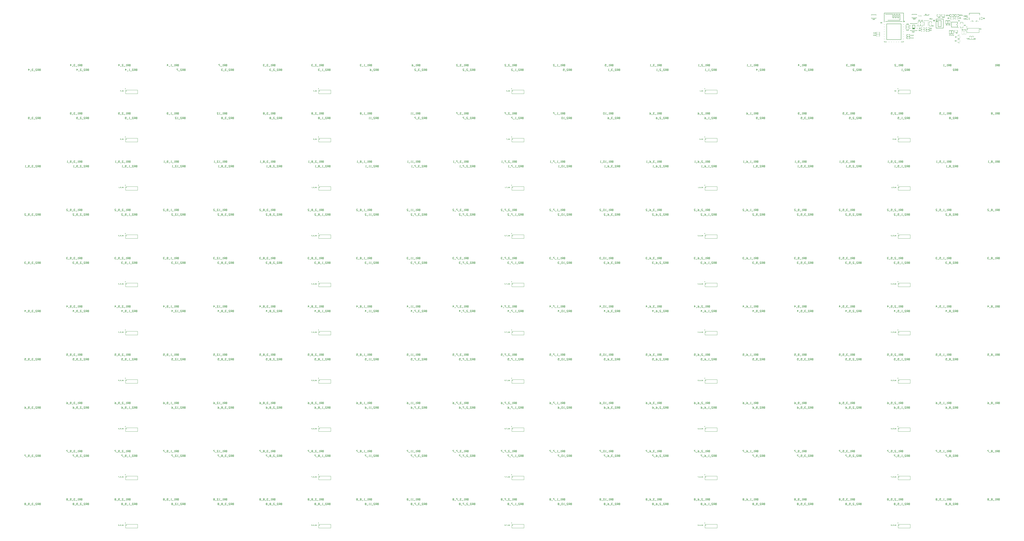
<source format=gbo>
G04 Layer_Color=32896*
%FSLAX25Y25*%
%MOIN*%
G70*
G01*
G75*
%ADD22C,0.01000*%
%ADD48C,0.00600*%
%ADD78C,0.00390*%
%ADD79C,0.01181*%
%ADD80C,0.00799*%
%ADD81C,0.00800*%
%ADD82C,0.00394*%
G36*
X2868590Y1722053D02*
X2863275D01*
Y1724966D01*
X2868590D01*
Y1722053D01*
D02*
G37*
G36*
X2903556Y1746982D02*
Y1746786D01*
X2903418Y1746648D01*
X2903222D01*
X2903084Y1746786D01*
Y1746982D01*
X2903222Y1747120D01*
X2903418D01*
X2903556Y1746982D01*
D02*
G37*
D22*
X2979924Y1749402D02*
G03*
X2978705Y1748183I0J-1220D01*
G01*
X2984294D02*
G03*
X2983074Y1749402I-1220J0D01*
G01*
X2978728Y1739616D02*
G03*
X2979947Y1738396I1220J0D01*
G01*
X2983097D02*
G03*
X2984317Y1739616I0J1220D01*
G01*
X2991034Y1716813D02*
G03*
X2989815Y1715593I0J-1220D01*
G01*
X2995404D02*
G03*
X2994184Y1716813I-1220J0D01*
G01*
X2989837Y1707026D02*
G03*
X2991057Y1705807I1220J0D01*
G01*
X2994207D02*
G03*
X2995427Y1707026I0J1220D01*
G01*
X2972074Y1749472D02*
G03*
X2970855Y1748253I0J-1220D01*
G01*
X2976444D02*
G03*
X2975224Y1749472I-1220J0D01*
G01*
X2970877Y1739686D02*
G03*
X2972097Y1738466I1220J0D01*
G01*
X2975247D02*
G03*
X2976467Y1739686I0J1220D01*
G01*
X2983594Y1716729D02*
G03*
X2982375Y1715509I0J-1220D01*
G01*
X2987964D02*
G03*
X2986744Y1716729I-1220J0D01*
G01*
X2982397Y1706942D02*
G03*
X2983617Y1705722I1220J0D01*
G01*
X2986767D02*
G03*
X2987987Y1706942I0J1220D01*
G01*
X3011580Y1726010D02*
G03*
X3011580Y1726010I-670J0D01*
G01*
X3008822Y1739000D02*
G03*
X3008822Y1732700I1477J-3150D01*
G01*
X2906310Y1715045D02*
G03*
X2907529Y1713825I1220J0D01*
G01*
Y1719415D02*
G03*
X2906310Y1718195I0J-1220D01*
G01*
X2916096Y1713848D02*
G03*
X2917316Y1715068I0J1220D01*
G01*
Y1718218D02*
G03*
X2916096Y1719437I-1220J0D01*
G01*
X2854193Y1702006D02*
G03*
X2852973Y1703225I-1220J0D01*
G01*
Y1697636D02*
G03*
X2854193Y1698856I0J1220D01*
G01*
X2844406Y1703202D02*
G03*
X2843187Y1701983I0J-1220D01*
G01*
Y1698833D02*
G03*
X2844406Y1697613I1220J0D01*
G01*
X2854193Y1694246D02*
G03*
X2852973Y1695465I-1220J0D01*
G01*
Y1689876D02*
G03*
X2854193Y1691096I0J1220D01*
G01*
X2844406Y1695443D02*
G03*
X2843187Y1694223I0J-1220D01*
G01*
Y1691073D02*
G03*
X2844406Y1689853I1220J0D01*
G01*
X2836540Y1746070D02*
G03*
X2836540Y1746070I-1120J0D01*
G01*
X2978728Y1739617D02*
Y1742766D01*
X2979947Y1738397D02*
X2983097D01*
X2984317Y1739617D02*
Y1742766D01*
X2978705Y1745033D02*
Y1748183D01*
X2984294Y1745033D02*
Y1748183D01*
X2979924Y1749402D02*
X2983074D01*
X2989838Y1707026D02*
Y1710176D01*
X2991057Y1705807D02*
X2994207D01*
X2995427Y1707026D02*
Y1710176D01*
X2989815Y1712443D02*
Y1715593D01*
X2995404Y1712443D02*
Y1715593D01*
X2991034Y1716813D02*
X2994184D01*
X3047350Y1751280D02*
Y1758440D01*
Y1767350D02*
Y1773140D01*
X3081370Y1751280D02*
Y1758440D01*
Y1767350D02*
Y1773140D01*
X3069270Y1747750D02*
X3073640D01*
X3076160Y1745700D02*
Y1746330D01*
X3069270Y1745700D02*
Y1747750D01*
X3059440Y1745700D02*
Y1747750D01*
X3055080D02*
X3059440D01*
X3047350Y1773140D02*
X3081370D01*
X3052550Y1745700D02*
Y1746330D01*
X2970878Y1739687D02*
Y1742836D01*
X2972097Y1738467D02*
X2975247D01*
X2976467Y1739687D02*
Y1742836D01*
X2970855Y1745103D02*
Y1748253D01*
X2976444Y1745103D02*
Y1748253D01*
X2972074Y1749472D02*
X2975224D01*
X2982398Y1706943D02*
Y1710092D01*
X2983617Y1705723D02*
X2986767D01*
X2987987Y1706943D02*
Y1710092D01*
X2982375Y1712359D02*
Y1715509D01*
X2987964Y1712359D02*
Y1715509D01*
X2983594Y1716729D02*
X2986744D01*
X2983140Y1763760D02*
X2984540Y1762360D01*
X2983140Y1763760D02*
Y1767760D01*
X2984540Y1769160D01*
X2989040D01*
X2984540Y1762360D02*
X2989140D01*
X2991440Y1769160D02*
X2997240D01*
X2991440Y1762360D02*
X2997240D01*
Y1769160D01*
X3012810Y1769010D02*
X3014210Y1767610D01*
Y1763610D02*
Y1767610D01*
X3012810Y1762210D02*
X3014210Y1763610D01*
X3008310Y1762210D02*
X3012810D01*
X3008210Y1769010D02*
X3012810D01*
X3000110Y1762210D02*
X3005910D01*
X3000110Y1769010D02*
X3005910D01*
X3000110Y1762210D02*
Y1769010D01*
X3009020Y1727780D02*
Y1732700D01*
Y1739000D02*
Y1743920D01*
X2988940Y1727780D02*
X3009020D01*
X2988940D02*
Y1743920D01*
X3009020D01*
X2955640Y1729140D02*
Y1749140D01*
X2945640D02*
X2955640D01*
X2945640Y1729140D02*
Y1749140D01*
Y1729140D02*
X2955640D01*
X2859065Y1739297D02*
X2872839D01*
X2859065Y1716463D02*
X2872839D01*
X2854535Y1738644D02*
Y1739297D01*
X2859065D01*
X2854535Y1730770D02*
Y1732864D01*
Y1722896D02*
Y1724990D01*
Y1716463D02*
X2859065D01*
X2854535D02*
Y1717116D01*
X2877369Y1716463D02*
Y1717116D01*
X2872839Y1716463D02*
X2877369D01*
Y1722896D02*
Y1724990D01*
Y1730770D02*
Y1732864D01*
X2872839Y1739297D02*
X2877369D01*
Y1738644D02*
Y1739297D01*
X2862015Y1734179D02*
X2869889D01*
Y1721581D02*
Y1734179D01*
X2862015Y1721581D02*
X2869889D01*
X2862015D02*
Y1734179D01*
X2912946Y1713848D02*
X2916096D01*
X2917315Y1715068D02*
Y1718218D01*
X2912946Y1719437D02*
X2916096D01*
X2907529Y1713825D02*
X2910679D01*
X2907529Y1719415D02*
X2910679D01*
X2906310Y1715045D02*
Y1718195D01*
X2844407Y1703202D02*
X2847556D01*
X2843187Y1698833D02*
Y1701983D01*
X2844407Y1697613D02*
X2847556D01*
X2849823Y1703225D02*
X2852973D01*
X2849823Y1697636D02*
X2852973D01*
X2854193Y1698856D02*
Y1702006D01*
X2727997Y1756511D02*
Y1757767D01*
Y1766673D02*
Y1767929D01*
X2743745Y1756511D02*
Y1757767D01*
Y1766673D02*
Y1767929D01*
X2727997Y1756511D02*
X2743745D01*
X2727997Y1767929D02*
X2743745D01*
X2876063Y1768043D02*
Y1769299D01*
Y1757881D02*
Y1759137D01*
X2860315Y1768043D02*
Y1769299D01*
Y1757881D02*
Y1759137D01*
Y1769299D02*
X2876063D01*
X2860315Y1757881D02*
X2876063D01*
X2844407Y1695442D02*
X2847556D01*
X2843187Y1691073D02*
Y1694223D01*
X2844407Y1689853D02*
X2847556D01*
X2849823Y1695465D02*
X2852973D01*
X2849823Y1689876D02*
X2852973D01*
X2854193Y1691096D02*
Y1694246D01*
X2769930Y1773660D02*
X2832920D01*
X2773870Y1746100D02*
X2828980D01*
X2777800Y1738220D02*
X2825050D01*
X2777800Y1687040D02*
Y1738220D01*
Y1687040D02*
X2825050D01*
Y1738220D01*
X2773870Y1769720D02*
X2797490D01*
Y1757910D02*
Y1769720D01*
Y1757910D02*
X2801430D01*
Y1769720D01*
X2805360D01*
Y1757910D02*
Y1769720D01*
Y1757910D02*
X2809300D01*
Y1769720D01*
X2813240D01*
Y1757910D02*
Y1769720D01*
Y1757910D02*
X2817170D01*
Y1769720D01*
X2821110D01*
Y1750030D02*
Y1769720D01*
X2781740Y1750030D02*
X2821110D01*
X2769930Y1743860D02*
Y1773660D01*
X2832920Y1743860D02*
Y1773660D01*
X2769930Y1735980D02*
Y1736520D01*
Y1728110D02*
Y1728650D01*
Y1720230D02*
Y1720780D01*
Y1712360D02*
Y1712900D01*
Y1704490D02*
Y1705030D01*
Y1696610D02*
Y1697150D01*
Y1688740D02*
Y1689280D01*
Y1679180D02*
X2778080D01*
X2769930D02*
Y1681410D01*
X2785410Y1679180D02*
X2785960D01*
X2793290D02*
X2793830D01*
X2801160D02*
X2801700D01*
X2809040D02*
X2809570D01*
X2816900D02*
X2817440D01*
X2832920D02*
Y1681410D01*
X2824770Y1679180D02*
X2832920D01*
Y1688740D02*
Y1689280D01*
Y1696610D02*
Y1697150D01*
Y1704490D02*
Y1705030D01*
Y1712360D02*
Y1712900D01*
Y1720230D02*
Y1720780D01*
Y1728110D02*
Y1728650D01*
Y1735980D02*
Y1736520D01*
X2938829Y1724298D02*
X2950640D01*
X2962451Y1734140D02*
Y1744140D01*
X2950640Y1753983D02*
X2962451D01*
Y1744140D02*
Y1754051D01*
X2938829Y1744140D02*
Y1754051D01*
Y1734140D02*
Y1744140D01*
X2938898Y1753983D02*
X2950640D01*
X2938829Y1724429D02*
Y1734140D01*
X2950640Y1724298D02*
X2962451D01*
Y1734140D01*
X3145900Y1606498D02*
Y1600500D01*
X3142901D01*
X3141901Y1601500D01*
Y1602499D01*
X3142901Y1603499D01*
X3145900D01*
X3142901D01*
X3141901Y1604499D01*
Y1605498D01*
X3142901Y1606498D01*
X3145900D01*
X3139902Y1600500D02*
Y1606498D01*
X3136903D01*
X3135903Y1605498D01*
Y1603499D01*
X3136903Y1602499D01*
X3139902D01*
X3137903D02*
X3135903Y1600500D01*
X3133904D02*
X3131904D01*
X3132904D01*
Y1606498D01*
X3133904Y1605498D01*
X3010400Y1591498D02*
Y1585500D01*
X3007401D01*
X3006401Y1586500D01*
Y1587499D01*
X3007401Y1588499D01*
X3010400D01*
X3007401D01*
X3006401Y1589499D01*
Y1590498D01*
X3007401Y1591498D01*
X3010400D01*
X3004402Y1585500D02*
Y1591498D01*
X3001403D01*
X3000403Y1590498D01*
Y1588499D01*
X3001403Y1587499D01*
X3004402D01*
X3002403D02*
X3000403Y1585500D01*
X2994405D02*
X2998404D01*
X2994405Y1589499D01*
Y1590498D01*
X2995405Y1591498D01*
X2997404D01*
X2998404Y1590498D01*
X2852920Y1591498D02*
Y1585500D01*
X2849921D01*
X2848921Y1586500D01*
Y1587499D01*
X2849921Y1588499D01*
X2852920D01*
X2849921D01*
X2848921Y1589499D01*
Y1590498D01*
X2849921Y1591498D01*
X2852920D01*
X2846922Y1585500D02*
Y1591498D01*
X2843923D01*
X2842923Y1590498D01*
Y1588499D01*
X2843923Y1587499D01*
X2846922D01*
X2844922D02*
X2842923Y1585500D01*
X2836925D02*
X2840924D01*
X2836925Y1589499D01*
Y1590498D01*
X2837925Y1591498D01*
X2839924D01*
X2840924Y1590498D01*
X2834925Y1584500D02*
X2830927D01*
X2828927Y1585500D02*
X2826928D01*
X2827928D01*
Y1591498D01*
X2828927Y1590498D01*
X2988420Y1606498D02*
Y1600500D01*
X2985421D01*
X2984421Y1601500D01*
Y1602499D01*
X2985421Y1603499D01*
X2988420D01*
X2985421D01*
X2984421Y1604499D01*
Y1605498D01*
X2985421Y1606498D01*
X2988420D01*
X2982422Y1600500D02*
Y1606498D01*
X2979423D01*
X2978423Y1605498D01*
Y1603499D01*
X2979423Y1602499D01*
X2982422D01*
X2980422D02*
X2978423Y1600500D01*
X2976424D02*
X2974424D01*
X2975424D01*
Y1606498D01*
X2976424Y1605498D01*
X2971425Y1599500D02*
X2967426D01*
X2965427Y1600500D02*
X2963428D01*
X2964427D01*
Y1606498D01*
X2965427Y1605498D01*
X2695439Y1591498D02*
Y1585500D01*
X2692440D01*
X2691441Y1586500D01*
Y1587499D01*
X2692440Y1588499D01*
X2695439D01*
X2692440D01*
X2691441Y1589499D01*
Y1590498D01*
X2692440Y1591498D01*
X2695439D01*
X2689441Y1585500D02*
Y1591498D01*
X2686442D01*
X2685443Y1590498D01*
Y1588499D01*
X2686442Y1587499D01*
X2689441D01*
X2687442D02*
X2685443Y1585500D01*
X2679445D02*
X2683443D01*
X2679445Y1589499D01*
Y1590498D01*
X2680444Y1591498D01*
X2682444D01*
X2683443Y1590498D01*
X2677445Y1584500D02*
X2673446D01*
X2667448Y1585500D02*
X2671447D01*
X2667448Y1589499D01*
Y1590498D01*
X2668448Y1591498D01*
X2670448D01*
X2671447Y1590498D01*
X2830939Y1606498D02*
Y1600500D01*
X2827940D01*
X2826941Y1601500D01*
Y1602499D01*
X2827940Y1603499D01*
X2830939D01*
X2827940D01*
X2826941Y1604499D01*
Y1605498D01*
X2827940Y1606498D01*
X2830939D01*
X2824941Y1600500D02*
Y1606498D01*
X2821942D01*
X2820943Y1605498D01*
Y1603499D01*
X2821942Y1602499D01*
X2824941D01*
X2822942D02*
X2820943Y1600500D01*
X2818943D02*
X2816944D01*
X2817944D01*
Y1606498D01*
X2818943Y1605498D01*
X2813945Y1599500D02*
X2809946D01*
X2803948Y1600500D02*
X2807947D01*
X2803948Y1604499D01*
Y1605498D01*
X2804948Y1606498D01*
X2806947D01*
X2807947Y1605498D01*
X2537959Y1591498D02*
Y1585500D01*
X2534960D01*
X2533960Y1586500D01*
Y1587499D01*
X2534960Y1588499D01*
X2537959D01*
X2534960D01*
X2533960Y1589499D01*
Y1590498D01*
X2534960Y1591498D01*
X2537959D01*
X2531961Y1585500D02*
Y1591498D01*
X2528962D01*
X2527962Y1590498D01*
Y1588499D01*
X2528962Y1587499D01*
X2531961D01*
X2529962D02*
X2527962Y1585500D01*
X2521964D02*
X2525963D01*
X2521964Y1589499D01*
Y1590498D01*
X2522964Y1591498D01*
X2524963D01*
X2525963Y1590498D01*
X2519965Y1584500D02*
X2515966D01*
X2513967Y1590498D02*
X2512967Y1591498D01*
X2510968D01*
X2509968Y1590498D01*
Y1589499D01*
X2510968Y1588499D01*
X2511967D01*
X2510968D01*
X2509968Y1587499D01*
Y1586500D01*
X2510968Y1585500D01*
X2512967D01*
X2513967Y1586500D01*
X2673459Y1606498D02*
Y1600500D01*
X2670460D01*
X2669460Y1601500D01*
Y1602499D01*
X2670460Y1603499D01*
X2673459D01*
X2670460D01*
X2669460Y1604499D01*
Y1605498D01*
X2670460Y1606498D01*
X2673459D01*
X2667461Y1600500D02*
Y1606498D01*
X2664462D01*
X2663462Y1605498D01*
Y1603499D01*
X2664462Y1602499D01*
X2667461D01*
X2665462D02*
X2663462Y1600500D01*
X2661463D02*
X2659464D01*
X2660463D01*
Y1606498D01*
X2661463Y1605498D01*
X2656465Y1599500D02*
X2652466D01*
X2650467Y1605498D02*
X2649467Y1606498D01*
X2647467D01*
X2646468Y1605498D01*
Y1604499D01*
X2647467Y1603499D01*
X2648467D01*
X2647467D01*
X2646468Y1602499D01*
Y1601500D01*
X2647467Y1600500D01*
X2649467D01*
X2650467Y1601500D01*
X2043538Y1606498D02*
Y1600500D01*
X2040539D01*
X2039539Y1601500D01*
Y1602499D01*
X2040539Y1603499D01*
X2043538D01*
X2040539D01*
X2039539Y1604499D01*
Y1605498D01*
X2040539Y1606498D01*
X2043538D01*
X2037540Y1600500D02*
Y1606498D01*
X2034541D01*
X2033541Y1605498D01*
Y1603499D01*
X2034541Y1602499D01*
X2037540D01*
X2035540D02*
X2033541Y1600500D01*
X2031542D02*
X2029542D01*
X2030542D01*
Y1606498D01*
X2031542Y1605498D01*
X2026543Y1599500D02*
X2022545D01*
X2020545Y1605498D02*
X2019546Y1606498D01*
X2017546D01*
X2016546Y1605498D01*
Y1604499D01*
X2017546Y1603499D01*
X2018546D01*
X2017546D01*
X2016546Y1602499D01*
Y1601500D01*
X2017546Y1600500D01*
X2019546D01*
X2020545Y1601500D01*
X2014547Y1599500D02*
X2010549D01*
X2008549Y1600500D02*
X2006550D01*
X2007549D01*
Y1606498D01*
X2008549Y1605498D01*
X1908038Y1591498D02*
Y1585500D01*
X1905039D01*
X1904039Y1586500D01*
Y1587499D01*
X1905039Y1588499D01*
X1908038D01*
X1905039D01*
X1904039Y1589499D01*
Y1590498D01*
X1905039Y1591498D01*
X1908038D01*
X1902040Y1585500D02*
Y1591498D01*
X1899041D01*
X1898041Y1590498D01*
Y1588499D01*
X1899041Y1587499D01*
X1902040D01*
X1900040D02*
X1898041Y1585500D01*
X1892043D02*
X1896042D01*
X1892043Y1589499D01*
Y1590498D01*
X1893043Y1591498D01*
X1895042D01*
X1896042Y1590498D01*
X1890044Y1584500D02*
X1886045D01*
X1884046Y1590498D02*
X1883046Y1591498D01*
X1881046D01*
X1880047Y1590498D01*
Y1589499D01*
X1881046Y1588499D01*
X1882046D01*
X1881046D01*
X1880047Y1587499D01*
Y1586500D01*
X1881046Y1585500D01*
X1883046D01*
X1884046Y1586500D01*
X1878048Y1584500D02*
X1874049D01*
X1872049Y1585500D02*
X1870050D01*
X1871050D01*
Y1591498D01*
X1872049Y1590498D01*
X2201018Y1606498D02*
Y1600500D01*
X2198019D01*
X2197019Y1601500D01*
Y1602499D01*
X2198019Y1603499D01*
X2201018D01*
X2198019D01*
X2197019Y1604499D01*
Y1605498D01*
X2198019Y1606498D01*
X2201018D01*
X2195020Y1600500D02*
Y1606498D01*
X2192021D01*
X2191021Y1605498D01*
Y1603499D01*
X2192021Y1602499D01*
X2195020D01*
X2193021D02*
X2191021Y1600500D01*
X2189022D02*
X2187023D01*
X2188022D01*
Y1606498D01*
X2189022Y1605498D01*
X2184024Y1599500D02*
X2180025D01*
X2174027Y1600500D02*
X2178026D01*
X2174027Y1604499D01*
Y1605498D01*
X2175027Y1606498D01*
X2177026D01*
X2178026Y1605498D01*
X2172028Y1599500D02*
X2168029D01*
X2166029Y1600500D02*
X2164030D01*
X2165030D01*
Y1606498D01*
X2166029Y1605498D01*
X2065518Y1591498D02*
Y1585500D01*
X2062519D01*
X2061519Y1586500D01*
Y1587499D01*
X2062519Y1588499D01*
X2065518D01*
X2062519D01*
X2061519Y1589499D01*
Y1590498D01*
X2062519Y1591498D01*
X2065518D01*
X2059520Y1585500D02*
Y1591498D01*
X2056521D01*
X2055521Y1590498D01*
Y1588499D01*
X2056521Y1587499D01*
X2059520D01*
X2057521D02*
X2055521Y1585500D01*
X2049523D02*
X2053522D01*
X2049523Y1589499D01*
Y1590498D01*
X2050523Y1591498D01*
X2052522D01*
X2053522Y1590498D01*
X2047524Y1584500D02*
X2043525D01*
X2037527Y1585500D02*
X2041526D01*
X2037527Y1589499D01*
Y1590498D01*
X2038527Y1591498D01*
X2040526D01*
X2041526Y1590498D01*
X2035528Y1584500D02*
X2031529D01*
X2029530Y1585500D02*
X2027530D01*
X2028530D01*
Y1591498D01*
X2029530Y1590498D01*
X2358498Y1606498D02*
Y1600500D01*
X2355499D01*
X2354500Y1601500D01*
Y1602499D01*
X2355499Y1603499D01*
X2358498D01*
X2355499D01*
X2354500Y1604499D01*
Y1605498D01*
X2355499Y1606498D01*
X2358498D01*
X2352500Y1600500D02*
Y1606498D01*
X2349501D01*
X2348502Y1605498D01*
Y1603499D01*
X2349501Y1602499D01*
X2352500D01*
X2350501D02*
X2348502Y1600500D01*
X2346502D02*
X2344503D01*
X2345503D01*
Y1606498D01*
X2346502Y1605498D01*
X2341504Y1599500D02*
X2337505D01*
X2335506Y1600500D02*
X2333507D01*
X2334506D01*
Y1606498D01*
X2335506Y1605498D01*
X2330507Y1599500D02*
X2326509D01*
X2324509Y1600500D02*
X2322510D01*
X2323510D01*
Y1606498D01*
X2324509Y1605498D01*
X2222998Y1591498D02*
Y1585500D01*
X2219999D01*
X2219000Y1586500D01*
Y1587499D01*
X2219999Y1588499D01*
X2222998D01*
X2219999D01*
X2219000Y1589499D01*
Y1590498D01*
X2219999Y1591498D01*
X2222998D01*
X2217000Y1585500D02*
Y1591498D01*
X2214001D01*
X2213002Y1590498D01*
Y1588499D01*
X2214001Y1587499D01*
X2217000D01*
X2215001D02*
X2213002Y1585500D01*
X2207004D02*
X2211002D01*
X2207004Y1589499D01*
Y1590498D01*
X2208003Y1591498D01*
X2210003D01*
X2211002Y1590498D01*
X2205004Y1584500D02*
X2201006D01*
X2199006Y1585500D02*
X2197007D01*
X2198006D01*
Y1591498D01*
X2199006Y1590498D01*
X2194008Y1584500D02*
X2190009D01*
X2188010Y1585500D02*
X2186010D01*
X2187010D01*
Y1591498D01*
X2188010Y1590498D01*
X2380479Y1591498D02*
Y1585500D01*
X2377480D01*
X2376480Y1586500D01*
Y1587499D01*
X2377480Y1588499D01*
X2380479D01*
X2377480D01*
X2376480Y1589499D01*
Y1590498D01*
X2377480Y1591498D01*
X2380479D01*
X2374481Y1585500D02*
Y1591498D01*
X2371482D01*
X2370482Y1590498D01*
Y1588499D01*
X2371482Y1587499D01*
X2374481D01*
X2372481D02*
X2370482Y1585500D01*
X2364484D02*
X2368483D01*
X2364484Y1589499D01*
Y1590498D01*
X2365484Y1591498D01*
X2367483D01*
X2368483Y1590498D01*
X2362485Y1584500D02*
X2358486D01*
X2353488Y1585500D02*
Y1591498D01*
X2356487Y1588499D01*
X2352488D01*
X2515979Y1606498D02*
Y1600500D01*
X2512980D01*
X2511980Y1601500D01*
Y1602499D01*
X2512980Y1603499D01*
X2515979D01*
X2512980D01*
X2511980Y1604499D01*
Y1605498D01*
X2512980Y1606498D01*
X2515979D01*
X2509981Y1600500D02*
Y1606498D01*
X2506982D01*
X2505982Y1605498D01*
Y1603499D01*
X2506982Y1602499D01*
X2509981D01*
X2507981D02*
X2505982Y1600500D01*
X2503983D02*
X2501983D01*
X2502983D01*
Y1606498D01*
X2503983Y1605498D01*
X2498984Y1599500D02*
X2494986D01*
X2489987Y1600500D02*
Y1606498D01*
X2492986Y1603499D01*
X2488988D01*
X1413616Y1606498D02*
Y1600500D01*
X1410618D01*
X1409618Y1601500D01*
Y1602499D01*
X1410618Y1603499D01*
X1413616D01*
X1410618D01*
X1409618Y1604499D01*
Y1605498D01*
X1410618Y1606498D01*
X1413616D01*
X1407619Y1600500D02*
Y1606498D01*
X1404619D01*
X1403620Y1605498D01*
Y1603499D01*
X1404619Y1602499D01*
X1407619D01*
X1405619D02*
X1403620Y1600500D01*
X1401620D02*
X1399621D01*
X1400621D01*
Y1606498D01*
X1401620Y1605498D01*
X1396622Y1599500D02*
X1392623D01*
X1390624Y1605498D02*
X1389624Y1606498D01*
X1387625D01*
X1386625Y1605498D01*
Y1604499D01*
X1387625Y1603499D01*
X1388625D01*
X1387625D01*
X1386625Y1602499D01*
Y1601500D01*
X1387625Y1600500D01*
X1389624D01*
X1390624Y1601500D01*
X1384626Y1599500D02*
X1380627D01*
X1374629Y1600500D02*
X1378628D01*
X1374629Y1604499D01*
Y1605498D01*
X1375629Y1606498D01*
X1377628D01*
X1378628Y1605498D01*
X1278117Y1591498D02*
Y1585500D01*
X1275117D01*
X1274118Y1586500D01*
Y1587499D01*
X1275117Y1588499D01*
X1278117D01*
X1275117D01*
X1274118Y1589499D01*
Y1590498D01*
X1275117Y1591498D01*
X1278117D01*
X1272118Y1585500D02*
Y1591498D01*
X1269119D01*
X1268120Y1590498D01*
Y1588499D01*
X1269119Y1587499D01*
X1272118D01*
X1270119D02*
X1268120Y1585500D01*
X1262122D02*
X1266120D01*
X1262122Y1589499D01*
Y1590498D01*
X1263121Y1591498D01*
X1265121D01*
X1266120Y1590498D01*
X1260122Y1584500D02*
X1256124D01*
X1254124Y1590498D02*
X1253125Y1591498D01*
X1251125D01*
X1250126Y1590498D01*
Y1589499D01*
X1251125Y1588499D01*
X1252125D01*
X1251125D01*
X1250126Y1587499D01*
Y1586500D01*
X1251125Y1585500D01*
X1253125D01*
X1254124Y1586500D01*
X1248126Y1584500D02*
X1244127D01*
X1238130Y1585500D02*
X1242128D01*
X1238130Y1589499D01*
Y1590498D01*
X1239129Y1591498D01*
X1241129D01*
X1242128Y1590498D01*
X1571097Y1606498D02*
Y1600500D01*
X1568098D01*
X1567098Y1601500D01*
Y1602499D01*
X1568098Y1603499D01*
X1571097D01*
X1568098D01*
X1567098Y1604499D01*
Y1605498D01*
X1568098Y1606498D01*
X1571097D01*
X1565099Y1600500D02*
Y1606498D01*
X1562100D01*
X1561100Y1605498D01*
Y1603499D01*
X1562100Y1602499D01*
X1565099D01*
X1563099D02*
X1561100Y1600500D01*
X1559101D02*
X1557101D01*
X1558101D01*
Y1606498D01*
X1559101Y1605498D01*
X1554102Y1599500D02*
X1550104D01*
X1544106Y1600500D02*
X1548104D01*
X1544106Y1604499D01*
Y1605498D01*
X1545105Y1606498D01*
X1547105D01*
X1548104Y1605498D01*
X1542106Y1599500D02*
X1538107D01*
X1532110Y1600500D02*
X1536108D01*
X1532110Y1604499D01*
Y1605498D01*
X1533109Y1606498D01*
X1535108D01*
X1536108Y1605498D01*
X1435597Y1591498D02*
Y1585500D01*
X1432598D01*
X1431598Y1586500D01*
Y1587499D01*
X1432598Y1588499D01*
X1435597D01*
X1432598D01*
X1431598Y1589499D01*
Y1590498D01*
X1432598Y1591498D01*
X1435597D01*
X1429599Y1585500D02*
Y1591498D01*
X1426600D01*
X1425600Y1590498D01*
Y1588499D01*
X1426600Y1587499D01*
X1429599D01*
X1427600D02*
X1425600Y1585500D01*
X1419602D02*
X1423601D01*
X1419602Y1589499D01*
Y1590498D01*
X1420602Y1591498D01*
X1422601D01*
X1423601Y1590498D01*
X1417603Y1584500D02*
X1413604D01*
X1407606Y1585500D02*
X1411605D01*
X1407606Y1589499D01*
Y1590498D01*
X1408606Y1591498D01*
X1410605D01*
X1411605Y1590498D01*
X1405607Y1584500D02*
X1401608D01*
X1395610Y1585500D02*
X1399609D01*
X1395610Y1589499D01*
Y1590498D01*
X1396609Y1591498D01*
X1398609D01*
X1399609Y1590498D01*
X1728577Y1606498D02*
Y1600500D01*
X1725578D01*
X1724578Y1601500D01*
Y1602499D01*
X1725578Y1603499D01*
X1728577D01*
X1725578D01*
X1724578Y1604499D01*
Y1605498D01*
X1725578Y1606498D01*
X1728577D01*
X1722579Y1600500D02*
Y1606498D01*
X1719580D01*
X1718580Y1605498D01*
Y1603499D01*
X1719580Y1602499D01*
X1722579D01*
X1720580D02*
X1718580Y1600500D01*
X1716581D02*
X1714582D01*
X1715581D01*
Y1606498D01*
X1716581Y1605498D01*
X1711583Y1599500D02*
X1707584D01*
X1705585Y1600500D02*
X1703585D01*
X1704585D01*
Y1606498D01*
X1705585Y1605498D01*
X1700586Y1599500D02*
X1696588D01*
X1690590Y1600500D02*
X1694588D01*
X1690590Y1604499D01*
Y1605498D01*
X1691589Y1606498D01*
X1693588D01*
X1694588Y1605498D01*
X1593077Y1591498D02*
Y1585500D01*
X1590078D01*
X1589079Y1586500D01*
Y1587499D01*
X1590078Y1588499D01*
X1593077D01*
X1590078D01*
X1589079Y1589499D01*
Y1590498D01*
X1590078Y1591498D01*
X1593077D01*
X1587079Y1585500D02*
Y1591498D01*
X1584080D01*
X1583080Y1590498D01*
Y1588499D01*
X1584080Y1587499D01*
X1587079D01*
X1585080D02*
X1583080Y1585500D01*
X1577082D02*
X1581081D01*
X1577082Y1589499D01*
Y1590498D01*
X1578082Y1591498D01*
X1580081D01*
X1581081Y1590498D01*
X1575083Y1584500D02*
X1571084D01*
X1569085Y1585500D02*
X1567086D01*
X1568085D01*
Y1591498D01*
X1569085Y1590498D01*
X1564087Y1584500D02*
X1560088D01*
X1554090Y1585500D02*
X1558088D01*
X1554090Y1589499D01*
Y1590498D01*
X1555089Y1591498D01*
X1557089D01*
X1558088Y1590498D01*
X1750558Y1591498D02*
Y1585500D01*
X1747559D01*
X1746559Y1586500D01*
Y1587499D01*
X1747559Y1588499D01*
X1750558D01*
X1747559D01*
X1746559Y1589499D01*
Y1590498D01*
X1747559Y1591498D01*
X1750558D01*
X1744559Y1585500D02*
Y1591498D01*
X1741560D01*
X1740561Y1590498D01*
Y1588499D01*
X1741560Y1587499D01*
X1744559D01*
X1742560D02*
X1740561Y1585500D01*
X1734563D02*
X1738561D01*
X1734563Y1589499D01*
Y1590498D01*
X1735562Y1591498D01*
X1737562D01*
X1738561Y1590498D01*
X1732563Y1584500D02*
X1728565D01*
X1722566Y1591498D02*
X1726565D01*
Y1588499D01*
X1724566Y1589499D01*
X1723566D01*
X1722566Y1588499D01*
Y1586500D01*
X1723566Y1585500D01*
X1725566D01*
X1726565Y1586500D01*
X1886057Y1606498D02*
Y1600500D01*
X1883059D01*
X1882059Y1601500D01*
Y1602499D01*
X1883059Y1603499D01*
X1886057D01*
X1883059D01*
X1882059Y1604499D01*
Y1605498D01*
X1883059Y1606498D01*
X1886057D01*
X1880059Y1600500D02*
Y1606498D01*
X1877060D01*
X1876061Y1605498D01*
Y1603499D01*
X1877060Y1602499D01*
X1880059D01*
X1878060D02*
X1876061Y1600500D01*
X1874061D02*
X1872062D01*
X1873062D01*
Y1606498D01*
X1874061Y1605498D01*
X1869063Y1599500D02*
X1865064D01*
X1859066Y1606498D02*
X1863065D01*
Y1603499D01*
X1861066Y1604499D01*
X1860066D01*
X1859066Y1603499D01*
Y1601500D01*
X1860066Y1600500D01*
X1862065D01*
X1863065Y1601500D01*
X783695Y1606498D02*
Y1600500D01*
X780696D01*
X779697Y1601500D01*
Y1602499D01*
X780696Y1603499D01*
X783695D01*
X780696D01*
X779697Y1604499D01*
Y1605498D01*
X780696Y1606498D01*
X783695D01*
X777697Y1600500D02*
Y1606498D01*
X774698D01*
X773699Y1605498D01*
Y1603499D01*
X774698Y1602499D01*
X777697D01*
X775698D02*
X773699Y1600500D01*
X771699D02*
X769700D01*
X770700D01*
Y1606498D01*
X771699Y1605498D01*
X766701Y1599500D02*
X762702D01*
X760703Y1605498D02*
X759703Y1606498D01*
X757704D01*
X756704Y1605498D01*
Y1604499D01*
X757704Y1603499D01*
X758703D01*
X757704D01*
X756704Y1602499D01*
Y1601500D01*
X757704Y1600500D01*
X759703D01*
X760703Y1601500D01*
X754705Y1599500D02*
X750706D01*
X748707Y1605498D02*
X747707Y1606498D01*
X745708D01*
X744708Y1605498D01*
Y1604499D01*
X745708Y1603499D01*
X746707D01*
X745708D01*
X744708Y1602499D01*
Y1601500D01*
X745708Y1600500D01*
X747707D01*
X748707Y1601500D01*
X648195Y1591498D02*
Y1585500D01*
X645196D01*
X644197Y1586500D01*
Y1587499D01*
X645196Y1588499D01*
X648195D01*
X645196D01*
X644197Y1589499D01*
Y1590498D01*
X645196Y1591498D01*
X648195D01*
X642197Y1585500D02*
Y1591498D01*
X639198D01*
X638199Y1590498D01*
Y1588499D01*
X639198Y1587499D01*
X642197D01*
X640198D02*
X638199Y1585500D01*
X632200D02*
X636199D01*
X632200Y1589499D01*
Y1590498D01*
X633200Y1591498D01*
X635199D01*
X636199Y1590498D01*
X630201Y1584500D02*
X626202D01*
X624203Y1590498D02*
X623203Y1591498D01*
X621204D01*
X620204Y1590498D01*
Y1589499D01*
X621204Y1588499D01*
X622204D01*
X621204D01*
X620204Y1587499D01*
Y1586500D01*
X621204Y1585500D01*
X623203D01*
X624203Y1586500D01*
X618205Y1584500D02*
X614206D01*
X612207Y1590498D02*
X611207Y1591498D01*
X609208D01*
X608208Y1590498D01*
Y1589499D01*
X609208Y1588499D01*
X610208D01*
X609208D01*
X608208Y1587499D01*
Y1586500D01*
X609208Y1585500D01*
X611207D01*
X612207Y1586500D01*
X941176Y1606498D02*
Y1600500D01*
X938177D01*
X937177Y1601500D01*
Y1602499D01*
X938177Y1603499D01*
X941176D01*
X938177D01*
X937177Y1604499D01*
Y1605498D01*
X938177Y1606498D01*
X941176D01*
X935178Y1600500D02*
Y1606498D01*
X932178D01*
X931179Y1605498D01*
Y1603499D01*
X932178Y1602499D01*
X935178D01*
X933178D02*
X931179Y1600500D01*
X929179D02*
X927180D01*
X928180D01*
Y1606498D01*
X929179Y1605498D01*
X924181Y1599500D02*
X920182D01*
X914184Y1600500D02*
X918183D01*
X914184Y1604499D01*
Y1605498D01*
X915184Y1606498D01*
X917183D01*
X918183Y1605498D01*
X912185Y1599500D02*
X908186D01*
X906187Y1605498D02*
X905187Y1606498D01*
X903188D01*
X902188Y1605498D01*
Y1604499D01*
X903188Y1603499D01*
X904188D01*
X903188D01*
X902188Y1602499D01*
Y1601500D01*
X903188Y1600500D01*
X905187D01*
X906187Y1601500D01*
X805676Y1591498D02*
Y1585500D01*
X802677D01*
X801677Y1586500D01*
Y1587499D01*
X802677Y1588499D01*
X805676D01*
X802677D01*
X801677Y1589499D01*
Y1590498D01*
X802677Y1591498D01*
X805676D01*
X799678Y1585500D02*
Y1591498D01*
X796678D01*
X795679Y1590498D01*
Y1588499D01*
X796678Y1587499D01*
X799678D01*
X797678D02*
X795679Y1585500D01*
X789681D02*
X793680D01*
X789681Y1589499D01*
Y1590498D01*
X790681Y1591498D01*
X792680D01*
X793680Y1590498D01*
X787681Y1584500D02*
X783683D01*
X777685Y1585500D02*
X781683D01*
X777685Y1589499D01*
Y1590498D01*
X778684Y1591498D01*
X780684D01*
X781683Y1590498D01*
X775685Y1584500D02*
X771687D01*
X769687Y1590498D02*
X768688Y1591498D01*
X766688D01*
X765689Y1590498D01*
Y1589499D01*
X766688Y1588499D01*
X767688D01*
X766688D01*
X765689Y1587499D01*
Y1586500D01*
X766688Y1585500D01*
X768688D01*
X769687Y1586500D01*
X1098656Y1606498D02*
Y1600500D01*
X1095657D01*
X1094657Y1601500D01*
Y1602499D01*
X1095657Y1603499D01*
X1098656D01*
X1095657D01*
X1094657Y1604499D01*
Y1605498D01*
X1095657Y1606498D01*
X1098656D01*
X1092658Y1600500D02*
Y1606498D01*
X1089659D01*
X1088659Y1605498D01*
Y1603499D01*
X1089659Y1602499D01*
X1092658D01*
X1090658D02*
X1088659Y1600500D01*
X1086660D02*
X1084660D01*
X1085660D01*
Y1606498D01*
X1086660Y1605498D01*
X1081661Y1599500D02*
X1077663D01*
X1075663Y1600500D02*
X1073664D01*
X1074664D01*
Y1606498D01*
X1075663Y1605498D01*
X1070665Y1599500D02*
X1066666D01*
X1064667Y1605498D02*
X1063667Y1606498D01*
X1061668D01*
X1060668Y1605498D01*
Y1604499D01*
X1061668Y1603499D01*
X1062668D01*
X1061668D01*
X1060668Y1602499D01*
Y1601500D01*
X1061668Y1600500D01*
X1063667D01*
X1064667Y1601500D01*
X963156Y1591498D02*
Y1585500D01*
X960157D01*
X959157Y1586500D01*
Y1587499D01*
X960157Y1588499D01*
X963156D01*
X960157D01*
X959157Y1589499D01*
Y1590498D01*
X960157Y1591498D01*
X963156D01*
X957158Y1585500D02*
Y1591498D01*
X954159D01*
X953159Y1590498D01*
Y1588499D01*
X954159Y1587499D01*
X957158D01*
X955159D02*
X953159Y1585500D01*
X947161D02*
X951160D01*
X947161Y1589499D01*
Y1590498D01*
X948161Y1591498D01*
X950160D01*
X951160Y1590498D01*
X945162Y1584500D02*
X941163D01*
X939164Y1585500D02*
X937164D01*
X938164D01*
Y1591498D01*
X939164Y1590498D01*
X934165Y1584500D02*
X930167D01*
X928167Y1590498D02*
X927168Y1591498D01*
X925168D01*
X924168Y1590498D01*
Y1589499D01*
X925168Y1588499D01*
X926168D01*
X925168D01*
X924168Y1587499D01*
Y1586500D01*
X925168Y1585500D01*
X927168D01*
X928167Y1586500D01*
X1120636Y1591498D02*
Y1585500D01*
X1117637D01*
X1116638Y1586500D01*
Y1587499D01*
X1117637Y1588499D01*
X1120636D01*
X1117637D01*
X1116638Y1589499D01*
Y1590498D01*
X1117637Y1591498D01*
X1120636D01*
X1114638Y1585500D02*
Y1591498D01*
X1111639D01*
X1110639Y1590498D01*
Y1588499D01*
X1111639Y1587499D01*
X1114638D01*
X1112639D02*
X1110639Y1585500D01*
X1104641D02*
X1108640D01*
X1104641Y1589499D01*
Y1590498D01*
X1105641Y1591498D01*
X1107640D01*
X1108640Y1590498D01*
X1102642Y1584500D02*
X1098643D01*
X1092645Y1591498D02*
X1094645Y1590498D01*
X1096644Y1588499D01*
Y1586500D01*
X1095644Y1585500D01*
X1093645D01*
X1092645Y1586500D01*
Y1587499D01*
X1093645Y1588499D01*
X1096644D01*
X1256136Y1606498D02*
Y1600500D01*
X1253137D01*
X1252137Y1601500D01*
Y1602499D01*
X1253137Y1603499D01*
X1256136D01*
X1253137D01*
X1252137Y1604499D01*
Y1605498D01*
X1253137Y1606498D01*
X1256136D01*
X1250138Y1600500D02*
Y1606498D01*
X1247139D01*
X1246140Y1605498D01*
Y1603499D01*
X1247139Y1602499D01*
X1250138D01*
X1248139D02*
X1246140Y1600500D01*
X1244140D02*
X1242141D01*
X1243140D01*
Y1606498D01*
X1244140Y1605498D01*
X1239142Y1599500D02*
X1235143D01*
X1229145Y1606498D02*
X1231144Y1605498D01*
X1233144Y1603499D01*
Y1601500D01*
X1232144Y1600500D01*
X1230145D01*
X1229145Y1601500D01*
Y1602499D01*
X1230145Y1603499D01*
X1233144D01*
X153774Y1606498D02*
Y1600500D01*
X150775D01*
X149775Y1601500D01*
Y1602499D01*
X150775Y1603499D01*
X153774D01*
X150775D01*
X149775Y1604499D01*
Y1605498D01*
X150775Y1606498D01*
X153774D01*
X147776Y1600500D02*
Y1606498D01*
X144777D01*
X143777Y1605498D01*
Y1603499D01*
X144777Y1602499D01*
X147776D01*
X145777D02*
X143777Y1600500D01*
X141778D02*
X139778D01*
X140778D01*
Y1606498D01*
X141778Y1605498D01*
X136779Y1599500D02*
X132781D01*
X130781Y1605498D02*
X129782Y1606498D01*
X127782D01*
X126783Y1605498D01*
Y1604499D01*
X127782Y1603499D01*
X128782D01*
X127782D01*
X126783Y1602499D01*
Y1601500D01*
X127782Y1600500D01*
X129782D01*
X130781Y1601500D01*
X124783Y1599500D02*
X120785D01*
X115786Y1600500D02*
Y1606498D01*
X118785Y1603499D01*
X114787D01*
X18274Y1591498D02*
Y1585500D01*
X15275D01*
X14275Y1586500D01*
Y1587499D01*
X15275Y1588499D01*
X18274D01*
X15275D01*
X14275Y1589499D01*
Y1590498D01*
X15275Y1591498D01*
X18274D01*
X12276Y1585500D02*
Y1591498D01*
X9277D01*
X8277Y1590498D01*
Y1588499D01*
X9277Y1587499D01*
X12276D01*
X10277D02*
X8277Y1585500D01*
X2279D02*
X6278D01*
X2279Y1589499D01*
Y1590498D01*
X3279Y1591498D01*
X5278D01*
X6278Y1590498D01*
X280Y1584500D02*
X-3719D01*
X-5718Y1590498D02*
X-6718Y1591498D01*
X-8717D01*
X-9717Y1590498D01*
Y1589499D01*
X-8717Y1588499D01*
X-7718D01*
X-8717D01*
X-9717Y1587499D01*
Y1586500D01*
X-8717Y1585500D01*
X-6718D01*
X-5718Y1586500D01*
X-11716Y1584500D02*
X-15715D01*
X-20713Y1585500D02*
Y1591498D01*
X-17714Y1588499D01*
X-21713D01*
X311254Y1606498D02*
Y1600500D01*
X308255D01*
X307256Y1601500D01*
Y1602499D01*
X308255Y1603499D01*
X311254D01*
X308255D01*
X307256Y1604499D01*
Y1605498D01*
X308255Y1606498D01*
X311254D01*
X305256Y1600500D02*
Y1606498D01*
X302257D01*
X301258Y1605498D01*
Y1603499D01*
X302257Y1602499D01*
X305256D01*
X303257D02*
X301258Y1600500D01*
X299258D02*
X297259D01*
X298258D01*
Y1606498D01*
X299258Y1605498D01*
X294260Y1599500D02*
X290261D01*
X284263Y1600500D02*
X288262D01*
X284263Y1604499D01*
Y1605498D01*
X285263Y1606498D01*
X287262D01*
X288262Y1605498D01*
X282264Y1599500D02*
X278265D01*
X273267Y1600500D02*
Y1606498D01*
X276266Y1603499D01*
X272267D01*
X175754Y1591498D02*
Y1585500D01*
X172755D01*
X171756Y1586500D01*
Y1587499D01*
X172755Y1588499D01*
X175754D01*
X172755D01*
X171756Y1589499D01*
Y1590498D01*
X172755Y1591498D01*
X175754D01*
X169756Y1585500D02*
Y1591498D01*
X166757D01*
X165758Y1590498D01*
Y1588499D01*
X166757Y1587499D01*
X169756D01*
X167757D02*
X165758Y1585500D01*
X159759D02*
X163758D01*
X159759Y1589499D01*
Y1590498D01*
X160759Y1591498D01*
X162759D01*
X163758Y1590498D01*
X157760Y1584500D02*
X153761D01*
X147763Y1585500D02*
X151762D01*
X147763Y1589499D01*
Y1590498D01*
X148763Y1591498D01*
X150762D01*
X151762Y1590498D01*
X145764Y1584500D02*
X141765D01*
X136767Y1585500D02*
Y1591498D01*
X139766Y1588499D01*
X135767D01*
X468735Y1606498D02*
Y1600500D01*
X465736D01*
X464736Y1601500D01*
Y1602499D01*
X465736Y1603499D01*
X468735D01*
X465736D01*
X464736Y1604499D01*
Y1605498D01*
X465736Y1606498D01*
X468735D01*
X462737Y1600500D02*
Y1606498D01*
X459738D01*
X458738Y1605498D01*
Y1603499D01*
X459738Y1602499D01*
X462737D01*
X460737D02*
X458738Y1600500D01*
X456739D02*
X454739D01*
X455739D01*
Y1606498D01*
X456739Y1605498D01*
X451740Y1599500D02*
X447741D01*
X445742Y1600500D02*
X443743D01*
X444742D01*
Y1606498D01*
X445742Y1605498D01*
X440744Y1599500D02*
X436745D01*
X431747Y1600500D02*
Y1606498D01*
X434746Y1603499D01*
X430747D01*
X333235Y1591498D02*
Y1585500D01*
X330236D01*
X329236Y1586500D01*
Y1587499D01*
X330236Y1588499D01*
X333235D01*
X330236D01*
X329236Y1589499D01*
Y1590498D01*
X330236Y1591498D01*
X333235D01*
X327237Y1585500D02*
Y1591498D01*
X324238D01*
X323238Y1590498D01*
Y1588499D01*
X324238Y1587499D01*
X327237D01*
X325237D02*
X323238Y1585500D01*
X317240D02*
X321238D01*
X317240Y1589499D01*
Y1590498D01*
X318239Y1591498D01*
X320239D01*
X321238Y1590498D01*
X315241Y1584500D02*
X311242D01*
X309242Y1585500D02*
X307243D01*
X308243D01*
Y1591498D01*
X309242Y1590498D01*
X304244Y1584500D02*
X300245D01*
X295247Y1585500D02*
Y1591498D01*
X298246Y1588499D01*
X294247D01*
X490715Y1591498D02*
Y1585500D01*
X487716D01*
X486716Y1586500D01*
Y1587499D01*
X487716Y1588499D01*
X490715D01*
X487716D01*
X486716Y1589499D01*
Y1590498D01*
X487716Y1591498D01*
X490715D01*
X484717Y1585500D02*
Y1591498D01*
X481718D01*
X480718Y1590498D01*
Y1588499D01*
X481718Y1587499D01*
X484717D01*
X482718D02*
X480718Y1585500D01*
X474720D02*
X478719D01*
X474720Y1589499D01*
Y1590498D01*
X475720Y1591498D01*
X477719D01*
X478719Y1590498D01*
X472721Y1584500D02*
X468722D01*
X466723Y1591498D02*
X462724D01*
Y1590498D01*
X466723Y1586500D01*
Y1585500D01*
X626215Y1606498D02*
Y1600500D01*
X623216D01*
X622216Y1601500D01*
Y1602499D01*
X623216Y1603499D01*
X626215D01*
X623216D01*
X622216Y1604499D01*
Y1605498D01*
X623216Y1606498D01*
X626215D01*
X620217Y1600500D02*
Y1606498D01*
X617218D01*
X616218Y1605498D01*
Y1603499D01*
X617218Y1602499D01*
X620217D01*
X618218D02*
X616218Y1600500D01*
X614219D02*
X612219D01*
X613219D01*
Y1606498D01*
X614219Y1605498D01*
X609221Y1599500D02*
X605222D01*
X603222Y1606498D02*
X599224D01*
Y1605498D01*
X603222Y1601500D01*
Y1600500D01*
X2673459Y1449018D02*
Y1443020D01*
X2670460D01*
X2669460Y1444019D01*
Y1445019D01*
X2670460Y1446019D01*
X2673459D01*
X2670460D01*
X2669460Y1447018D01*
Y1448018D01*
X2670460Y1449018D01*
X2673459D01*
X2667461Y1443020D02*
Y1449018D01*
X2664462D01*
X2663462Y1448018D01*
Y1446019D01*
X2664462Y1445019D01*
X2667461D01*
X2665462D02*
X2663462Y1443020D01*
X2661463D02*
X2659464D01*
X2660463D01*
Y1449018D01*
X2661463Y1448018D01*
X2656465Y1442020D02*
X2652466D01*
X2650467Y1448018D02*
X2649467Y1449018D01*
X2647467D01*
X2646468Y1448018D01*
Y1447018D01*
X2647467Y1446019D01*
X2648467D01*
X2647467D01*
X2646468Y1445019D01*
Y1444019D01*
X2647467Y1443020D01*
X2649467D01*
X2650467Y1444019D01*
X2644468Y1442020D02*
X2640470D01*
X2634472Y1449018D02*
X2638470D01*
Y1446019D01*
X2636471Y1447018D01*
X2635471D01*
X2634472Y1446019D01*
Y1444019D01*
X2635471Y1443020D01*
X2637471D01*
X2638470Y1444019D01*
X2537959Y1434018D02*
Y1428020D01*
X2534960D01*
X2533960Y1429019D01*
Y1430019D01*
X2534960Y1431019D01*
X2537959D01*
X2534960D01*
X2533960Y1432018D01*
Y1433018D01*
X2534960Y1434018D01*
X2537959D01*
X2531961Y1428020D02*
Y1434018D01*
X2528962D01*
X2527962Y1433018D01*
Y1431019D01*
X2528962Y1430019D01*
X2531961D01*
X2529962D02*
X2527962Y1428020D01*
X2521964D02*
X2525963D01*
X2521964Y1432018D01*
Y1433018D01*
X2522964Y1434018D01*
X2524963D01*
X2525963Y1433018D01*
X2519965Y1427020D02*
X2515966D01*
X2513967Y1433018D02*
X2512967Y1434018D01*
X2510968D01*
X2509968Y1433018D01*
Y1432018D01*
X2510968Y1431019D01*
X2511967D01*
X2510968D01*
X2509968Y1430019D01*
Y1429019D01*
X2510968Y1428020D01*
X2512967D01*
X2513967Y1429019D01*
X2507969Y1427020D02*
X2503970D01*
X2497972Y1434018D02*
X2501971D01*
Y1431019D01*
X2499971Y1432018D01*
X2498972D01*
X2497972Y1431019D01*
Y1429019D01*
X2498972Y1428020D01*
X2500971D01*
X2501971Y1429019D01*
X2830939Y1449018D02*
Y1443020D01*
X2827940D01*
X2826941Y1444019D01*
Y1445019D01*
X2827940Y1446019D01*
X2830939D01*
X2827940D01*
X2826941Y1447018D01*
Y1448018D01*
X2827940Y1449018D01*
X2830939D01*
X2824941Y1443020D02*
Y1449018D01*
X2821942D01*
X2820943Y1448018D01*
Y1446019D01*
X2821942Y1445019D01*
X2824941D01*
X2822942D02*
X2820943Y1443020D01*
X2818943D02*
X2816944D01*
X2817944D01*
Y1449018D01*
X2818943Y1448018D01*
X2813945Y1442020D02*
X2809946D01*
X2803948Y1443020D02*
X2807947D01*
X2803948Y1447018D01*
Y1448018D01*
X2804948Y1449018D01*
X2806947D01*
X2807947Y1448018D01*
X2801949Y1442020D02*
X2797950D01*
X2791952Y1449018D02*
X2795951D01*
Y1446019D01*
X2793951Y1447018D01*
X2792952D01*
X2791952Y1446019D01*
Y1444019D01*
X2792952Y1443020D01*
X2794951D01*
X2795951Y1444019D01*
X2695439Y1434018D02*
Y1428020D01*
X2692440D01*
X2691441Y1429019D01*
Y1430019D01*
X2692440Y1431019D01*
X2695439D01*
X2692440D01*
X2691441Y1432018D01*
Y1433018D01*
X2692440Y1434018D01*
X2695439D01*
X2689441Y1428020D02*
Y1434018D01*
X2686442D01*
X2685443Y1433018D01*
Y1431019D01*
X2686442Y1430019D01*
X2689441D01*
X2687442D02*
X2685443Y1428020D01*
X2679445D02*
X2683443D01*
X2679445Y1432018D01*
Y1433018D01*
X2680444Y1434018D01*
X2682444D01*
X2683443Y1433018D01*
X2677445Y1427020D02*
X2673446D01*
X2667448Y1428020D02*
X2671447D01*
X2667448Y1432018D01*
Y1433018D01*
X2668448Y1434018D01*
X2670448D01*
X2671447Y1433018D01*
X2665449Y1427020D02*
X2661450D01*
X2655452Y1434018D02*
X2659451D01*
Y1431019D01*
X2657452Y1432018D01*
X2656452D01*
X2655452Y1431019D01*
Y1429019D01*
X2656452Y1428020D01*
X2658451D01*
X2659451Y1429019D01*
X2988420Y1449018D02*
Y1443020D01*
X2985421D01*
X2984421Y1444019D01*
Y1445019D01*
X2985421Y1446019D01*
X2988420D01*
X2985421D01*
X2984421Y1447018D01*
Y1448018D01*
X2985421Y1449018D01*
X2988420D01*
X2982422Y1443020D02*
Y1449018D01*
X2979423D01*
X2978423Y1448018D01*
Y1446019D01*
X2979423Y1445019D01*
X2982422D01*
X2980422D02*
X2978423Y1443020D01*
X2976424D02*
X2974424D01*
X2975424D01*
Y1449018D01*
X2976424Y1448018D01*
X2971425Y1442020D02*
X2967426D01*
X2965427Y1443020D02*
X2963428D01*
X2964427D01*
Y1449018D01*
X2965427Y1448018D01*
X2960429Y1442020D02*
X2956430D01*
X2950432Y1449018D02*
X2954431D01*
Y1446019D01*
X2952431Y1447018D01*
X2951432D01*
X2950432Y1446019D01*
Y1444019D01*
X2951432Y1443020D01*
X2953431D01*
X2954431Y1444019D01*
X2852920Y1434018D02*
Y1428020D01*
X2849921D01*
X2848921Y1429019D01*
Y1430019D01*
X2849921Y1431019D01*
X2852920D01*
X2849921D01*
X2848921Y1432018D01*
Y1433018D01*
X2849921Y1434018D01*
X2852920D01*
X2846922Y1428020D02*
Y1434018D01*
X2843923D01*
X2842923Y1433018D01*
Y1431019D01*
X2843923Y1430019D01*
X2846922D01*
X2844922D02*
X2842923Y1428020D01*
X2836925D02*
X2840924D01*
X2836925Y1432018D01*
Y1433018D01*
X2837925Y1434018D01*
X2839924D01*
X2840924Y1433018D01*
X2834925Y1427020D02*
X2830927D01*
X2828927Y1428020D02*
X2826928D01*
X2827928D01*
Y1434018D01*
X2828927Y1433018D01*
X2823929Y1427020D02*
X2819930D01*
X2813932Y1434018D02*
X2817931D01*
Y1431019D01*
X2815932Y1432018D01*
X2814932D01*
X2813932Y1431019D01*
Y1429019D01*
X2814932Y1428020D01*
X2816931D01*
X2817931Y1429019D01*
X3010400Y1434018D02*
Y1428020D01*
X3007401D01*
X3006401Y1429019D01*
Y1430019D01*
X3007401Y1431019D01*
X3010400D01*
X3007401D01*
X3006401Y1432018D01*
Y1433018D01*
X3007401Y1434018D01*
X3010400D01*
X3004402Y1428020D02*
Y1434018D01*
X3001403D01*
X3000403Y1433018D01*
Y1431019D01*
X3001403Y1430019D01*
X3004402D01*
X3002403D02*
X3000403Y1428020D01*
X2994405D02*
X2998404D01*
X2994405Y1432018D01*
Y1433018D01*
X2995405Y1434018D01*
X2997404D01*
X2998404Y1433018D01*
X2992406Y1427020D02*
X2988407D01*
X2986408Y1433018D02*
X2985408Y1434018D01*
X2983409D01*
X2982409Y1433018D01*
Y1432018D01*
X2983409Y1431019D01*
X2982409Y1430019D01*
Y1429019D01*
X2983409Y1428020D01*
X2985408D01*
X2986408Y1429019D01*
Y1430019D01*
X2985408Y1431019D01*
X2986408Y1432018D01*
Y1433018D01*
X2985408Y1431019D02*
X2983409D01*
X3145900Y1449018D02*
Y1443020D01*
X3142901D01*
X3141901Y1444019D01*
Y1445019D01*
X3142901Y1446019D01*
X3145900D01*
X3142901D01*
X3141901Y1447018D01*
Y1448018D01*
X3142901Y1449018D01*
X3145900D01*
X3139902Y1443020D02*
Y1449018D01*
X3136903D01*
X3135903Y1448018D01*
Y1446019D01*
X3136903Y1445019D01*
X3139902D01*
X3137903D02*
X3135903Y1443020D01*
X3133904D02*
X3131904D01*
X3132904D01*
Y1449018D01*
X3133904Y1448018D01*
X3128905Y1442020D02*
X3124907D01*
X3122907Y1448018D02*
X3121908Y1449018D01*
X3119908D01*
X3118909Y1448018D01*
Y1447018D01*
X3119908Y1446019D01*
X3118909Y1445019D01*
Y1444019D01*
X3119908Y1443020D01*
X3121908D01*
X3122907Y1444019D01*
Y1445019D01*
X3121908Y1446019D01*
X3122907Y1447018D01*
Y1448018D01*
X3121908Y1446019D02*
X3119908D01*
X2043538Y1449018D02*
Y1443020D01*
X2040539D01*
X2039539Y1444019D01*
Y1445019D01*
X2040539Y1446019D01*
X2043538D01*
X2040539D01*
X2039539Y1447018D01*
Y1448018D01*
X2040539Y1449018D01*
X2043538D01*
X2037540Y1443020D02*
Y1449018D01*
X2034541D01*
X2033541Y1448018D01*
Y1446019D01*
X2034541Y1445019D01*
X2037540D01*
X2035540D02*
X2033541Y1443020D01*
X2031542D02*
X2029542D01*
X2030542D01*
Y1449018D01*
X2031542Y1448018D01*
X2026543Y1442020D02*
X2022545D01*
X2020545Y1448018D02*
X2019546Y1449018D01*
X2017546D01*
X2016546Y1448018D01*
Y1447018D01*
X2017546Y1446019D01*
X2018546D01*
X2017546D01*
X2016546Y1445019D01*
Y1444019D01*
X2017546Y1443020D01*
X2019546D01*
X2020545Y1444019D01*
X2014547Y1442020D02*
X2010549D01*
X2004550Y1449018D02*
X2006550Y1448018D01*
X2008549Y1446019D01*
Y1444019D01*
X2007549Y1443020D01*
X2005550D01*
X2004550Y1444019D01*
Y1445019D01*
X2005550Y1446019D01*
X2008549D01*
X1908038Y1434018D02*
Y1428020D01*
X1905039D01*
X1904039Y1429019D01*
Y1430019D01*
X1905039Y1431019D01*
X1908038D01*
X1905039D01*
X1904039Y1432018D01*
Y1433018D01*
X1905039Y1434018D01*
X1908038D01*
X1902040Y1428020D02*
Y1434018D01*
X1899041D01*
X1898041Y1433018D01*
Y1431019D01*
X1899041Y1430019D01*
X1902040D01*
X1900040D02*
X1898041Y1428020D01*
X1892043D02*
X1896042D01*
X1892043Y1432018D01*
Y1433018D01*
X1893043Y1434018D01*
X1895042D01*
X1896042Y1433018D01*
X1890044Y1427020D02*
X1886045D01*
X1884046Y1433018D02*
X1883046Y1434018D01*
X1881046D01*
X1880047Y1433018D01*
Y1432018D01*
X1881046Y1431019D01*
X1882046D01*
X1881046D01*
X1880047Y1430019D01*
Y1429019D01*
X1881046Y1428020D01*
X1883046D01*
X1884046Y1429019D01*
X1878048Y1427020D02*
X1874049D01*
X1868051Y1434018D02*
X1870050Y1433018D01*
X1872049Y1431019D01*
Y1429019D01*
X1871050Y1428020D01*
X1869050D01*
X1868051Y1429019D01*
Y1430019D01*
X1869050Y1431019D01*
X1872049D01*
X2201018Y1449018D02*
Y1443020D01*
X2198019D01*
X2197019Y1444019D01*
Y1445019D01*
X2198019Y1446019D01*
X2201018D01*
X2198019D01*
X2197019Y1447018D01*
Y1448018D01*
X2198019Y1449018D01*
X2201018D01*
X2195020Y1443020D02*
Y1449018D01*
X2192021D01*
X2191021Y1448018D01*
Y1446019D01*
X2192021Y1445019D01*
X2195020D01*
X2193021D02*
X2191021Y1443020D01*
X2189022D02*
X2187023D01*
X2188022D01*
Y1449018D01*
X2189022Y1448018D01*
X2184024Y1442020D02*
X2180025D01*
X2174027Y1443020D02*
X2178026D01*
X2174027Y1447018D01*
Y1448018D01*
X2175027Y1449018D01*
X2177026D01*
X2178026Y1448018D01*
X2172028Y1442020D02*
X2168029D01*
X2162031Y1449018D02*
X2164030Y1448018D01*
X2166029Y1446019D01*
Y1444019D01*
X2165030Y1443020D01*
X2163030D01*
X2162031Y1444019D01*
Y1445019D01*
X2163030Y1446019D01*
X2166029D01*
X2065518Y1434018D02*
Y1428020D01*
X2062519D01*
X2061519Y1429019D01*
Y1430019D01*
X2062519Y1431019D01*
X2065518D01*
X2062519D01*
X2061519Y1432018D01*
Y1433018D01*
X2062519Y1434018D01*
X2065518D01*
X2059520Y1428020D02*
Y1434018D01*
X2056521D01*
X2055521Y1433018D01*
Y1431019D01*
X2056521Y1430019D01*
X2059520D01*
X2057521D02*
X2055521Y1428020D01*
X2049523D02*
X2053522D01*
X2049523Y1432018D01*
Y1433018D01*
X2050523Y1434018D01*
X2052522D01*
X2053522Y1433018D01*
X2047524Y1427020D02*
X2043525D01*
X2037527Y1428020D02*
X2041526D01*
X2037527Y1432018D01*
Y1433018D01*
X2038527Y1434018D01*
X2040526D01*
X2041526Y1433018D01*
X2035528Y1427020D02*
X2031529D01*
X2025531Y1434018D02*
X2027530Y1433018D01*
X2029530Y1431019D01*
Y1429019D01*
X2028530Y1428020D01*
X2026531D01*
X2025531Y1429019D01*
Y1430019D01*
X2026531Y1431019D01*
X2029530D01*
X2358498Y1449018D02*
Y1443020D01*
X2355499D01*
X2354500Y1444019D01*
Y1445019D01*
X2355499Y1446019D01*
X2358498D01*
X2355499D01*
X2354500Y1447018D01*
Y1448018D01*
X2355499Y1449018D01*
X2358498D01*
X2352500Y1443020D02*
Y1449018D01*
X2349501D01*
X2348502Y1448018D01*
Y1446019D01*
X2349501Y1445019D01*
X2352500D01*
X2350501D02*
X2348502Y1443020D01*
X2346502D02*
X2344503D01*
X2345503D01*
Y1449018D01*
X2346502Y1448018D01*
X2341504Y1442020D02*
X2337505D01*
X2335506Y1443020D02*
X2333507D01*
X2334506D01*
Y1449018D01*
X2335506Y1448018D01*
X2330507Y1442020D02*
X2326509D01*
X2320511Y1449018D02*
X2322510Y1448018D01*
X2324509Y1446019D01*
Y1444019D01*
X2323510Y1443020D01*
X2321510D01*
X2320511Y1444019D01*
Y1445019D01*
X2321510Y1446019D01*
X2324509D01*
X2222998Y1434018D02*
Y1428020D01*
X2219999D01*
X2219000Y1429019D01*
Y1430019D01*
X2219999Y1431019D01*
X2222998D01*
X2219999D01*
X2219000Y1432018D01*
Y1433018D01*
X2219999Y1434018D01*
X2222998D01*
X2217000Y1428020D02*
Y1434018D01*
X2214001D01*
X2213002Y1433018D01*
Y1431019D01*
X2214001Y1430019D01*
X2217000D01*
X2215001D02*
X2213002Y1428020D01*
X2207004D02*
X2211002D01*
X2207004Y1432018D01*
Y1433018D01*
X2208003Y1434018D01*
X2210003D01*
X2211002Y1433018D01*
X2205004Y1427020D02*
X2201006D01*
X2199006Y1428020D02*
X2197007D01*
X2198006D01*
Y1434018D01*
X2199006Y1433018D01*
X2194008Y1427020D02*
X2190009D01*
X2184011Y1434018D02*
X2186010Y1433018D01*
X2188010Y1431019D01*
Y1429019D01*
X2187010Y1428020D01*
X2185011D01*
X2184011Y1429019D01*
Y1430019D01*
X2185011Y1431019D01*
X2188010D01*
X2380479Y1434018D02*
Y1428020D01*
X2377480D01*
X2376480Y1429019D01*
Y1430019D01*
X2377480Y1431019D01*
X2380479D01*
X2377480D01*
X2376480Y1432018D01*
Y1433018D01*
X2377480Y1434018D01*
X2380479D01*
X2374481Y1428020D02*
Y1434018D01*
X2371482D01*
X2370482Y1433018D01*
Y1431019D01*
X2371482Y1430019D01*
X2374481D01*
X2372481D02*
X2370482Y1428020D01*
X2364484D02*
X2368483D01*
X2364484Y1432018D01*
Y1433018D01*
X2365484Y1434018D01*
X2367483D01*
X2368483Y1433018D01*
X2362485Y1427020D02*
X2358486D01*
X2356487Y1429019D02*
X2355487Y1428020D01*
X2353488D01*
X2352488Y1429019D01*
Y1433018D01*
X2353488Y1434018D01*
X2355487D01*
X2356487Y1433018D01*
Y1432018D01*
X2355487Y1431019D01*
X2352488D01*
X2515979Y1449018D02*
Y1443020D01*
X2512980D01*
X2511980Y1444019D01*
Y1445019D01*
X2512980Y1446019D01*
X2515979D01*
X2512980D01*
X2511980Y1447018D01*
Y1448018D01*
X2512980Y1449018D01*
X2515979D01*
X2509981Y1443020D02*
Y1449018D01*
X2506982D01*
X2505982Y1448018D01*
Y1446019D01*
X2506982Y1445019D01*
X2509981D01*
X2507981D02*
X2505982Y1443020D01*
X2503983D02*
X2501983D01*
X2502983D01*
Y1449018D01*
X2503983Y1448018D01*
X2498984Y1442020D02*
X2494986D01*
X2492986Y1444019D02*
X2491986Y1443020D01*
X2489987D01*
X2488988Y1444019D01*
Y1448018D01*
X2489987Y1449018D01*
X2491986D01*
X2492986Y1448018D01*
Y1447018D01*
X2491986Y1446019D01*
X2488988D01*
X1413616Y1449018D02*
Y1443020D01*
X1410618D01*
X1409618Y1444019D01*
Y1445019D01*
X1410618Y1446019D01*
X1413616D01*
X1410618D01*
X1409618Y1447018D01*
Y1448018D01*
X1410618Y1449018D01*
X1413616D01*
X1407619Y1443020D02*
Y1449018D01*
X1404619D01*
X1403620Y1448018D01*
Y1446019D01*
X1404619Y1445019D01*
X1407619D01*
X1405619D02*
X1403620Y1443020D01*
X1401620D02*
X1399621D01*
X1400621D01*
Y1449018D01*
X1401620Y1448018D01*
X1396622Y1442020D02*
X1392623D01*
X1390624Y1448018D02*
X1389624Y1449018D01*
X1387625D01*
X1386625Y1448018D01*
Y1447018D01*
X1387625Y1446019D01*
X1388625D01*
X1387625D01*
X1386625Y1445019D01*
Y1444019D01*
X1387625Y1443020D01*
X1389624D01*
X1390624Y1444019D01*
X1384626Y1442020D02*
X1380627D01*
X1378628Y1449018D02*
X1374629D01*
Y1448018D01*
X1378628Y1444019D01*
Y1443020D01*
X1278117Y1434018D02*
Y1428020D01*
X1275117D01*
X1274118Y1429019D01*
Y1430019D01*
X1275117Y1431019D01*
X1278117D01*
X1275117D01*
X1274118Y1432018D01*
Y1433018D01*
X1275117Y1434018D01*
X1278117D01*
X1272118Y1428020D02*
Y1434018D01*
X1269119D01*
X1268120Y1433018D01*
Y1431019D01*
X1269119Y1430019D01*
X1272118D01*
X1270119D02*
X1268120Y1428020D01*
X1262122D02*
X1266120D01*
X1262122Y1432018D01*
Y1433018D01*
X1263121Y1434018D01*
X1265121D01*
X1266120Y1433018D01*
X1260122Y1427020D02*
X1256124D01*
X1254124Y1433018D02*
X1253125Y1434018D01*
X1251125D01*
X1250126Y1433018D01*
Y1432018D01*
X1251125Y1431019D01*
X1252125D01*
X1251125D01*
X1250126Y1430019D01*
Y1429019D01*
X1251125Y1428020D01*
X1253125D01*
X1254124Y1429019D01*
X1248126Y1427020D02*
X1244127D01*
X1242128Y1434018D02*
X1238130D01*
Y1433018D01*
X1242128Y1429019D01*
Y1428020D01*
X1571097Y1449018D02*
Y1443020D01*
X1568098D01*
X1567098Y1444019D01*
Y1445019D01*
X1568098Y1446019D01*
X1571097D01*
X1568098D01*
X1567098Y1447018D01*
Y1448018D01*
X1568098Y1449018D01*
X1571097D01*
X1565099Y1443020D02*
Y1449018D01*
X1562100D01*
X1561100Y1448018D01*
Y1446019D01*
X1562100Y1445019D01*
X1565099D01*
X1563099D02*
X1561100Y1443020D01*
X1559101D02*
X1557101D01*
X1558101D01*
Y1449018D01*
X1559101Y1448018D01*
X1554102Y1442020D02*
X1550104D01*
X1544106Y1443020D02*
X1548104D01*
X1544106Y1447018D01*
Y1448018D01*
X1545105Y1449018D01*
X1547105D01*
X1548104Y1448018D01*
X1542106Y1442020D02*
X1538107D01*
X1536108Y1449018D02*
X1532110D01*
Y1448018D01*
X1536108Y1444019D01*
Y1443020D01*
X1435597Y1434018D02*
Y1428020D01*
X1432598D01*
X1431598Y1429019D01*
Y1430019D01*
X1432598Y1431019D01*
X1435597D01*
X1432598D01*
X1431598Y1432018D01*
Y1433018D01*
X1432598Y1434018D01*
X1435597D01*
X1429599Y1428020D02*
Y1434018D01*
X1426600D01*
X1425600Y1433018D01*
Y1431019D01*
X1426600Y1430019D01*
X1429599D01*
X1427600D02*
X1425600Y1428020D01*
X1419602D02*
X1423601D01*
X1419602Y1432018D01*
Y1433018D01*
X1420602Y1434018D01*
X1422601D01*
X1423601Y1433018D01*
X1417603Y1427020D02*
X1413604D01*
X1407606Y1428020D02*
X1411605D01*
X1407606Y1432018D01*
Y1433018D01*
X1408606Y1434018D01*
X1410605D01*
X1411605Y1433018D01*
X1405607Y1427020D02*
X1401608D01*
X1399609Y1434018D02*
X1395610D01*
Y1433018D01*
X1399609Y1429019D01*
Y1428020D01*
X1728577Y1449018D02*
Y1443020D01*
X1725578D01*
X1724578Y1444019D01*
Y1445019D01*
X1725578Y1446019D01*
X1728577D01*
X1725578D01*
X1724578Y1447018D01*
Y1448018D01*
X1725578Y1449018D01*
X1728577D01*
X1722579Y1443020D02*
Y1449018D01*
X1719580D01*
X1718580Y1448018D01*
Y1446019D01*
X1719580Y1445019D01*
X1722579D01*
X1720580D02*
X1718580Y1443020D01*
X1716581D02*
X1714582D01*
X1715581D01*
Y1449018D01*
X1716581Y1448018D01*
X1711583Y1442020D02*
X1707584D01*
X1705585Y1443020D02*
X1703585D01*
X1704585D01*
Y1449018D01*
X1705585Y1448018D01*
X1700586Y1442020D02*
X1696588D01*
X1694588Y1449018D02*
X1690590D01*
Y1448018D01*
X1694588Y1444019D01*
Y1443020D01*
X1593077Y1434018D02*
Y1428020D01*
X1590078D01*
X1589079Y1429019D01*
Y1430019D01*
X1590078Y1431019D01*
X1593077D01*
X1590078D01*
X1589079Y1432018D01*
Y1433018D01*
X1590078Y1434018D01*
X1593077D01*
X1587079Y1428020D02*
Y1434018D01*
X1584080D01*
X1583080Y1433018D01*
Y1431019D01*
X1584080Y1430019D01*
X1587079D01*
X1585080D02*
X1583080Y1428020D01*
X1577082D02*
X1581081D01*
X1577082Y1432018D01*
Y1433018D01*
X1578082Y1434018D01*
X1580081D01*
X1581081Y1433018D01*
X1575083Y1427020D02*
X1571084D01*
X1569085Y1428020D02*
X1567086D01*
X1568085D01*
Y1434018D01*
X1569085Y1433018D01*
X1564087Y1427020D02*
X1560088D01*
X1558088Y1434018D02*
X1554090D01*
Y1433018D01*
X1558088Y1429019D01*
Y1428020D01*
X1750558Y1434018D02*
Y1428020D01*
X1747559D01*
X1746559Y1429019D01*
Y1430019D01*
X1747559Y1431019D01*
X1750558D01*
X1747559D01*
X1746559Y1432018D01*
Y1433018D01*
X1747559Y1434018D01*
X1750558D01*
X1744559Y1428020D02*
Y1434018D01*
X1741560D01*
X1740561Y1433018D01*
Y1431019D01*
X1741560Y1430019D01*
X1744559D01*
X1742560D02*
X1740561Y1428020D01*
X1734563D02*
X1738561D01*
X1734563Y1432018D01*
Y1433018D01*
X1735562Y1434018D01*
X1737562D01*
X1738561Y1433018D01*
X1732563Y1427020D02*
X1728565D01*
X1726565Y1428020D02*
X1724566D01*
X1725566D01*
Y1434018D01*
X1726565Y1433018D01*
X1721567D02*
X1720567Y1434018D01*
X1718568D01*
X1717568Y1433018D01*
Y1429019D01*
X1718568Y1428020D01*
X1720567D01*
X1721567Y1429019D01*
Y1433018D01*
X1886057Y1449018D02*
Y1443020D01*
X1883059D01*
X1882059Y1444019D01*
Y1445019D01*
X1883059Y1446019D01*
X1886057D01*
X1883059D01*
X1882059Y1447018D01*
Y1448018D01*
X1883059Y1449018D01*
X1886057D01*
X1880059Y1443020D02*
Y1449018D01*
X1877060D01*
X1876061Y1448018D01*
Y1446019D01*
X1877060Y1445019D01*
X1880059D01*
X1878060D02*
X1876061Y1443020D01*
X1874061D02*
X1872062D01*
X1873062D01*
Y1449018D01*
X1874061Y1448018D01*
X1869063Y1442020D02*
X1865064D01*
X1863065Y1443020D02*
X1861066D01*
X1862065D01*
Y1449018D01*
X1863065Y1448018D01*
X1858067D02*
X1857067Y1449018D01*
X1855067D01*
X1854068Y1448018D01*
Y1444019D01*
X1855067Y1443020D01*
X1857067D01*
X1858067Y1444019D01*
Y1448018D01*
X783695Y1449018D02*
Y1443020D01*
X780696D01*
X779697Y1444019D01*
Y1445019D01*
X780696Y1446019D01*
X783695D01*
X780696D01*
X779697Y1447018D01*
Y1448018D01*
X780696Y1449018D01*
X783695D01*
X777697Y1443020D02*
Y1449018D01*
X774698D01*
X773699Y1448018D01*
Y1446019D01*
X774698Y1445019D01*
X777697D01*
X775698D02*
X773699Y1443020D01*
X771699D02*
X769700D01*
X770700D01*
Y1449018D01*
X771699Y1448018D01*
X766701Y1442020D02*
X762702D01*
X760703Y1448018D02*
X759703Y1449018D01*
X757704D01*
X756704Y1448018D01*
Y1447018D01*
X757704Y1446019D01*
X758703D01*
X757704D01*
X756704Y1445019D01*
Y1444019D01*
X757704Y1443020D01*
X759703D01*
X760703Y1444019D01*
X754705Y1442020D02*
X750706D01*
X748707Y1448018D02*
X747707Y1449018D01*
X745708D01*
X744708Y1448018D01*
Y1447018D01*
X745708Y1446019D01*
X744708Y1445019D01*
Y1444019D01*
X745708Y1443020D01*
X747707D01*
X748707Y1444019D01*
Y1445019D01*
X747707Y1446019D01*
X748707Y1447018D01*
Y1448018D01*
X747707Y1446019D02*
X745708D01*
X648195Y1434018D02*
Y1428020D01*
X645196D01*
X644197Y1429019D01*
Y1430019D01*
X645196Y1431019D01*
X648195D01*
X645196D01*
X644197Y1432018D01*
Y1433018D01*
X645196Y1434018D01*
X648195D01*
X642197Y1428020D02*
Y1434018D01*
X639198D01*
X638199Y1433018D01*
Y1431019D01*
X639198Y1430019D01*
X642197D01*
X640198D02*
X638199Y1428020D01*
X632200D02*
X636199D01*
X632200Y1432018D01*
Y1433018D01*
X633200Y1434018D01*
X635199D01*
X636199Y1433018D01*
X630201Y1427020D02*
X626202D01*
X624203Y1433018D02*
X623203Y1434018D01*
X621204D01*
X620204Y1433018D01*
Y1432018D01*
X621204Y1431019D01*
X622204D01*
X621204D01*
X620204Y1430019D01*
Y1429019D01*
X621204Y1428020D01*
X623203D01*
X624203Y1429019D01*
X618205Y1427020D02*
X614206D01*
X612207Y1433018D02*
X611207Y1434018D01*
X609208D01*
X608208Y1433018D01*
Y1432018D01*
X609208Y1431019D01*
X608208Y1430019D01*
Y1429019D01*
X609208Y1428020D01*
X611207D01*
X612207Y1429019D01*
Y1430019D01*
X611207Y1431019D01*
X612207Y1432018D01*
Y1433018D01*
X611207Y1431019D02*
X609208D01*
X941176Y1449018D02*
Y1443020D01*
X938177D01*
X937177Y1444019D01*
Y1445019D01*
X938177Y1446019D01*
X941176D01*
X938177D01*
X937177Y1447018D01*
Y1448018D01*
X938177Y1449018D01*
X941176D01*
X935178Y1443020D02*
Y1449018D01*
X932178D01*
X931179Y1448018D01*
Y1446019D01*
X932178Y1445019D01*
X935178D01*
X933178D02*
X931179Y1443020D01*
X929179D02*
X927180D01*
X928180D01*
Y1449018D01*
X929179Y1448018D01*
X924181Y1442020D02*
X920182D01*
X914184Y1443020D02*
X918183D01*
X914184Y1447018D01*
Y1448018D01*
X915184Y1449018D01*
X917183D01*
X918183Y1448018D01*
X912185Y1442020D02*
X908186D01*
X906187Y1448018D02*
X905187Y1449018D01*
X903188D01*
X902188Y1448018D01*
Y1447018D01*
X903188Y1446019D01*
X902188Y1445019D01*
Y1444019D01*
X903188Y1443020D01*
X905187D01*
X906187Y1444019D01*
Y1445019D01*
X905187Y1446019D01*
X906187Y1447018D01*
Y1448018D01*
X905187Y1446019D02*
X903188D01*
X805676Y1434018D02*
Y1428020D01*
X802677D01*
X801677Y1429019D01*
Y1430019D01*
X802677Y1431019D01*
X805676D01*
X802677D01*
X801677Y1432018D01*
Y1433018D01*
X802677Y1434018D01*
X805676D01*
X799678Y1428020D02*
Y1434018D01*
X796678D01*
X795679Y1433018D01*
Y1431019D01*
X796678Y1430019D01*
X799678D01*
X797678D02*
X795679Y1428020D01*
X789681D02*
X793680D01*
X789681Y1432018D01*
Y1433018D01*
X790681Y1434018D01*
X792680D01*
X793680Y1433018D01*
X787681Y1427020D02*
X783683D01*
X777685Y1428020D02*
X781683D01*
X777685Y1432018D01*
Y1433018D01*
X778684Y1434018D01*
X780684D01*
X781683Y1433018D01*
X775685Y1427020D02*
X771687D01*
X769687Y1433018D02*
X768688Y1434018D01*
X766688D01*
X765689Y1433018D01*
Y1432018D01*
X766688Y1431019D01*
X765689Y1430019D01*
Y1429019D01*
X766688Y1428020D01*
X768688D01*
X769687Y1429019D01*
Y1430019D01*
X768688Y1431019D01*
X769687Y1432018D01*
Y1433018D01*
X768688Y1431019D02*
X766688D01*
X1098656Y1449018D02*
Y1443020D01*
X1095657D01*
X1094657Y1444019D01*
Y1445019D01*
X1095657Y1446019D01*
X1098656D01*
X1095657D01*
X1094657Y1447018D01*
Y1448018D01*
X1095657Y1449018D01*
X1098656D01*
X1092658Y1443020D02*
Y1449018D01*
X1089659D01*
X1088659Y1448018D01*
Y1446019D01*
X1089659Y1445019D01*
X1092658D01*
X1090658D02*
X1088659Y1443020D01*
X1086660D02*
X1084660D01*
X1085660D01*
Y1449018D01*
X1086660Y1448018D01*
X1081661Y1442020D02*
X1077663D01*
X1075663Y1443020D02*
X1073664D01*
X1074664D01*
Y1449018D01*
X1075663Y1448018D01*
X1070665Y1442020D02*
X1066666D01*
X1064667Y1448018D02*
X1063667Y1449018D01*
X1061668D01*
X1060668Y1448018D01*
Y1447018D01*
X1061668Y1446019D01*
X1060668Y1445019D01*
Y1444019D01*
X1061668Y1443020D01*
X1063667D01*
X1064667Y1444019D01*
Y1445019D01*
X1063667Y1446019D01*
X1064667Y1447018D01*
Y1448018D01*
X1063667Y1446019D02*
X1061668D01*
X963156Y1434018D02*
Y1428020D01*
X960157D01*
X959157Y1429019D01*
Y1430019D01*
X960157Y1431019D01*
X963156D01*
X960157D01*
X959157Y1432018D01*
Y1433018D01*
X960157Y1434018D01*
X963156D01*
X957158Y1428020D02*
Y1434018D01*
X954159D01*
X953159Y1433018D01*
Y1431019D01*
X954159Y1430019D01*
X957158D01*
X955159D02*
X953159Y1428020D01*
X947161D02*
X951160D01*
X947161Y1432018D01*
Y1433018D01*
X948161Y1434018D01*
X950160D01*
X951160Y1433018D01*
X945162Y1427020D02*
X941163D01*
X939164Y1428020D02*
X937164D01*
X938164D01*
Y1434018D01*
X939164Y1433018D01*
X934165Y1427020D02*
X930167D01*
X928167Y1433018D02*
X927168Y1434018D01*
X925168D01*
X924168Y1433018D01*
Y1432018D01*
X925168Y1431019D01*
X924168Y1430019D01*
Y1429019D01*
X925168Y1428020D01*
X927168D01*
X928167Y1429019D01*
Y1430019D01*
X927168Y1431019D01*
X928167Y1432018D01*
Y1433018D01*
X927168Y1431019D02*
X925168D01*
X1120636Y1434018D02*
Y1428020D01*
X1117637D01*
X1116638Y1429019D01*
Y1430019D01*
X1117637Y1431019D01*
X1120636D01*
X1117637D01*
X1116638Y1432018D01*
Y1433018D01*
X1117637Y1434018D01*
X1120636D01*
X1114638Y1428020D02*
Y1434018D01*
X1111639D01*
X1110639Y1433018D01*
Y1431019D01*
X1111639Y1430019D01*
X1114638D01*
X1112639D02*
X1110639Y1428020D01*
X1104641D02*
X1108640D01*
X1104641Y1432018D01*
Y1433018D01*
X1105641Y1434018D01*
X1107640D01*
X1108640Y1433018D01*
X1102642Y1427020D02*
X1098643D01*
X1096644Y1428020D02*
X1094645D01*
X1095644D01*
Y1434018D01*
X1096644Y1433018D01*
X1091646Y1428020D02*
X1089646D01*
X1090646D01*
Y1434018D01*
X1091646Y1433018D01*
X1256136Y1449018D02*
Y1443020D01*
X1253137D01*
X1252137Y1444019D01*
Y1445019D01*
X1253137Y1446019D01*
X1256136D01*
X1253137D01*
X1252137Y1447018D01*
Y1448018D01*
X1253137Y1449018D01*
X1256136D01*
X1250138Y1443020D02*
Y1449018D01*
X1247139D01*
X1246140Y1448018D01*
Y1446019D01*
X1247139Y1445019D01*
X1250138D01*
X1248139D02*
X1246140Y1443020D01*
X1244140D02*
X1242141D01*
X1243140D01*
Y1449018D01*
X1244140Y1448018D01*
X1239142Y1442020D02*
X1235143D01*
X1233144Y1443020D02*
X1231144D01*
X1232144D01*
Y1449018D01*
X1233144Y1448018D01*
X1228145Y1443020D02*
X1226146D01*
X1227146D01*
Y1449018D01*
X1228145Y1448018D01*
X153774Y1449018D02*
Y1443020D01*
X150775D01*
X149775Y1444019D01*
Y1445019D01*
X150775Y1446019D01*
X153774D01*
X150775D01*
X149775Y1447018D01*
Y1448018D01*
X150775Y1449018D01*
X153774D01*
X147776Y1443020D02*
Y1449018D01*
X144777D01*
X143777Y1448018D01*
Y1446019D01*
X144777Y1445019D01*
X147776D01*
X145777D02*
X143777Y1443020D01*
X141778D02*
X139778D01*
X140778D01*
Y1449018D01*
X141778Y1448018D01*
X136779Y1442020D02*
X132781D01*
X130781Y1448018D02*
X129782Y1449018D01*
X127782D01*
X126783Y1448018D01*
Y1447018D01*
X127782Y1446019D01*
X128782D01*
X127782D01*
X126783Y1445019D01*
Y1444019D01*
X127782Y1443020D01*
X129782D01*
X130781Y1444019D01*
X124783Y1442020D02*
X120785D01*
X118785Y1444019D02*
X117786Y1443020D01*
X115786D01*
X114787Y1444019D01*
Y1448018D01*
X115786Y1449018D01*
X117786D01*
X118785Y1448018D01*
Y1447018D01*
X117786Y1446019D01*
X114787D01*
X18274Y1434018D02*
Y1428020D01*
X15275D01*
X14275Y1429019D01*
Y1430019D01*
X15275Y1431019D01*
X18274D01*
X15275D01*
X14275Y1432018D01*
Y1433018D01*
X15275Y1434018D01*
X18274D01*
X12276Y1428020D02*
Y1434018D01*
X9277D01*
X8277Y1433018D01*
Y1431019D01*
X9277Y1430019D01*
X12276D01*
X10277D02*
X8277Y1428020D01*
X2279D02*
X6278D01*
X2279Y1432018D01*
Y1433018D01*
X3279Y1434018D01*
X5278D01*
X6278Y1433018D01*
X280Y1427020D02*
X-3719D01*
X-5718Y1433018D02*
X-6718Y1434018D01*
X-8717D01*
X-9717Y1433018D01*
Y1432018D01*
X-8717Y1431019D01*
X-7718D01*
X-8717D01*
X-9717Y1430019D01*
Y1429019D01*
X-8717Y1428020D01*
X-6718D01*
X-5718Y1429019D01*
X-11716Y1427020D02*
X-15715D01*
X-17714Y1429019D02*
X-18714Y1428020D01*
X-20713D01*
X-21713Y1429019D01*
Y1433018D01*
X-20713Y1434018D01*
X-18714D01*
X-17714Y1433018D01*
Y1432018D01*
X-18714Y1431019D01*
X-21713D01*
X311254Y1449018D02*
Y1443020D01*
X308255D01*
X307256Y1444019D01*
Y1445019D01*
X308255Y1446019D01*
X311254D01*
X308255D01*
X307256Y1447018D01*
Y1448018D01*
X308255Y1449018D01*
X311254D01*
X305256Y1443020D02*
Y1449018D01*
X302257D01*
X301258Y1448018D01*
Y1446019D01*
X302257Y1445019D01*
X305256D01*
X303257D02*
X301258Y1443020D01*
X299258D02*
X297259D01*
X298258D01*
Y1449018D01*
X299258Y1448018D01*
X294260Y1442020D02*
X290261D01*
X284263Y1443020D02*
X288262D01*
X284263Y1447018D01*
Y1448018D01*
X285263Y1449018D01*
X287262D01*
X288262Y1448018D01*
X282264Y1442020D02*
X278265D01*
X276266Y1444019D02*
X275266Y1443020D01*
X273267D01*
X272267Y1444019D01*
Y1448018D01*
X273267Y1449018D01*
X275266D01*
X276266Y1448018D01*
Y1447018D01*
X275266Y1446019D01*
X272267D01*
X175754Y1434018D02*
Y1428020D01*
X172755D01*
X171756Y1429019D01*
Y1430019D01*
X172755Y1431019D01*
X175754D01*
X172755D01*
X171756Y1432018D01*
Y1433018D01*
X172755Y1434018D01*
X175754D01*
X169756Y1428020D02*
Y1434018D01*
X166757D01*
X165758Y1433018D01*
Y1431019D01*
X166757Y1430019D01*
X169756D01*
X167757D02*
X165758Y1428020D01*
X159759D02*
X163758D01*
X159759Y1432018D01*
Y1433018D01*
X160759Y1434018D01*
X162759D01*
X163758Y1433018D01*
X157760Y1427020D02*
X153761D01*
X147763Y1428020D02*
X151762D01*
X147763Y1432018D01*
Y1433018D01*
X148763Y1434018D01*
X150762D01*
X151762Y1433018D01*
X145764Y1427020D02*
X141765D01*
X139766Y1429019D02*
X138766Y1428020D01*
X136767D01*
X135767Y1429019D01*
Y1433018D01*
X136767Y1434018D01*
X138766D01*
X139766Y1433018D01*
Y1432018D01*
X138766Y1431019D01*
X135767D01*
X468735Y1449018D02*
Y1443020D01*
X465736D01*
X464736Y1444019D01*
Y1445019D01*
X465736Y1446019D01*
X468735D01*
X465736D01*
X464736Y1447018D01*
Y1448018D01*
X465736Y1449018D01*
X468735D01*
X462737Y1443020D02*
Y1449018D01*
X459738D01*
X458738Y1448018D01*
Y1446019D01*
X459738Y1445019D01*
X462737D01*
X460737D02*
X458738Y1443020D01*
X456739D02*
X454739D01*
X455739D01*
Y1449018D01*
X456739Y1448018D01*
X451740Y1442020D02*
X447741D01*
X445742Y1443020D02*
X443743D01*
X444742D01*
Y1449018D01*
X445742Y1448018D01*
X440744Y1442020D02*
X436745D01*
X434746Y1444019D02*
X433746Y1443020D01*
X431747D01*
X430747Y1444019D01*
Y1448018D01*
X431747Y1449018D01*
X433746D01*
X434746Y1448018D01*
Y1447018D01*
X433746Y1446019D01*
X430747D01*
X333235Y1434018D02*
Y1428020D01*
X330236D01*
X329236Y1429019D01*
Y1430019D01*
X330236Y1431019D01*
X333235D01*
X330236D01*
X329236Y1432018D01*
Y1433018D01*
X330236Y1434018D01*
X333235D01*
X327237Y1428020D02*
Y1434018D01*
X324238D01*
X323238Y1433018D01*
Y1431019D01*
X324238Y1430019D01*
X327237D01*
X325237D02*
X323238Y1428020D01*
X317240D02*
X321238D01*
X317240Y1432018D01*
Y1433018D01*
X318239Y1434018D01*
X320239D01*
X321238Y1433018D01*
X315241Y1427020D02*
X311242D01*
X309242Y1428020D02*
X307243D01*
X308243D01*
Y1434018D01*
X309242Y1433018D01*
X304244Y1427020D02*
X300245D01*
X298246Y1429019D02*
X297246Y1428020D01*
X295247D01*
X294247Y1429019D01*
Y1433018D01*
X295247Y1434018D01*
X297246D01*
X298246Y1433018D01*
Y1432018D01*
X297246Y1431019D01*
X294247D01*
X490715Y1434018D02*
Y1428020D01*
X487716D01*
X486716Y1429019D01*
Y1430019D01*
X487716Y1431019D01*
X490715D01*
X487716D01*
X486716Y1432018D01*
Y1433018D01*
X487716Y1434018D01*
X490715D01*
X484717Y1428020D02*
Y1434018D01*
X481718D01*
X480718Y1433018D01*
Y1431019D01*
X481718Y1430019D01*
X484717D01*
X482718D02*
X480718Y1428020D01*
X474720D02*
X478719D01*
X474720Y1432018D01*
Y1433018D01*
X475720Y1434018D01*
X477719D01*
X478719Y1433018D01*
X472721Y1427020D02*
X468722D01*
X466723Y1428020D02*
X464723D01*
X465723D01*
Y1434018D01*
X466723Y1433018D01*
X457726Y1428020D02*
X461724D01*
X457726Y1432018D01*
Y1433018D01*
X458725Y1434018D01*
X460725D01*
X461724Y1433018D01*
X626215Y1449018D02*
Y1443020D01*
X623216D01*
X622216Y1444019D01*
Y1445019D01*
X623216Y1446019D01*
X626215D01*
X623216D01*
X622216Y1447018D01*
Y1448018D01*
X623216Y1449018D01*
X626215D01*
X620217Y1443020D02*
Y1449018D01*
X617218D01*
X616218Y1448018D01*
Y1446019D01*
X617218Y1445019D01*
X620217D01*
X618218D02*
X616218Y1443020D01*
X614219D02*
X612219D01*
X613219D01*
Y1449018D01*
X614219Y1448018D01*
X609221Y1442020D02*
X605222D01*
X603222Y1443020D02*
X601223D01*
X602223D01*
Y1449018D01*
X603222Y1448018D01*
X594225Y1443020D02*
X598224D01*
X594225Y1447018D01*
Y1448018D01*
X595225Y1449018D01*
X597224D01*
X598224Y1448018D01*
X626215Y1291537D02*
Y1285539D01*
X623216D01*
X622216Y1286539D01*
Y1287539D01*
X623216Y1288538D01*
X626215D01*
X623216D01*
X622216Y1289538D01*
Y1290538D01*
X623216Y1291537D01*
X626215D01*
X620217Y1285539D02*
Y1291537D01*
X617218D01*
X616218Y1290538D01*
Y1288538D01*
X617218Y1287539D01*
X620217D01*
X618218D02*
X616218Y1285539D01*
X614219D02*
X612219D01*
X613219D01*
Y1291537D01*
X614219Y1290538D01*
X609221Y1284540D02*
X605222D01*
X603222Y1285539D02*
X601223D01*
X602223D01*
Y1291537D01*
X603222Y1290538D01*
X594225Y1285539D02*
X598224D01*
X594225Y1289538D01*
Y1290538D01*
X595225Y1291537D01*
X597224D01*
X598224Y1290538D01*
X592226Y1284540D02*
X588227D01*
X586228Y1285539D02*
X584229D01*
X585228D01*
Y1291537D01*
X586228Y1290538D01*
X490715Y1276537D02*
Y1270539D01*
X487716D01*
X486716Y1271539D01*
Y1272539D01*
X487716Y1273538D01*
X490715D01*
X487716D01*
X486716Y1274538D01*
Y1275538D01*
X487716Y1276537D01*
X490715D01*
X484717Y1270539D02*
Y1276537D01*
X481718D01*
X480718Y1275538D01*
Y1273538D01*
X481718Y1272539D01*
X484717D01*
X482718D02*
X480718Y1270539D01*
X474720D02*
X478719D01*
X474720Y1274538D01*
Y1275538D01*
X475720Y1276537D01*
X477719D01*
X478719Y1275538D01*
X472721Y1269540D02*
X468722D01*
X466723Y1270539D02*
X464723D01*
X465723D01*
Y1276537D01*
X466723Y1275538D01*
X457726Y1270539D02*
X461724D01*
X457726Y1274538D01*
Y1275538D01*
X458725Y1276537D01*
X460725D01*
X461724Y1275538D01*
X455726Y1269540D02*
X451728D01*
X449728Y1270539D02*
X447729D01*
X448729D01*
Y1276537D01*
X449728Y1275538D01*
X333235Y1276537D02*
Y1270539D01*
X330236D01*
X329236Y1271539D01*
Y1272539D01*
X330236Y1273538D01*
X333235D01*
X330236D01*
X329236Y1274538D01*
Y1275538D01*
X330236Y1276537D01*
X333235D01*
X327237Y1270539D02*
Y1276537D01*
X324238D01*
X323238Y1275538D01*
Y1273538D01*
X324238Y1272539D01*
X327237D01*
X325237D02*
X323238Y1270539D01*
X317240D02*
X321238D01*
X317240Y1274538D01*
Y1275538D01*
X318239Y1276537D01*
X320239D01*
X321238Y1275538D01*
X315241Y1269540D02*
X311242D01*
X309242Y1270539D02*
X307243D01*
X308243D01*
Y1276537D01*
X309242Y1275538D01*
X304244Y1269540D02*
X300245D01*
X298246Y1271539D02*
X297246Y1270539D01*
X295247D01*
X294247Y1271539D01*
Y1275538D01*
X295247Y1276537D01*
X297246D01*
X298246Y1275538D01*
Y1274538D01*
X297246Y1273538D01*
X294247D01*
X292248Y1269540D02*
X288249D01*
X286250Y1270539D02*
X284250D01*
X285250D01*
Y1276537D01*
X286250Y1275538D01*
X468735Y1291537D02*
Y1285539D01*
X465736D01*
X464736Y1286539D01*
Y1287539D01*
X465736Y1288538D01*
X468735D01*
X465736D01*
X464736Y1289538D01*
Y1290538D01*
X465736Y1291537D01*
X468735D01*
X462737Y1285539D02*
Y1291537D01*
X459738D01*
X458738Y1290538D01*
Y1288538D01*
X459738Y1287539D01*
X462737D01*
X460737D02*
X458738Y1285539D01*
X456739D02*
X454739D01*
X455739D01*
Y1291537D01*
X456739Y1290538D01*
X451740Y1284540D02*
X447741D01*
X445742Y1285539D02*
X443743D01*
X444742D01*
Y1291537D01*
X445742Y1290538D01*
X440744Y1284540D02*
X436745D01*
X434746Y1286539D02*
X433746Y1285539D01*
X431747D01*
X430747Y1286539D01*
Y1290538D01*
X431747Y1291537D01*
X433746D01*
X434746Y1290538D01*
Y1289538D01*
X433746Y1288538D01*
X430747D01*
X428748Y1284540D02*
X424749D01*
X422750Y1285539D02*
X420750D01*
X421750D01*
Y1291537D01*
X422750Y1290538D01*
X175754Y1276537D02*
Y1270539D01*
X172755D01*
X171756Y1271539D01*
Y1272539D01*
X172755Y1273538D01*
X175754D01*
X172755D01*
X171756Y1274538D01*
Y1275538D01*
X172755Y1276537D01*
X175754D01*
X169756Y1270539D02*
Y1276537D01*
X166757D01*
X165758Y1275538D01*
Y1273538D01*
X166757Y1272539D01*
X169756D01*
X167757D02*
X165758Y1270539D01*
X159759D02*
X163758D01*
X159759Y1274538D01*
Y1275538D01*
X160759Y1276537D01*
X162759D01*
X163758Y1275538D01*
X157760Y1269540D02*
X153761D01*
X147763Y1270539D02*
X151762D01*
X147763Y1274538D01*
Y1275538D01*
X148763Y1276537D01*
X150762D01*
X151762Y1275538D01*
X145764Y1269540D02*
X141765D01*
X139766Y1271539D02*
X138766Y1270539D01*
X136767D01*
X135767Y1271539D01*
Y1275538D01*
X136767Y1276537D01*
X138766D01*
X139766Y1275538D01*
Y1274538D01*
X138766Y1273538D01*
X135767D01*
X133768Y1269540D02*
X129769D01*
X127770Y1270539D02*
X125770D01*
X126770D01*
Y1276537D01*
X127770Y1275538D01*
X311254Y1291537D02*
Y1285539D01*
X308255D01*
X307256Y1286539D01*
Y1287539D01*
X308255Y1288538D01*
X311254D01*
X308255D01*
X307256Y1289538D01*
Y1290538D01*
X308255Y1291537D01*
X311254D01*
X305256Y1285539D02*
Y1291537D01*
X302257D01*
X301258Y1290538D01*
Y1288538D01*
X302257Y1287539D01*
X305256D01*
X303257D02*
X301258Y1285539D01*
X299258D02*
X297259D01*
X298258D01*
Y1291537D01*
X299258Y1290538D01*
X294260Y1284540D02*
X290261D01*
X284263Y1285539D02*
X288262D01*
X284263Y1289538D01*
Y1290538D01*
X285263Y1291537D01*
X287262D01*
X288262Y1290538D01*
X282264Y1284540D02*
X278265D01*
X276266Y1286539D02*
X275266Y1285539D01*
X273267D01*
X272267Y1286539D01*
Y1290538D01*
X273267Y1291537D01*
X275266D01*
X276266Y1290538D01*
Y1289538D01*
X275266Y1288538D01*
X272267D01*
X270268Y1284540D02*
X266269D01*
X264269Y1285539D02*
X262270D01*
X263270D01*
Y1291537D01*
X264269Y1290538D01*
X18274Y1276537D02*
Y1270539D01*
X15275D01*
X14275Y1271539D01*
Y1272539D01*
X15275Y1273538D01*
X18274D01*
X15275D01*
X14275Y1274538D01*
Y1275538D01*
X15275Y1276537D01*
X18274D01*
X12276Y1270539D02*
Y1276537D01*
X9277D01*
X8277Y1275538D01*
Y1273538D01*
X9277Y1272539D01*
X12276D01*
X10277D02*
X8277Y1270539D01*
X2279D02*
X6278D01*
X2279Y1274538D01*
Y1275538D01*
X3279Y1276537D01*
X5278D01*
X6278Y1275538D01*
X280Y1269540D02*
X-3719D01*
X-5718Y1275538D02*
X-6718Y1276537D01*
X-8717D01*
X-9717Y1275538D01*
Y1274538D01*
X-8717Y1273538D01*
X-7718D01*
X-8717D01*
X-9717Y1272539D01*
Y1271539D01*
X-8717Y1270539D01*
X-6718D01*
X-5718Y1271539D01*
X-11716Y1269540D02*
X-15715D01*
X-17714Y1271539D02*
X-18714Y1270539D01*
X-20713D01*
X-21713Y1271539D01*
Y1275538D01*
X-20713Y1276537D01*
X-18714D01*
X-17714Y1275538D01*
Y1274538D01*
X-18714Y1273538D01*
X-21713D01*
X-23712Y1269540D02*
X-27711D01*
X-29711Y1270539D02*
X-31710D01*
X-30710D01*
Y1276537D01*
X-29711Y1275538D01*
X153774Y1291537D02*
Y1285539D01*
X150775D01*
X149775Y1286539D01*
Y1287539D01*
X150775Y1288538D01*
X153774D01*
X150775D01*
X149775Y1289538D01*
Y1290538D01*
X150775Y1291537D01*
X153774D01*
X147776Y1285539D02*
Y1291537D01*
X144777D01*
X143777Y1290538D01*
Y1288538D01*
X144777Y1287539D01*
X147776D01*
X145777D02*
X143777Y1285539D01*
X141778D02*
X139778D01*
X140778D01*
Y1291537D01*
X141778Y1290538D01*
X136779Y1284540D02*
X132781D01*
X130781Y1290538D02*
X129782Y1291537D01*
X127782D01*
X126783Y1290538D01*
Y1289538D01*
X127782Y1288538D01*
X128782D01*
X127782D01*
X126783Y1287539D01*
Y1286539D01*
X127782Y1285539D01*
X129782D01*
X130781Y1286539D01*
X124783Y1284540D02*
X120785D01*
X118785Y1286539D02*
X117786Y1285539D01*
X115786D01*
X114787Y1286539D01*
Y1290538D01*
X115786Y1291537D01*
X117786D01*
X118785Y1290538D01*
Y1289538D01*
X117786Y1288538D01*
X114787D01*
X112787Y1284540D02*
X108789D01*
X106789Y1285539D02*
X104790D01*
X105789D01*
Y1291537D01*
X106789Y1290538D01*
X1256136Y1291537D02*
Y1285539D01*
X1253137D01*
X1252137Y1286539D01*
Y1287539D01*
X1253137Y1288538D01*
X1256136D01*
X1253137D01*
X1252137Y1289538D01*
Y1290538D01*
X1253137Y1291537D01*
X1256136D01*
X1250138Y1285539D02*
Y1291537D01*
X1247139D01*
X1246140Y1290538D01*
Y1288538D01*
X1247139Y1287539D01*
X1250138D01*
X1248139D02*
X1246140Y1285539D01*
X1244140D02*
X1242141D01*
X1243140D01*
Y1291537D01*
X1244140Y1290538D01*
X1239142Y1284540D02*
X1235143D01*
X1233144Y1285539D02*
X1231144D01*
X1232144D01*
Y1291537D01*
X1233144Y1290538D01*
X1228145Y1285539D02*
X1226146D01*
X1227146D01*
Y1291537D01*
X1228145Y1290538D01*
X1223147Y1284540D02*
X1219148D01*
X1217149Y1285539D02*
X1215149D01*
X1216149D01*
Y1291537D01*
X1217149Y1290538D01*
X1120636Y1276537D02*
Y1270539D01*
X1117637D01*
X1116638Y1271539D01*
Y1272539D01*
X1117637Y1273538D01*
X1120636D01*
X1117637D01*
X1116638Y1274538D01*
Y1275538D01*
X1117637Y1276537D01*
X1120636D01*
X1114638Y1270539D02*
Y1276537D01*
X1111639D01*
X1110639Y1275538D01*
Y1273538D01*
X1111639Y1272539D01*
X1114638D01*
X1112639D02*
X1110639Y1270539D01*
X1104641D02*
X1108640D01*
X1104641Y1274538D01*
Y1275538D01*
X1105641Y1276537D01*
X1107640D01*
X1108640Y1275538D01*
X1102642Y1269540D02*
X1098643D01*
X1096644Y1270539D02*
X1094645D01*
X1095644D01*
Y1276537D01*
X1096644Y1275538D01*
X1091646Y1270539D02*
X1089646D01*
X1090646D01*
Y1276537D01*
X1091646Y1275538D01*
X1086647Y1269540D02*
X1082648D01*
X1080649Y1270539D02*
X1078650D01*
X1079650D01*
Y1276537D01*
X1080649Y1275538D01*
X963156Y1276537D02*
Y1270539D01*
X960157D01*
X959157Y1271539D01*
Y1272539D01*
X960157Y1273538D01*
X963156D01*
X960157D01*
X959157Y1274538D01*
Y1275538D01*
X960157Y1276537D01*
X963156D01*
X957158Y1270539D02*
Y1276537D01*
X954159D01*
X953159Y1275538D01*
Y1273538D01*
X954159Y1272539D01*
X957158D01*
X955159D02*
X953159Y1270539D01*
X947161D02*
X951160D01*
X947161Y1274538D01*
Y1275538D01*
X948161Y1276537D01*
X950160D01*
X951160Y1275538D01*
X945162Y1269540D02*
X941163D01*
X939164Y1270539D02*
X937164D01*
X938164D01*
Y1276537D01*
X939164Y1275538D01*
X934165Y1269540D02*
X930167D01*
X928167Y1275538D02*
X927168Y1276537D01*
X925168D01*
X924168Y1275538D01*
Y1274538D01*
X925168Y1273538D01*
X924168Y1272539D01*
Y1271539D01*
X925168Y1270539D01*
X927168D01*
X928167Y1271539D01*
Y1272539D01*
X927168Y1273538D01*
X928167Y1274538D01*
Y1275538D01*
X927168Y1273538D02*
X925168D01*
X922169Y1269540D02*
X918171D01*
X916171Y1270539D02*
X914172D01*
X915171D01*
Y1276537D01*
X916171Y1275538D01*
X1098656Y1291537D02*
Y1285539D01*
X1095657D01*
X1094657Y1286539D01*
Y1287539D01*
X1095657Y1288538D01*
X1098656D01*
X1095657D01*
X1094657Y1289538D01*
Y1290538D01*
X1095657Y1291537D01*
X1098656D01*
X1092658Y1285539D02*
Y1291537D01*
X1089659D01*
X1088659Y1290538D01*
Y1288538D01*
X1089659Y1287539D01*
X1092658D01*
X1090658D02*
X1088659Y1285539D01*
X1086660D02*
X1084660D01*
X1085660D01*
Y1291537D01*
X1086660Y1290538D01*
X1081661Y1284540D02*
X1077663D01*
X1075663Y1285539D02*
X1073664D01*
X1074664D01*
Y1291537D01*
X1075663Y1290538D01*
X1070665Y1284540D02*
X1066666D01*
X1064667Y1290538D02*
X1063667Y1291537D01*
X1061668D01*
X1060668Y1290538D01*
Y1289538D01*
X1061668Y1288538D01*
X1060668Y1287539D01*
Y1286539D01*
X1061668Y1285539D01*
X1063667D01*
X1064667Y1286539D01*
Y1287539D01*
X1063667Y1288538D01*
X1064667Y1289538D01*
Y1290538D01*
X1063667Y1288538D02*
X1061668D01*
X1058669Y1284540D02*
X1054670D01*
X1052671Y1285539D02*
X1050671D01*
X1051671D01*
Y1291537D01*
X1052671Y1290538D01*
X805676Y1276537D02*
Y1270539D01*
X802677D01*
X801677Y1271539D01*
Y1272539D01*
X802677Y1273538D01*
X805676D01*
X802677D01*
X801677Y1274538D01*
Y1275538D01*
X802677Y1276537D01*
X805676D01*
X799678Y1270539D02*
Y1276537D01*
X796678D01*
X795679Y1275538D01*
Y1273538D01*
X796678Y1272539D01*
X799678D01*
X797678D02*
X795679Y1270539D01*
X789681D02*
X793680D01*
X789681Y1274538D01*
Y1275538D01*
X790681Y1276537D01*
X792680D01*
X793680Y1275538D01*
X787681Y1269540D02*
X783683D01*
X777685Y1270539D02*
X781683D01*
X777685Y1274538D01*
Y1275538D01*
X778684Y1276537D01*
X780684D01*
X781683Y1275538D01*
X775685Y1269540D02*
X771687D01*
X769687Y1275538D02*
X768688Y1276537D01*
X766688D01*
X765689Y1275538D01*
Y1274538D01*
X766688Y1273538D01*
X765689Y1272539D01*
Y1271539D01*
X766688Y1270539D01*
X768688D01*
X769687Y1271539D01*
Y1272539D01*
X768688Y1273538D01*
X769687Y1274538D01*
Y1275538D01*
X768688Y1273538D02*
X766688D01*
X763689Y1269540D02*
X759691D01*
X757691Y1270539D02*
X755692D01*
X756691D01*
Y1276537D01*
X757691Y1275538D01*
X941176Y1291537D02*
Y1285539D01*
X938177D01*
X937177Y1286539D01*
Y1287539D01*
X938177Y1288538D01*
X941176D01*
X938177D01*
X937177Y1289538D01*
Y1290538D01*
X938177Y1291537D01*
X941176D01*
X935178Y1285539D02*
Y1291537D01*
X932178D01*
X931179Y1290538D01*
Y1288538D01*
X932178Y1287539D01*
X935178D01*
X933178D02*
X931179Y1285539D01*
X929179D02*
X927180D01*
X928180D01*
Y1291537D01*
X929179Y1290538D01*
X924181Y1284540D02*
X920182D01*
X914184Y1285539D02*
X918183D01*
X914184Y1289538D01*
Y1290538D01*
X915184Y1291537D01*
X917183D01*
X918183Y1290538D01*
X912185Y1284540D02*
X908186D01*
X906187Y1290538D02*
X905187Y1291537D01*
X903188D01*
X902188Y1290538D01*
Y1289538D01*
X903188Y1288538D01*
X902188Y1287539D01*
Y1286539D01*
X903188Y1285539D01*
X905187D01*
X906187Y1286539D01*
Y1287539D01*
X905187Y1288538D01*
X906187Y1289538D01*
Y1290538D01*
X905187Y1288538D02*
X903188D01*
X900189Y1284540D02*
X896190D01*
X894191Y1285539D02*
X892192D01*
X893191D01*
Y1291537D01*
X894191Y1290538D01*
X648195Y1276537D02*
Y1270539D01*
X645196D01*
X644197Y1271539D01*
Y1272539D01*
X645196Y1273538D01*
X648195D01*
X645196D01*
X644197Y1274538D01*
Y1275538D01*
X645196Y1276537D01*
X648195D01*
X642197Y1270539D02*
Y1276537D01*
X639198D01*
X638199Y1275538D01*
Y1273538D01*
X639198Y1272539D01*
X642197D01*
X640198D02*
X638199Y1270539D01*
X632200D02*
X636199D01*
X632200Y1274538D01*
Y1275538D01*
X633200Y1276537D01*
X635199D01*
X636199Y1275538D01*
X630201Y1269540D02*
X626202D01*
X624203Y1275538D02*
X623203Y1276537D01*
X621204D01*
X620204Y1275538D01*
Y1274538D01*
X621204Y1273538D01*
X622204D01*
X621204D01*
X620204Y1272539D01*
Y1271539D01*
X621204Y1270539D01*
X623203D01*
X624203Y1271539D01*
X618205Y1269540D02*
X614206D01*
X612207Y1275538D02*
X611207Y1276537D01*
X609208D01*
X608208Y1275538D01*
Y1274538D01*
X609208Y1273538D01*
X608208Y1272539D01*
Y1271539D01*
X609208Y1270539D01*
X611207D01*
X612207Y1271539D01*
Y1272539D01*
X611207Y1273538D01*
X612207Y1274538D01*
Y1275538D01*
X611207Y1273538D02*
X609208D01*
X606209Y1269540D02*
X602210D01*
X600211Y1270539D02*
X598211D01*
X599211D01*
Y1276537D01*
X600211Y1275538D01*
X783695Y1291537D02*
Y1285539D01*
X780696D01*
X779697Y1286539D01*
Y1287539D01*
X780696Y1288538D01*
X783695D01*
X780696D01*
X779697Y1289538D01*
Y1290538D01*
X780696Y1291537D01*
X783695D01*
X777697Y1285539D02*
Y1291537D01*
X774698D01*
X773699Y1290538D01*
Y1288538D01*
X774698Y1287539D01*
X777697D01*
X775698D02*
X773699Y1285539D01*
X771699D02*
X769700D01*
X770700D01*
Y1291537D01*
X771699Y1290538D01*
X766701Y1284540D02*
X762702D01*
X760703Y1290538D02*
X759703Y1291537D01*
X757704D01*
X756704Y1290538D01*
Y1289538D01*
X757704Y1288538D01*
X758703D01*
X757704D01*
X756704Y1287539D01*
Y1286539D01*
X757704Y1285539D01*
X759703D01*
X760703Y1286539D01*
X754705Y1284540D02*
X750706D01*
X748707Y1290538D02*
X747707Y1291537D01*
X745708D01*
X744708Y1290538D01*
Y1289538D01*
X745708Y1288538D01*
X744708Y1287539D01*
Y1286539D01*
X745708Y1285539D01*
X747707D01*
X748707Y1286539D01*
Y1287539D01*
X747707Y1288538D01*
X748707Y1289538D01*
Y1290538D01*
X747707Y1288538D02*
X745708D01*
X742708Y1284540D02*
X738710D01*
X736711Y1285539D02*
X734711D01*
X735711D01*
Y1291537D01*
X736711Y1290538D01*
X1886057Y1291537D02*
Y1285539D01*
X1883059D01*
X1882059Y1286539D01*
Y1287539D01*
X1883059Y1288538D01*
X1886057D01*
X1883059D01*
X1882059Y1289538D01*
Y1290538D01*
X1883059Y1291537D01*
X1886057D01*
X1880059Y1285539D02*
Y1291537D01*
X1877060D01*
X1876061Y1290538D01*
Y1288538D01*
X1877060Y1287539D01*
X1880059D01*
X1878060D02*
X1876061Y1285539D01*
X1874061D02*
X1872062D01*
X1873062D01*
Y1291537D01*
X1874061Y1290538D01*
X1869063Y1284540D02*
X1865064D01*
X1863065Y1285539D02*
X1861066D01*
X1862065D01*
Y1291537D01*
X1863065Y1290538D01*
X1858067D02*
X1857067Y1291537D01*
X1855067D01*
X1854068Y1290538D01*
Y1286539D01*
X1855067Y1285539D01*
X1857067D01*
X1858067Y1286539D01*
Y1290538D01*
X1852069Y1284540D02*
X1848070D01*
X1846070Y1285539D02*
X1844071D01*
X1845071D01*
Y1291537D01*
X1846070Y1290538D01*
X1750558Y1276537D02*
Y1270539D01*
X1747559D01*
X1746559Y1271539D01*
Y1272539D01*
X1747559Y1273538D01*
X1750558D01*
X1747559D01*
X1746559Y1274538D01*
Y1275538D01*
X1747559Y1276537D01*
X1750558D01*
X1744559Y1270539D02*
Y1276537D01*
X1741560D01*
X1740561Y1275538D01*
Y1273538D01*
X1741560Y1272539D01*
X1744559D01*
X1742560D02*
X1740561Y1270539D01*
X1734563D02*
X1738561D01*
X1734563Y1274538D01*
Y1275538D01*
X1735562Y1276537D01*
X1737562D01*
X1738561Y1275538D01*
X1732563Y1269540D02*
X1728565D01*
X1726565Y1270539D02*
X1724566D01*
X1725566D01*
Y1276537D01*
X1726565Y1275538D01*
X1721567D02*
X1720567Y1276537D01*
X1718568D01*
X1717568Y1275538D01*
Y1271539D01*
X1718568Y1270539D01*
X1720567D01*
X1721567Y1271539D01*
Y1275538D01*
X1715569Y1269540D02*
X1711570D01*
X1709571Y1270539D02*
X1707571D01*
X1708571D01*
Y1276537D01*
X1709571Y1275538D01*
X1593077Y1276537D02*
Y1270539D01*
X1590078D01*
X1589079Y1271539D01*
Y1272539D01*
X1590078Y1273538D01*
X1593077D01*
X1590078D01*
X1589079Y1274538D01*
Y1275538D01*
X1590078Y1276537D01*
X1593077D01*
X1587079Y1270539D02*
Y1276537D01*
X1584080D01*
X1583080Y1275538D01*
Y1273538D01*
X1584080Y1272539D01*
X1587079D01*
X1585080D02*
X1583080Y1270539D01*
X1577082D02*
X1581081D01*
X1577082Y1274538D01*
Y1275538D01*
X1578082Y1276537D01*
X1580081D01*
X1581081Y1275538D01*
X1575083Y1269540D02*
X1571084D01*
X1569085Y1270539D02*
X1567086D01*
X1568085D01*
Y1276537D01*
X1569085Y1275538D01*
X1564087Y1269540D02*
X1560088D01*
X1558088Y1276537D02*
X1554090D01*
Y1275538D01*
X1558088Y1271539D01*
Y1270539D01*
X1552090Y1269540D02*
X1548092D01*
X1546092Y1270539D02*
X1544093D01*
X1545093D01*
Y1276537D01*
X1546092Y1275538D01*
X1728577Y1291537D02*
Y1285539D01*
X1725578D01*
X1724578Y1286539D01*
Y1287539D01*
X1725578Y1288538D01*
X1728577D01*
X1725578D01*
X1724578Y1289538D01*
Y1290538D01*
X1725578Y1291537D01*
X1728577D01*
X1722579Y1285539D02*
Y1291537D01*
X1719580D01*
X1718580Y1290538D01*
Y1288538D01*
X1719580Y1287539D01*
X1722579D01*
X1720580D02*
X1718580Y1285539D01*
X1716581D02*
X1714582D01*
X1715581D01*
Y1291537D01*
X1716581Y1290538D01*
X1711583Y1284540D02*
X1707584D01*
X1705585Y1285539D02*
X1703585D01*
X1704585D01*
Y1291537D01*
X1705585Y1290538D01*
X1700586Y1284540D02*
X1696588D01*
X1694588Y1291537D02*
X1690590D01*
Y1290538D01*
X1694588Y1286539D01*
Y1285539D01*
X1688590Y1284540D02*
X1684591D01*
X1682592Y1285539D02*
X1680593D01*
X1681592D01*
Y1291537D01*
X1682592Y1290538D01*
X1435597Y1276537D02*
Y1270539D01*
X1432598D01*
X1431598Y1271539D01*
Y1272539D01*
X1432598Y1273538D01*
X1435597D01*
X1432598D01*
X1431598Y1274538D01*
Y1275538D01*
X1432598Y1276537D01*
X1435597D01*
X1429599Y1270539D02*
Y1276537D01*
X1426600D01*
X1425600Y1275538D01*
Y1273538D01*
X1426600Y1272539D01*
X1429599D01*
X1427600D02*
X1425600Y1270539D01*
X1419602D02*
X1423601D01*
X1419602Y1274538D01*
Y1275538D01*
X1420602Y1276537D01*
X1422601D01*
X1423601Y1275538D01*
X1417603Y1269540D02*
X1413604D01*
X1407606Y1270539D02*
X1411605D01*
X1407606Y1274538D01*
Y1275538D01*
X1408606Y1276537D01*
X1410605D01*
X1411605Y1275538D01*
X1405607Y1269540D02*
X1401608D01*
X1399609Y1276537D02*
X1395610D01*
Y1275538D01*
X1399609Y1271539D01*
Y1270539D01*
X1393610Y1269540D02*
X1389612D01*
X1387612Y1270539D02*
X1385613D01*
X1386613D01*
Y1276537D01*
X1387612Y1275538D01*
X1571097Y1291537D02*
Y1285539D01*
X1568098D01*
X1567098Y1286539D01*
Y1287539D01*
X1568098Y1288538D01*
X1571097D01*
X1568098D01*
X1567098Y1289538D01*
Y1290538D01*
X1568098Y1291537D01*
X1571097D01*
X1565099Y1285539D02*
Y1291537D01*
X1562100D01*
X1561100Y1290538D01*
Y1288538D01*
X1562100Y1287539D01*
X1565099D01*
X1563099D02*
X1561100Y1285539D01*
X1559101D02*
X1557101D01*
X1558101D01*
Y1291537D01*
X1559101Y1290538D01*
X1554102Y1284540D02*
X1550104D01*
X1544106Y1285539D02*
X1548104D01*
X1544106Y1289538D01*
Y1290538D01*
X1545105Y1291537D01*
X1547105D01*
X1548104Y1290538D01*
X1542106Y1284540D02*
X1538107D01*
X1536108Y1291537D02*
X1532110D01*
Y1290538D01*
X1536108Y1286539D01*
Y1285539D01*
X1530110Y1284540D02*
X1526111D01*
X1524112Y1285539D02*
X1522113D01*
X1523112D01*
Y1291537D01*
X1524112Y1290538D01*
X1278117Y1276537D02*
Y1270539D01*
X1275117D01*
X1274118Y1271539D01*
Y1272539D01*
X1275117Y1273538D01*
X1278117D01*
X1275117D01*
X1274118Y1274538D01*
Y1275538D01*
X1275117Y1276537D01*
X1278117D01*
X1272118Y1270539D02*
Y1276537D01*
X1269119D01*
X1268120Y1275538D01*
Y1273538D01*
X1269119Y1272539D01*
X1272118D01*
X1270119D02*
X1268120Y1270539D01*
X1262122D02*
X1266120D01*
X1262122Y1274538D01*
Y1275538D01*
X1263121Y1276537D01*
X1265121D01*
X1266120Y1275538D01*
X1260122Y1269540D02*
X1256124D01*
X1254124Y1275538D02*
X1253125Y1276537D01*
X1251125D01*
X1250126Y1275538D01*
Y1274538D01*
X1251125Y1273538D01*
X1252125D01*
X1251125D01*
X1250126Y1272539D01*
Y1271539D01*
X1251125Y1270539D01*
X1253125D01*
X1254124Y1271539D01*
X1248126Y1269540D02*
X1244127D01*
X1242128Y1276537D02*
X1238130D01*
Y1275538D01*
X1242128Y1271539D01*
Y1270539D01*
X1236130Y1269540D02*
X1232131D01*
X1230132Y1270539D02*
X1228133D01*
X1229132D01*
Y1276537D01*
X1230132Y1275538D01*
X1413616Y1291537D02*
Y1285539D01*
X1410618D01*
X1409618Y1286539D01*
Y1287539D01*
X1410618Y1288538D01*
X1413616D01*
X1410618D01*
X1409618Y1289538D01*
Y1290538D01*
X1410618Y1291537D01*
X1413616D01*
X1407619Y1285539D02*
Y1291537D01*
X1404619D01*
X1403620Y1290538D01*
Y1288538D01*
X1404619Y1287539D01*
X1407619D01*
X1405619D02*
X1403620Y1285539D01*
X1401620D02*
X1399621D01*
X1400621D01*
Y1291537D01*
X1401620Y1290538D01*
X1396622Y1284540D02*
X1392623D01*
X1390624Y1290538D02*
X1389624Y1291537D01*
X1387625D01*
X1386625Y1290538D01*
Y1289538D01*
X1387625Y1288538D01*
X1388625D01*
X1387625D01*
X1386625Y1287539D01*
Y1286539D01*
X1387625Y1285539D01*
X1389624D01*
X1390624Y1286539D01*
X1384626Y1284540D02*
X1380627D01*
X1378628Y1291537D02*
X1374629D01*
Y1290538D01*
X1378628Y1286539D01*
Y1285539D01*
X1372630Y1284540D02*
X1368631D01*
X1366632Y1285539D02*
X1364632D01*
X1365632D01*
Y1291537D01*
X1366632Y1290538D01*
X2515979Y1291537D02*
Y1285539D01*
X2512980D01*
X2511980Y1286539D01*
Y1287539D01*
X2512980Y1288538D01*
X2515979D01*
X2512980D01*
X2511980Y1289538D01*
Y1290538D01*
X2512980Y1291537D01*
X2515979D01*
X2509981Y1285539D02*
Y1291537D01*
X2506982D01*
X2505982Y1290538D01*
Y1288538D01*
X2506982Y1287539D01*
X2509981D01*
X2507981D02*
X2505982Y1285539D01*
X2503983D02*
X2501983D01*
X2502983D01*
Y1291537D01*
X2503983Y1290538D01*
X2498984Y1284540D02*
X2494986D01*
X2492986Y1286539D02*
X2491986Y1285539D01*
X2489987D01*
X2488988Y1286539D01*
Y1290538D01*
X2489987Y1291537D01*
X2491986D01*
X2492986Y1290538D01*
Y1289538D01*
X2491986Y1288538D01*
X2488988D01*
X2486988Y1284540D02*
X2482989D01*
X2480990Y1285539D02*
X2478991D01*
X2479990D01*
Y1291537D01*
X2480990Y1290538D01*
X2380479Y1276537D02*
Y1270539D01*
X2377480D01*
X2376480Y1271539D01*
Y1272539D01*
X2377480Y1273538D01*
X2380479D01*
X2377480D01*
X2376480Y1274538D01*
Y1275538D01*
X2377480Y1276537D01*
X2380479D01*
X2374481Y1270539D02*
Y1276537D01*
X2371482D01*
X2370482Y1275538D01*
Y1273538D01*
X2371482Y1272539D01*
X2374481D01*
X2372481D02*
X2370482Y1270539D01*
X2364484D02*
X2368483D01*
X2364484Y1274538D01*
Y1275538D01*
X2365484Y1276537D01*
X2367483D01*
X2368483Y1275538D01*
X2362485Y1269540D02*
X2358486D01*
X2356487Y1271539D02*
X2355487Y1270539D01*
X2353488D01*
X2352488Y1271539D01*
Y1275538D01*
X2353488Y1276537D01*
X2355487D01*
X2356487Y1275538D01*
Y1274538D01*
X2355487Y1273538D01*
X2352488D01*
X2350488Y1269540D02*
X2346490D01*
X2344490Y1270539D02*
X2342491D01*
X2343491D01*
Y1276537D01*
X2344490Y1275538D01*
X2222998Y1276537D02*
Y1270539D01*
X2219999D01*
X2219000Y1271539D01*
Y1272539D01*
X2219999Y1273538D01*
X2222998D01*
X2219999D01*
X2219000Y1274538D01*
Y1275538D01*
X2219999Y1276537D01*
X2222998D01*
X2217000Y1270539D02*
Y1276537D01*
X2214001D01*
X2213002Y1275538D01*
Y1273538D01*
X2214001Y1272539D01*
X2217000D01*
X2215001D02*
X2213002Y1270539D01*
X2207004D02*
X2211002D01*
X2207004Y1274538D01*
Y1275538D01*
X2208003Y1276537D01*
X2210003D01*
X2211002Y1275538D01*
X2205004Y1269540D02*
X2201006D01*
X2199006Y1270539D02*
X2197007D01*
X2198006D01*
Y1276537D01*
X2199006Y1275538D01*
X2194008Y1269540D02*
X2190009D01*
X2184011Y1276537D02*
X2186010Y1275538D01*
X2188010Y1273538D01*
Y1271539D01*
X2187010Y1270539D01*
X2185011D01*
X2184011Y1271539D01*
Y1272539D01*
X2185011Y1273538D01*
X2188010D01*
X2182012Y1269540D02*
X2178013D01*
X2176014Y1270539D02*
X2174014D01*
X2175014D01*
Y1276537D01*
X2176014Y1275538D01*
X2358498Y1291537D02*
Y1285539D01*
X2355499D01*
X2354500Y1286539D01*
Y1287539D01*
X2355499Y1288538D01*
X2358498D01*
X2355499D01*
X2354500Y1289538D01*
Y1290538D01*
X2355499Y1291537D01*
X2358498D01*
X2352500Y1285539D02*
Y1291537D01*
X2349501D01*
X2348502Y1290538D01*
Y1288538D01*
X2349501Y1287539D01*
X2352500D01*
X2350501D02*
X2348502Y1285539D01*
X2346502D02*
X2344503D01*
X2345503D01*
Y1291537D01*
X2346502Y1290538D01*
X2341504Y1284540D02*
X2337505D01*
X2335506Y1285539D02*
X2333507D01*
X2334506D01*
Y1291537D01*
X2335506Y1290538D01*
X2330507Y1284540D02*
X2326509D01*
X2320511Y1291537D02*
X2322510Y1290538D01*
X2324509Y1288538D01*
Y1286539D01*
X2323510Y1285539D01*
X2321510D01*
X2320511Y1286539D01*
Y1287539D01*
X2321510Y1288538D01*
X2324509D01*
X2318511Y1284540D02*
X2314513D01*
X2312513Y1285539D02*
X2310514D01*
X2311514D01*
Y1291537D01*
X2312513Y1290538D01*
X2065518Y1276537D02*
Y1270539D01*
X2062519D01*
X2061519Y1271539D01*
Y1272539D01*
X2062519Y1273538D01*
X2065518D01*
X2062519D01*
X2061519Y1274538D01*
Y1275538D01*
X2062519Y1276537D01*
X2065518D01*
X2059520Y1270539D02*
Y1276537D01*
X2056521D01*
X2055521Y1275538D01*
Y1273538D01*
X2056521Y1272539D01*
X2059520D01*
X2057521D02*
X2055521Y1270539D01*
X2049523D02*
X2053522D01*
X2049523Y1274538D01*
Y1275538D01*
X2050523Y1276537D01*
X2052522D01*
X2053522Y1275538D01*
X2047524Y1269540D02*
X2043525D01*
X2037527Y1270539D02*
X2041526D01*
X2037527Y1274538D01*
Y1275538D01*
X2038527Y1276537D01*
X2040526D01*
X2041526Y1275538D01*
X2035528Y1269540D02*
X2031529D01*
X2025531Y1276537D02*
X2027530Y1275538D01*
X2029530Y1273538D01*
Y1271539D01*
X2028530Y1270539D01*
X2026531D01*
X2025531Y1271539D01*
Y1272539D01*
X2026531Y1273538D01*
X2029530D01*
X2023532Y1269540D02*
X2019533D01*
X2017534Y1270539D02*
X2015534D01*
X2016534D01*
Y1276537D01*
X2017534Y1275538D01*
X2201018Y1291537D02*
Y1285539D01*
X2198019D01*
X2197019Y1286539D01*
Y1287539D01*
X2198019Y1288538D01*
X2201018D01*
X2198019D01*
X2197019Y1289538D01*
Y1290538D01*
X2198019Y1291537D01*
X2201018D01*
X2195020Y1285539D02*
Y1291537D01*
X2192021D01*
X2191021Y1290538D01*
Y1288538D01*
X2192021Y1287539D01*
X2195020D01*
X2193021D02*
X2191021Y1285539D01*
X2189022D02*
X2187023D01*
X2188022D01*
Y1291537D01*
X2189022Y1290538D01*
X2184024Y1284540D02*
X2180025D01*
X2174027Y1285539D02*
X2178026D01*
X2174027Y1289538D01*
Y1290538D01*
X2175027Y1291537D01*
X2177026D01*
X2178026Y1290538D01*
X2172028Y1284540D02*
X2168029D01*
X2162031Y1291537D02*
X2164030Y1290538D01*
X2166029Y1288538D01*
Y1286539D01*
X2165030Y1285539D01*
X2163030D01*
X2162031Y1286539D01*
Y1287539D01*
X2163030Y1288538D01*
X2166029D01*
X2160031Y1284540D02*
X2156033D01*
X2154033Y1285539D02*
X2152034D01*
X2153034D01*
Y1291537D01*
X2154033Y1290538D01*
X1908038Y1276537D02*
Y1270539D01*
X1905039D01*
X1904039Y1271539D01*
Y1272539D01*
X1905039Y1273538D01*
X1908038D01*
X1905039D01*
X1904039Y1274538D01*
Y1275538D01*
X1905039Y1276537D01*
X1908038D01*
X1902040Y1270539D02*
Y1276537D01*
X1899041D01*
X1898041Y1275538D01*
Y1273538D01*
X1899041Y1272539D01*
X1902040D01*
X1900040D02*
X1898041Y1270539D01*
X1892043D02*
X1896042D01*
X1892043Y1274538D01*
Y1275538D01*
X1893043Y1276537D01*
X1895042D01*
X1896042Y1275538D01*
X1890044Y1269540D02*
X1886045D01*
X1884046Y1275538D02*
X1883046Y1276537D01*
X1881046D01*
X1880047Y1275538D01*
Y1274538D01*
X1881046Y1273538D01*
X1882046D01*
X1881046D01*
X1880047Y1272539D01*
Y1271539D01*
X1881046Y1270539D01*
X1883046D01*
X1884046Y1271539D01*
X1878048Y1269540D02*
X1874049D01*
X1868051Y1276537D02*
X1870050Y1275538D01*
X1872049Y1273538D01*
Y1271539D01*
X1871050Y1270539D01*
X1869050D01*
X1868051Y1271539D01*
Y1272539D01*
X1869050Y1273538D01*
X1872049D01*
X1866051Y1269540D02*
X1862053D01*
X1860053Y1270539D02*
X1858054D01*
X1859054D01*
Y1276537D01*
X1860053Y1275538D01*
X2043538Y1291537D02*
Y1285539D01*
X2040539D01*
X2039539Y1286539D01*
Y1287539D01*
X2040539Y1288538D01*
X2043538D01*
X2040539D01*
X2039539Y1289538D01*
Y1290538D01*
X2040539Y1291537D01*
X2043538D01*
X2037540Y1285539D02*
Y1291537D01*
X2034541D01*
X2033541Y1290538D01*
Y1288538D01*
X2034541Y1287539D01*
X2037540D01*
X2035540D02*
X2033541Y1285539D01*
X2031542D02*
X2029542D01*
X2030542D01*
Y1291537D01*
X2031542Y1290538D01*
X2026543Y1284540D02*
X2022545D01*
X2020545Y1290538D02*
X2019546Y1291537D01*
X2017546D01*
X2016546Y1290538D01*
Y1289538D01*
X2017546Y1288538D01*
X2018546D01*
X2017546D01*
X2016546Y1287539D01*
Y1286539D01*
X2017546Y1285539D01*
X2019546D01*
X2020545Y1286539D01*
X2014547Y1284540D02*
X2010549D01*
X2004550Y1291537D02*
X2006550Y1290538D01*
X2008549Y1288538D01*
Y1286539D01*
X2007549Y1285539D01*
X2005550D01*
X2004550Y1286539D01*
Y1287539D01*
X2005550Y1288538D01*
X2008549D01*
X2002551Y1284540D02*
X1998552D01*
X1996553Y1285539D02*
X1994554D01*
X1995553D01*
Y1291537D01*
X1996553Y1290538D01*
X3145900Y1291537D02*
Y1285539D01*
X3142901D01*
X3141901Y1286539D01*
Y1287539D01*
X3142901Y1288538D01*
X3145900D01*
X3142901D01*
X3141901Y1289538D01*
Y1290538D01*
X3142901Y1291537D01*
X3145900D01*
X3139902Y1285539D02*
Y1291537D01*
X3136903D01*
X3135903Y1290538D01*
Y1288538D01*
X3136903Y1287539D01*
X3139902D01*
X3137903D02*
X3135903Y1285539D01*
X3133904D02*
X3131904D01*
X3132904D01*
Y1291537D01*
X3133904Y1290538D01*
X3128905Y1284540D02*
X3124907D01*
X3122907Y1290538D02*
X3121908Y1291537D01*
X3119908D01*
X3118909Y1290538D01*
Y1289538D01*
X3119908Y1288538D01*
X3118909Y1287539D01*
Y1286539D01*
X3119908Y1285539D01*
X3121908D01*
X3122907Y1286539D01*
Y1287539D01*
X3121908Y1288538D01*
X3122907Y1289538D01*
Y1290538D01*
X3121908Y1288538D02*
X3119908D01*
X3116909Y1284540D02*
X3112911D01*
X3110911Y1285539D02*
X3108912D01*
X3109912D01*
Y1291537D01*
X3110911Y1290538D01*
X3010400Y1276537D02*
Y1270539D01*
X3007401D01*
X3006401Y1271539D01*
Y1272539D01*
X3007401Y1273538D01*
X3010400D01*
X3007401D01*
X3006401Y1274538D01*
Y1275538D01*
X3007401Y1276537D01*
X3010400D01*
X3004402Y1270539D02*
Y1276537D01*
X3001403D01*
X3000403Y1275538D01*
Y1273538D01*
X3001403Y1272539D01*
X3004402D01*
X3002403D02*
X3000403Y1270539D01*
X2994405D02*
X2998404D01*
X2994405Y1274538D01*
Y1275538D01*
X2995405Y1276537D01*
X2997404D01*
X2998404Y1275538D01*
X2992406Y1269540D02*
X2988407D01*
X2986408Y1275538D02*
X2985408Y1276537D01*
X2983409D01*
X2982409Y1275538D01*
Y1274538D01*
X2983409Y1273538D01*
X2982409Y1272539D01*
Y1271539D01*
X2983409Y1270539D01*
X2985408D01*
X2986408Y1271539D01*
Y1272539D01*
X2985408Y1273538D01*
X2986408Y1274538D01*
Y1275538D01*
X2985408Y1273538D02*
X2983409D01*
X2980410Y1269540D02*
X2976411D01*
X2974412Y1270539D02*
X2972412D01*
X2973412D01*
Y1276537D01*
X2974412Y1275538D01*
X2852920Y1276537D02*
Y1270539D01*
X2849921D01*
X2848921Y1271539D01*
Y1272539D01*
X2849921Y1273538D01*
X2852920D01*
X2849921D01*
X2848921Y1274538D01*
Y1275538D01*
X2849921Y1276537D01*
X2852920D01*
X2846922Y1270539D02*
Y1276537D01*
X2843923D01*
X2842923Y1275538D01*
Y1273538D01*
X2843923Y1272539D01*
X2846922D01*
X2844922D02*
X2842923Y1270539D01*
X2836925D02*
X2840924D01*
X2836925Y1274538D01*
Y1275538D01*
X2837925Y1276537D01*
X2839924D01*
X2840924Y1275538D01*
X2834925Y1269540D02*
X2830927D01*
X2828927Y1270539D02*
X2826928D01*
X2827928D01*
Y1276537D01*
X2828927Y1275538D01*
X2823929Y1269540D02*
X2819930D01*
X2813932Y1276537D02*
X2817931D01*
Y1273538D01*
X2815932Y1274538D01*
X2814932D01*
X2813932Y1273538D01*
Y1271539D01*
X2814932Y1270539D01*
X2816931D01*
X2817931Y1271539D01*
X2811933Y1269540D02*
X2807934D01*
X2805935Y1270539D02*
X2803935D01*
X2804935D01*
Y1276537D01*
X2805935Y1275538D01*
X2988420Y1291537D02*
Y1285539D01*
X2985421D01*
X2984421Y1286539D01*
Y1287539D01*
X2985421Y1288538D01*
X2988420D01*
X2985421D01*
X2984421Y1289538D01*
Y1290538D01*
X2985421Y1291537D01*
X2988420D01*
X2982422Y1285539D02*
Y1291537D01*
X2979423D01*
X2978423Y1290538D01*
Y1288538D01*
X2979423Y1287539D01*
X2982422D01*
X2980422D02*
X2978423Y1285539D01*
X2976424D02*
X2974424D01*
X2975424D01*
Y1291537D01*
X2976424Y1290538D01*
X2971425Y1284540D02*
X2967426D01*
X2965427Y1285539D02*
X2963428D01*
X2964427D01*
Y1291537D01*
X2965427Y1290538D01*
X2960429Y1284540D02*
X2956430D01*
X2950432Y1291537D02*
X2954431D01*
Y1288538D01*
X2952431Y1289538D01*
X2951432D01*
X2950432Y1288538D01*
Y1286539D01*
X2951432Y1285539D01*
X2953431D01*
X2954431Y1286539D01*
X2948433Y1284540D02*
X2944434D01*
X2942435Y1285539D02*
X2940435D01*
X2941435D01*
Y1291537D01*
X2942435Y1290538D01*
X2695439Y1276537D02*
Y1270539D01*
X2692440D01*
X2691441Y1271539D01*
Y1272539D01*
X2692440Y1273538D01*
X2695439D01*
X2692440D01*
X2691441Y1274538D01*
Y1275538D01*
X2692440Y1276537D01*
X2695439D01*
X2689441Y1270539D02*
Y1276537D01*
X2686442D01*
X2685443Y1275538D01*
Y1273538D01*
X2686442Y1272539D01*
X2689441D01*
X2687442D02*
X2685443Y1270539D01*
X2679445D02*
X2683443D01*
X2679445Y1274538D01*
Y1275538D01*
X2680444Y1276537D01*
X2682444D01*
X2683443Y1275538D01*
X2677445Y1269540D02*
X2673446D01*
X2667448Y1270539D02*
X2671447D01*
X2667448Y1274538D01*
Y1275538D01*
X2668448Y1276537D01*
X2670448D01*
X2671447Y1275538D01*
X2665449Y1269540D02*
X2661450D01*
X2655452Y1276537D02*
X2659451D01*
Y1273538D01*
X2657452Y1274538D01*
X2656452D01*
X2655452Y1273538D01*
Y1271539D01*
X2656452Y1270539D01*
X2658451D01*
X2659451Y1271539D01*
X2653453Y1269540D02*
X2649454D01*
X2647455Y1270539D02*
X2645456D01*
X2646455D01*
Y1276537D01*
X2647455Y1275538D01*
X2830939Y1291537D02*
Y1285539D01*
X2827940D01*
X2826941Y1286539D01*
Y1287539D01*
X2827940Y1288538D01*
X2830939D01*
X2827940D01*
X2826941Y1289538D01*
Y1290538D01*
X2827940Y1291537D01*
X2830939D01*
X2824941Y1285539D02*
Y1291537D01*
X2821942D01*
X2820943Y1290538D01*
Y1288538D01*
X2821942Y1287539D01*
X2824941D01*
X2822942D02*
X2820943Y1285539D01*
X2818943D02*
X2816944D01*
X2817944D01*
Y1291537D01*
X2818943Y1290538D01*
X2813945Y1284540D02*
X2809946D01*
X2803948Y1285539D02*
X2807947D01*
X2803948Y1289538D01*
Y1290538D01*
X2804948Y1291537D01*
X2806947D01*
X2807947Y1290538D01*
X2801949Y1284540D02*
X2797950D01*
X2791952Y1291537D02*
X2795951D01*
Y1288538D01*
X2793951Y1289538D01*
X2792952D01*
X2791952Y1288538D01*
Y1286539D01*
X2792952Y1285539D01*
X2794951D01*
X2795951Y1286539D01*
X2789953Y1284540D02*
X2785954D01*
X2783955Y1285539D02*
X2781955D01*
X2782955D01*
Y1291537D01*
X2783955Y1290538D01*
X2537959Y1276537D02*
Y1270539D01*
X2534960D01*
X2533960Y1271539D01*
Y1272539D01*
X2534960Y1273538D01*
X2537959D01*
X2534960D01*
X2533960Y1274538D01*
Y1275538D01*
X2534960Y1276537D01*
X2537959D01*
X2531961Y1270539D02*
Y1276537D01*
X2528962D01*
X2527962Y1275538D01*
Y1273538D01*
X2528962Y1272539D01*
X2531961D01*
X2529962D02*
X2527962Y1270539D01*
X2521964D02*
X2525963D01*
X2521964Y1274538D01*
Y1275538D01*
X2522964Y1276537D01*
X2524963D01*
X2525963Y1275538D01*
X2519965Y1269540D02*
X2515966D01*
X2513967Y1275538D02*
X2512967Y1276537D01*
X2510968D01*
X2509968Y1275538D01*
Y1274538D01*
X2510968Y1273538D01*
X2511967D01*
X2510968D01*
X2509968Y1272539D01*
Y1271539D01*
X2510968Y1270539D01*
X2512967D01*
X2513967Y1271539D01*
X2507969Y1269540D02*
X2503970D01*
X2497972Y1276537D02*
X2501971D01*
Y1273538D01*
X2499971Y1274538D01*
X2498972D01*
X2497972Y1273538D01*
Y1271539D01*
X2498972Y1270539D01*
X2500971D01*
X2501971Y1271539D01*
X2495973Y1269540D02*
X2491974D01*
X2489975Y1270539D02*
X2487975D01*
X2488975D01*
Y1276537D01*
X2489975Y1275538D01*
X2673459Y1291537D02*
Y1285539D01*
X2670460D01*
X2669460Y1286539D01*
Y1287539D01*
X2670460Y1288538D01*
X2673459D01*
X2670460D01*
X2669460Y1289538D01*
Y1290538D01*
X2670460Y1291537D01*
X2673459D01*
X2667461Y1285539D02*
Y1291537D01*
X2664462D01*
X2663462Y1290538D01*
Y1288538D01*
X2664462Y1287539D01*
X2667461D01*
X2665462D02*
X2663462Y1285539D01*
X2661463D02*
X2659464D01*
X2660463D01*
Y1291537D01*
X2661463Y1290538D01*
X2656465Y1284540D02*
X2652466D01*
X2650467Y1290538D02*
X2649467Y1291537D01*
X2647467D01*
X2646468Y1290538D01*
Y1289538D01*
X2647467Y1288538D01*
X2648467D01*
X2647467D01*
X2646468Y1287539D01*
Y1286539D01*
X2647467Y1285539D01*
X2649467D01*
X2650467Y1286539D01*
X2644468Y1284540D02*
X2640470D01*
X2634472Y1291537D02*
X2638470D01*
Y1288538D01*
X2636471Y1289538D01*
X2635471D01*
X2634472Y1288538D01*
Y1286539D01*
X2635471Y1285539D01*
X2637471D01*
X2638470Y1286539D01*
X2632472Y1284540D02*
X2628474D01*
X2626474Y1285539D02*
X2624475D01*
X2625475D01*
Y1291537D01*
X2626474Y1290538D01*
X626215Y1134057D02*
Y1128059D01*
X623216D01*
X622216Y1129059D01*
Y1130058D01*
X623216Y1131058D01*
X626215D01*
X623216D01*
X622216Y1132058D01*
Y1133057D01*
X623216Y1134057D01*
X626215D01*
X620217Y1128059D02*
Y1134057D01*
X617218D01*
X616218Y1133057D01*
Y1131058D01*
X617218Y1130058D01*
X620217D01*
X618218D02*
X616218Y1128059D01*
X614219D02*
X612219D01*
X613219D01*
Y1134057D01*
X614219Y1133057D01*
X609221Y1127059D02*
X605222D01*
X603222Y1128059D02*
X601223D01*
X602223D01*
Y1134057D01*
X603222Y1133057D01*
X594225Y1128059D02*
X598224D01*
X594225Y1132058D01*
Y1133057D01*
X595225Y1134057D01*
X597224D01*
X598224Y1133057D01*
X592226Y1127059D02*
X588227D01*
X582229Y1128059D02*
X586228D01*
X582229Y1132058D01*
Y1133057D01*
X583229Y1134057D01*
X585228D01*
X586228Y1133057D01*
X490715Y1119057D02*
Y1113059D01*
X487716D01*
X486716Y1114059D01*
Y1115058D01*
X487716Y1116058D01*
X490715D01*
X487716D01*
X486716Y1117058D01*
Y1118058D01*
X487716Y1119057D01*
X490715D01*
X484717Y1113059D02*
Y1119057D01*
X481718D01*
X480718Y1118058D01*
Y1116058D01*
X481718Y1115058D01*
X484717D01*
X482718D02*
X480718Y1113059D01*
X474720D02*
X478719D01*
X474720Y1117058D01*
Y1118058D01*
X475720Y1119057D01*
X477719D01*
X478719Y1118058D01*
X472721Y1112059D02*
X468722D01*
X466723Y1113059D02*
X464723D01*
X465723D01*
Y1119057D01*
X466723Y1118058D01*
X457726Y1113059D02*
X461724D01*
X457726Y1117058D01*
Y1118058D01*
X458725Y1119057D01*
X460725D01*
X461724Y1118058D01*
X455726Y1112059D02*
X451728D01*
X445729Y1113059D02*
X449728D01*
X445729Y1117058D01*
Y1118058D01*
X446729Y1119057D01*
X448729D01*
X449728Y1118058D01*
X333235Y1119057D02*
Y1113059D01*
X330236D01*
X329236Y1114059D01*
Y1115058D01*
X330236Y1116058D01*
X333235D01*
X330236D01*
X329236Y1117058D01*
Y1118058D01*
X330236Y1119057D01*
X333235D01*
X327237Y1113059D02*
Y1119057D01*
X324238D01*
X323238Y1118058D01*
Y1116058D01*
X324238Y1115058D01*
X327237D01*
X325237D02*
X323238Y1113059D01*
X317240D02*
X321238D01*
X317240Y1117058D01*
Y1118058D01*
X318239Y1119057D01*
X320239D01*
X321238Y1118058D01*
X315241Y1112059D02*
X311242D01*
X309242Y1113059D02*
X307243D01*
X308243D01*
Y1119057D01*
X309242Y1118058D01*
X304244Y1112059D02*
X300245D01*
X298246Y1114059D02*
X297246Y1113059D01*
X295247D01*
X294247Y1114059D01*
Y1118058D01*
X295247Y1119057D01*
X297246D01*
X298246Y1118058D01*
Y1117058D01*
X297246Y1116058D01*
X294247D01*
X292248Y1112059D02*
X288249D01*
X282251Y1113059D02*
X286250D01*
X282251Y1117058D01*
Y1118058D01*
X283251Y1119057D01*
X285250D01*
X286250Y1118058D01*
X468735Y1134057D02*
Y1128059D01*
X465736D01*
X464736Y1129059D01*
Y1130058D01*
X465736Y1131058D01*
X468735D01*
X465736D01*
X464736Y1132058D01*
Y1133057D01*
X465736Y1134057D01*
X468735D01*
X462737Y1128059D02*
Y1134057D01*
X459738D01*
X458738Y1133057D01*
Y1131058D01*
X459738Y1130058D01*
X462737D01*
X460737D02*
X458738Y1128059D01*
X456739D02*
X454739D01*
X455739D01*
Y1134057D01*
X456739Y1133057D01*
X451740Y1127059D02*
X447741D01*
X445742Y1128059D02*
X443743D01*
X444742D01*
Y1134057D01*
X445742Y1133057D01*
X440744Y1127059D02*
X436745D01*
X434746Y1129059D02*
X433746Y1128059D01*
X431747D01*
X430747Y1129059D01*
Y1133057D01*
X431747Y1134057D01*
X433746D01*
X434746Y1133057D01*
Y1132058D01*
X433746Y1131058D01*
X430747D01*
X428748Y1127059D02*
X424749D01*
X418751Y1128059D02*
X422750D01*
X418751Y1132058D01*
Y1133057D01*
X419750Y1134057D01*
X421750D01*
X422750Y1133057D01*
X175754Y1119057D02*
Y1113059D01*
X172755D01*
X171756Y1114059D01*
Y1115058D01*
X172755Y1116058D01*
X175754D01*
X172755D01*
X171756Y1117058D01*
Y1118058D01*
X172755Y1119057D01*
X175754D01*
X169756Y1113059D02*
Y1119057D01*
X166757D01*
X165758Y1118058D01*
Y1116058D01*
X166757Y1115058D01*
X169756D01*
X167757D02*
X165758Y1113059D01*
X159759D02*
X163758D01*
X159759Y1117058D01*
Y1118058D01*
X160759Y1119057D01*
X162759D01*
X163758Y1118058D01*
X157760Y1112059D02*
X153761D01*
X147763Y1113059D02*
X151762D01*
X147763Y1117058D01*
Y1118058D01*
X148763Y1119057D01*
X150762D01*
X151762Y1118058D01*
X145764Y1112059D02*
X141765D01*
X139766Y1114059D02*
X138766Y1113059D01*
X136767D01*
X135767Y1114059D01*
Y1118058D01*
X136767Y1119057D01*
X138766D01*
X139766Y1118058D01*
Y1117058D01*
X138766Y1116058D01*
X135767D01*
X133768Y1112059D02*
X129769D01*
X123771Y1113059D02*
X127770D01*
X123771Y1117058D01*
Y1118058D01*
X124771Y1119057D01*
X126770D01*
X127770Y1118058D01*
X311254Y1134057D02*
Y1128059D01*
X308255D01*
X307256Y1129059D01*
Y1130058D01*
X308255Y1131058D01*
X311254D01*
X308255D01*
X307256Y1132058D01*
Y1133057D01*
X308255Y1134057D01*
X311254D01*
X305256Y1128059D02*
Y1134057D01*
X302257D01*
X301258Y1133057D01*
Y1131058D01*
X302257Y1130058D01*
X305256D01*
X303257D02*
X301258Y1128059D01*
X299258D02*
X297259D01*
X298258D01*
Y1134057D01*
X299258Y1133057D01*
X294260Y1127059D02*
X290261D01*
X284263Y1128059D02*
X288262D01*
X284263Y1132058D01*
Y1133057D01*
X285263Y1134057D01*
X287262D01*
X288262Y1133057D01*
X282264Y1127059D02*
X278265D01*
X276266Y1129059D02*
X275266Y1128059D01*
X273267D01*
X272267Y1129059D01*
Y1133057D01*
X273267Y1134057D01*
X275266D01*
X276266Y1133057D01*
Y1132058D01*
X275266Y1131058D01*
X272267D01*
X270268Y1127059D02*
X266269D01*
X260271Y1128059D02*
X264269D01*
X260271Y1132058D01*
Y1133057D01*
X261270Y1134057D01*
X263270D01*
X264269Y1133057D01*
X18274Y1119057D02*
Y1113059D01*
X15275D01*
X14275Y1114059D01*
Y1115058D01*
X15275Y1116058D01*
X18274D01*
X15275D01*
X14275Y1117058D01*
Y1118058D01*
X15275Y1119057D01*
X18274D01*
X12276Y1113059D02*
Y1119057D01*
X9277D01*
X8277Y1118058D01*
Y1116058D01*
X9277Y1115058D01*
X12276D01*
X10277D02*
X8277Y1113059D01*
X2279D02*
X6278D01*
X2279Y1117058D01*
Y1118058D01*
X3279Y1119057D01*
X5278D01*
X6278Y1118058D01*
X280Y1112059D02*
X-3719D01*
X-5718Y1118058D02*
X-6718Y1119057D01*
X-8717D01*
X-9717Y1118058D01*
Y1117058D01*
X-8717Y1116058D01*
X-7718D01*
X-8717D01*
X-9717Y1115058D01*
Y1114059D01*
X-8717Y1113059D01*
X-6718D01*
X-5718Y1114059D01*
X-11716Y1112059D02*
X-15715D01*
X-17714Y1114059D02*
X-18714Y1113059D01*
X-20713D01*
X-21713Y1114059D01*
Y1118058D01*
X-20713Y1119057D01*
X-18714D01*
X-17714Y1118058D01*
Y1117058D01*
X-18714Y1116058D01*
X-21713D01*
X-23712Y1112059D02*
X-27711D01*
X-33709Y1113059D02*
X-29711D01*
X-33709Y1117058D01*
Y1118058D01*
X-32710Y1119057D01*
X-30710D01*
X-29711Y1118058D01*
X153774Y1134057D02*
Y1128059D01*
X150775D01*
X149775Y1129059D01*
Y1130058D01*
X150775Y1131058D01*
X153774D01*
X150775D01*
X149775Y1132058D01*
Y1133057D01*
X150775Y1134057D01*
X153774D01*
X147776Y1128059D02*
Y1134057D01*
X144777D01*
X143777Y1133057D01*
Y1131058D01*
X144777Y1130058D01*
X147776D01*
X145777D02*
X143777Y1128059D01*
X141778D02*
X139778D01*
X140778D01*
Y1134057D01*
X141778Y1133057D01*
X136779Y1127059D02*
X132781D01*
X130781Y1133057D02*
X129782Y1134057D01*
X127782D01*
X126783Y1133057D01*
Y1132058D01*
X127782Y1131058D01*
X128782D01*
X127782D01*
X126783Y1130058D01*
Y1129059D01*
X127782Y1128059D01*
X129782D01*
X130781Y1129059D01*
X124783Y1127059D02*
X120785D01*
X118785Y1129059D02*
X117786Y1128059D01*
X115786D01*
X114787Y1129059D01*
Y1133057D01*
X115786Y1134057D01*
X117786D01*
X118785Y1133057D01*
Y1132058D01*
X117786Y1131058D01*
X114787D01*
X112787Y1127059D02*
X108789D01*
X102790Y1128059D02*
X106789D01*
X102790Y1132058D01*
Y1133057D01*
X103790Y1134057D01*
X105789D01*
X106789Y1133057D01*
X1256136Y1134057D02*
Y1128059D01*
X1253137D01*
X1252137Y1129059D01*
Y1130058D01*
X1253137Y1131058D01*
X1256136D01*
X1253137D01*
X1252137Y1132058D01*
Y1133057D01*
X1253137Y1134057D01*
X1256136D01*
X1250138Y1128059D02*
Y1134057D01*
X1247139D01*
X1246140Y1133057D01*
Y1131058D01*
X1247139Y1130058D01*
X1250138D01*
X1248139D02*
X1246140Y1128059D01*
X1244140D02*
X1242141D01*
X1243140D01*
Y1134057D01*
X1244140Y1133057D01*
X1239142Y1127059D02*
X1235143D01*
X1233144Y1128059D02*
X1231144D01*
X1232144D01*
Y1134057D01*
X1233144Y1133057D01*
X1228145Y1128059D02*
X1226146D01*
X1227146D01*
Y1134057D01*
X1228145Y1133057D01*
X1223147Y1127059D02*
X1219148D01*
X1213150Y1128059D02*
X1217149D01*
X1213150Y1132058D01*
Y1133057D01*
X1214150Y1134057D01*
X1216149D01*
X1217149Y1133057D01*
X1120636Y1119057D02*
Y1113059D01*
X1117637D01*
X1116638Y1114059D01*
Y1115058D01*
X1117637Y1116058D01*
X1120636D01*
X1117637D01*
X1116638Y1117058D01*
Y1118058D01*
X1117637Y1119057D01*
X1120636D01*
X1114638Y1113059D02*
Y1119057D01*
X1111639D01*
X1110639Y1118058D01*
Y1116058D01*
X1111639Y1115058D01*
X1114638D01*
X1112639D02*
X1110639Y1113059D01*
X1104641D02*
X1108640D01*
X1104641Y1117058D01*
Y1118058D01*
X1105641Y1119057D01*
X1107640D01*
X1108640Y1118058D01*
X1102642Y1112059D02*
X1098643D01*
X1096644Y1113059D02*
X1094645D01*
X1095644D01*
Y1119057D01*
X1096644Y1118058D01*
X1091646Y1113059D02*
X1089646D01*
X1090646D01*
Y1119057D01*
X1091646Y1118058D01*
X1086647Y1112059D02*
X1082648D01*
X1076651Y1113059D02*
X1080649D01*
X1076651Y1117058D01*
Y1118058D01*
X1077650Y1119057D01*
X1079650D01*
X1080649Y1118058D01*
X963156Y1119057D02*
Y1113059D01*
X960157D01*
X959157Y1114059D01*
Y1115058D01*
X960157Y1116058D01*
X963156D01*
X960157D01*
X959157Y1117058D01*
Y1118058D01*
X960157Y1119057D01*
X963156D01*
X957158Y1113059D02*
Y1119057D01*
X954159D01*
X953159Y1118058D01*
Y1116058D01*
X954159Y1115058D01*
X957158D01*
X955159D02*
X953159Y1113059D01*
X947161D02*
X951160D01*
X947161Y1117058D01*
Y1118058D01*
X948161Y1119057D01*
X950160D01*
X951160Y1118058D01*
X945162Y1112059D02*
X941163D01*
X939164Y1113059D02*
X937164D01*
X938164D01*
Y1119057D01*
X939164Y1118058D01*
X934165Y1112059D02*
X930167D01*
X928167Y1118058D02*
X927168Y1119057D01*
X925168D01*
X924168Y1118058D01*
Y1117058D01*
X925168Y1116058D01*
X924168Y1115058D01*
Y1114059D01*
X925168Y1113059D01*
X927168D01*
X928167Y1114059D01*
Y1115058D01*
X927168Y1116058D01*
X928167Y1117058D01*
Y1118058D01*
X927168Y1116058D02*
X925168D01*
X922169Y1112059D02*
X918171D01*
X912172Y1113059D02*
X916171D01*
X912172Y1117058D01*
Y1118058D01*
X913172Y1119057D01*
X915171D01*
X916171Y1118058D01*
X1098656Y1134057D02*
Y1128059D01*
X1095657D01*
X1094657Y1129059D01*
Y1130058D01*
X1095657Y1131058D01*
X1098656D01*
X1095657D01*
X1094657Y1132058D01*
Y1133057D01*
X1095657Y1134057D01*
X1098656D01*
X1092658Y1128059D02*
Y1134057D01*
X1089659D01*
X1088659Y1133057D01*
Y1131058D01*
X1089659Y1130058D01*
X1092658D01*
X1090658D02*
X1088659Y1128059D01*
X1086660D02*
X1084660D01*
X1085660D01*
Y1134057D01*
X1086660Y1133057D01*
X1081661Y1127059D02*
X1077663D01*
X1075663Y1128059D02*
X1073664D01*
X1074664D01*
Y1134057D01*
X1075663Y1133057D01*
X1070665Y1127059D02*
X1066666D01*
X1064667Y1133057D02*
X1063667Y1134057D01*
X1061668D01*
X1060668Y1133057D01*
Y1132058D01*
X1061668Y1131058D01*
X1060668Y1130058D01*
Y1129059D01*
X1061668Y1128059D01*
X1063667D01*
X1064667Y1129059D01*
Y1130058D01*
X1063667Y1131058D01*
X1064667Y1132058D01*
Y1133057D01*
X1063667Y1131058D02*
X1061668D01*
X1058669Y1127059D02*
X1054670D01*
X1048672Y1128059D02*
X1052671D01*
X1048672Y1132058D01*
Y1133057D01*
X1049672Y1134057D01*
X1051671D01*
X1052671Y1133057D01*
X805676Y1119057D02*
Y1113059D01*
X802677D01*
X801677Y1114059D01*
Y1115058D01*
X802677Y1116058D01*
X805676D01*
X802677D01*
X801677Y1117058D01*
Y1118058D01*
X802677Y1119057D01*
X805676D01*
X799678Y1113059D02*
Y1119057D01*
X796678D01*
X795679Y1118058D01*
Y1116058D01*
X796678Y1115058D01*
X799678D01*
X797678D02*
X795679Y1113059D01*
X789681D02*
X793680D01*
X789681Y1117058D01*
Y1118058D01*
X790681Y1119057D01*
X792680D01*
X793680Y1118058D01*
X787681Y1112059D02*
X783683D01*
X777685Y1113059D02*
X781683D01*
X777685Y1117058D01*
Y1118058D01*
X778684Y1119057D01*
X780684D01*
X781683Y1118058D01*
X775685Y1112059D02*
X771687D01*
X769687Y1118058D02*
X768688Y1119057D01*
X766688D01*
X765689Y1118058D01*
Y1117058D01*
X766688Y1116058D01*
X765689Y1115058D01*
Y1114059D01*
X766688Y1113059D01*
X768688D01*
X769687Y1114059D01*
Y1115058D01*
X768688Y1116058D01*
X769687Y1117058D01*
Y1118058D01*
X768688Y1116058D02*
X766688D01*
X763689Y1112059D02*
X759691D01*
X753692Y1113059D02*
X757691D01*
X753692Y1117058D01*
Y1118058D01*
X754692Y1119057D01*
X756691D01*
X757691Y1118058D01*
X941176Y1134057D02*
Y1128059D01*
X938177D01*
X937177Y1129059D01*
Y1130058D01*
X938177Y1131058D01*
X941176D01*
X938177D01*
X937177Y1132058D01*
Y1133057D01*
X938177Y1134057D01*
X941176D01*
X935178Y1128059D02*
Y1134057D01*
X932178D01*
X931179Y1133057D01*
Y1131058D01*
X932178Y1130058D01*
X935178D01*
X933178D02*
X931179Y1128059D01*
X929179D02*
X927180D01*
X928180D01*
Y1134057D01*
X929179Y1133057D01*
X924181Y1127059D02*
X920182D01*
X914184Y1128059D02*
X918183D01*
X914184Y1132058D01*
Y1133057D01*
X915184Y1134057D01*
X917183D01*
X918183Y1133057D01*
X912185Y1127059D02*
X908186D01*
X906187Y1133057D02*
X905187Y1134057D01*
X903188D01*
X902188Y1133057D01*
Y1132058D01*
X903188Y1131058D01*
X902188Y1130058D01*
Y1129059D01*
X903188Y1128059D01*
X905187D01*
X906187Y1129059D01*
Y1130058D01*
X905187Y1131058D01*
X906187Y1132058D01*
Y1133057D01*
X905187Y1131058D02*
X903188D01*
X900189Y1127059D02*
X896190D01*
X890192Y1128059D02*
X894191D01*
X890192Y1132058D01*
Y1133057D01*
X891192Y1134057D01*
X893191D01*
X894191Y1133057D01*
X648195Y1119057D02*
Y1113059D01*
X645196D01*
X644197Y1114059D01*
Y1115058D01*
X645196Y1116058D01*
X648195D01*
X645196D01*
X644197Y1117058D01*
Y1118058D01*
X645196Y1119057D01*
X648195D01*
X642197Y1113059D02*
Y1119057D01*
X639198D01*
X638199Y1118058D01*
Y1116058D01*
X639198Y1115058D01*
X642197D01*
X640198D02*
X638199Y1113059D01*
X632200D02*
X636199D01*
X632200Y1117058D01*
Y1118058D01*
X633200Y1119057D01*
X635199D01*
X636199Y1118058D01*
X630201Y1112059D02*
X626202D01*
X624203Y1118058D02*
X623203Y1119057D01*
X621204D01*
X620204Y1118058D01*
Y1117058D01*
X621204Y1116058D01*
X622204D01*
X621204D01*
X620204Y1115058D01*
Y1114059D01*
X621204Y1113059D01*
X623203D01*
X624203Y1114059D01*
X618205Y1112059D02*
X614206D01*
X612207Y1118058D02*
X611207Y1119057D01*
X609208D01*
X608208Y1118058D01*
Y1117058D01*
X609208Y1116058D01*
X608208Y1115058D01*
Y1114059D01*
X609208Y1113059D01*
X611207D01*
X612207Y1114059D01*
Y1115058D01*
X611207Y1116058D01*
X612207Y1117058D01*
Y1118058D01*
X611207Y1116058D02*
X609208D01*
X606209Y1112059D02*
X602210D01*
X596212Y1113059D02*
X600211D01*
X596212Y1117058D01*
Y1118058D01*
X597212Y1119057D01*
X599211D01*
X600211Y1118058D01*
X783695Y1134057D02*
Y1128059D01*
X780696D01*
X779697Y1129059D01*
Y1130058D01*
X780696Y1131058D01*
X783695D01*
X780696D01*
X779697Y1132058D01*
Y1133057D01*
X780696Y1134057D01*
X783695D01*
X777697Y1128059D02*
Y1134057D01*
X774698D01*
X773699Y1133057D01*
Y1131058D01*
X774698Y1130058D01*
X777697D01*
X775698D02*
X773699Y1128059D01*
X771699D02*
X769700D01*
X770700D01*
Y1134057D01*
X771699Y1133057D01*
X766701Y1127059D02*
X762702D01*
X760703Y1133057D02*
X759703Y1134057D01*
X757704D01*
X756704Y1133057D01*
Y1132058D01*
X757704Y1131058D01*
X758703D01*
X757704D01*
X756704Y1130058D01*
Y1129059D01*
X757704Y1128059D01*
X759703D01*
X760703Y1129059D01*
X754705Y1127059D02*
X750706D01*
X748707Y1133057D02*
X747707Y1134057D01*
X745708D01*
X744708Y1133057D01*
Y1132058D01*
X745708Y1131058D01*
X744708Y1130058D01*
Y1129059D01*
X745708Y1128059D01*
X747707D01*
X748707Y1129059D01*
Y1130058D01*
X747707Y1131058D01*
X748707Y1132058D01*
Y1133057D01*
X747707Y1131058D02*
X745708D01*
X742708Y1127059D02*
X738710D01*
X732712Y1128059D02*
X736711D01*
X732712Y1132058D01*
Y1133057D01*
X733711Y1134057D01*
X735711D01*
X736711Y1133057D01*
X1886057Y1134057D02*
Y1128059D01*
X1883059D01*
X1882059Y1129059D01*
Y1130058D01*
X1883059Y1131058D01*
X1886057D01*
X1883059D01*
X1882059Y1132058D01*
Y1133057D01*
X1883059Y1134057D01*
X1886057D01*
X1880059Y1128059D02*
Y1134057D01*
X1877060D01*
X1876061Y1133057D01*
Y1131058D01*
X1877060Y1130058D01*
X1880059D01*
X1878060D02*
X1876061Y1128059D01*
X1874061D02*
X1872062D01*
X1873062D01*
Y1134057D01*
X1874061Y1133057D01*
X1869063Y1127059D02*
X1865064D01*
X1863065Y1128059D02*
X1861066D01*
X1862065D01*
Y1134057D01*
X1863065Y1133057D01*
X1858067D02*
X1857067Y1134057D01*
X1855067D01*
X1854068Y1133057D01*
Y1129059D01*
X1855067Y1128059D01*
X1857067D01*
X1858067Y1129059D01*
Y1133057D01*
X1852069Y1127059D02*
X1848070D01*
X1842072Y1128059D02*
X1846070D01*
X1842072Y1132058D01*
Y1133057D01*
X1843071Y1134057D01*
X1845071D01*
X1846070Y1133057D01*
X1750558Y1119057D02*
Y1113059D01*
X1747559D01*
X1746559Y1114059D01*
Y1115058D01*
X1747559Y1116058D01*
X1750558D01*
X1747559D01*
X1746559Y1117058D01*
Y1118058D01*
X1747559Y1119057D01*
X1750558D01*
X1744559Y1113059D02*
Y1119057D01*
X1741560D01*
X1740561Y1118058D01*
Y1116058D01*
X1741560Y1115058D01*
X1744559D01*
X1742560D02*
X1740561Y1113059D01*
X1734563D02*
X1738561D01*
X1734563Y1117058D01*
Y1118058D01*
X1735562Y1119057D01*
X1737562D01*
X1738561Y1118058D01*
X1732563Y1112059D02*
X1728565D01*
X1726565Y1113059D02*
X1724566D01*
X1725566D01*
Y1119057D01*
X1726565Y1118058D01*
X1721567D02*
X1720567Y1119057D01*
X1718568D01*
X1717568Y1118058D01*
Y1114059D01*
X1718568Y1113059D01*
X1720567D01*
X1721567Y1114059D01*
Y1118058D01*
X1715569Y1112059D02*
X1711570D01*
X1705572Y1113059D02*
X1709571D01*
X1705572Y1117058D01*
Y1118058D01*
X1706572Y1119057D01*
X1708571D01*
X1709571Y1118058D01*
X1593077Y1119057D02*
Y1113059D01*
X1590078D01*
X1589079Y1114059D01*
Y1115058D01*
X1590078Y1116058D01*
X1593077D01*
X1590078D01*
X1589079Y1117058D01*
Y1118058D01*
X1590078Y1119057D01*
X1593077D01*
X1587079Y1113059D02*
Y1119057D01*
X1584080D01*
X1583080Y1118058D01*
Y1116058D01*
X1584080Y1115058D01*
X1587079D01*
X1585080D02*
X1583080Y1113059D01*
X1577082D02*
X1581081D01*
X1577082Y1117058D01*
Y1118058D01*
X1578082Y1119057D01*
X1580081D01*
X1581081Y1118058D01*
X1575083Y1112059D02*
X1571084D01*
X1569085Y1113059D02*
X1567086D01*
X1568085D01*
Y1119057D01*
X1569085Y1118058D01*
X1564087Y1112059D02*
X1560088D01*
X1558088Y1119057D02*
X1554090D01*
Y1118058D01*
X1558088Y1114059D01*
Y1113059D01*
X1552090Y1112059D02*
X1548092D01*
X1542094Y1113059D02*
X1546092D01*
X1542094Y1117058D01*
Y1118058D01*
X1543093Y1119057D01*
X1545093D01*
X1546092Y1118058D01*
X1728577Y1134057D02*
Y1128059D01*
X1725578D01*
X1724578Y1129059D01*
Y1130058D01*
X1725578Y1131058D01*
X1728577D01*
X1725578D01*
X1724578Y1132058D01*
Y1133057D01*
X1725578Y1134057D01*
X1728577D01*
X1722579Y1128059D02*
Y1134057D01*
X1719580D01*
X1718580Y1133057D01*
Y1131058D01*
X1719580Y1130058D01*
X1722579D01*
X1720580D02*
X1718580Y1128059D01*
X1716581D02*
X1714582D01*
X1715581D01*
Y1134057D01*
X1716581Y1133057D01*
X1711583Y1127059D02*
X1707584D01*
X1705585Y1128059D02*
X1703585D01*
X1704585D01*
Y1134057D01*
X1705585Y1133057D01*
X1700586Y1127059D02*
X1696588D01*
X1694588Y1134057D02*
X1690590D01*
Y1133057D01*
X1694588Y1129059D01*
Y1128059D01*
X1688590Y1127059D02*
X1684591D01*
X1678593Y1128059D02*
X1682592D01*
X1678593Y1132058D01*
Y1133057D01*
X1679593Y1134057D01*
X1681592D01*
X1682592Y1133057D01*
X1435597Y1119057D02*
Y1113059D01*
X1432598D01*
X1431598Y1114059D01*
Y1115058D01*
X1432598Y1116058D01*
X1435597D01*
X1432598D01*
X1431598Y1117058D01*
Y1118058D01*
X1432598Y1119057D01*
X1435597D01*
X1429599Y1113059D02*
Y1119057D01*
X1426600D01*
X1425600Y1118058D01*
Y1116058D01*
X1426600Y1115058D01*
X1429599D01*
X1427600D02*
X1425600Y1113059D01*
X1419602D02*
X1423601D01*
X1419602Y1117058D01*
Y1118058D01*
X1420602Y1119057D01*
X1422601D01*
X1423601Y1118058D01*
X1417603Y1112059D02*
X1413604D01*
X1407606Y1113059D02*
X1411605D01*
X1407606Y1117058D01*
Y1118058D01*
X1408606Y1119057D01*
X1410605D01*
X1411605Y1118058D01*
X1405607Y1112059D02*
X1401608D01*
X1399609Y1119057D02*
X1395610D01*
Y1118058D01*
X1399609Y1114059D01*
Y1113059D01*
X1393610Y1112059D02*
X1389612D01*
X1383614Y1113059D02*
X1387612D01*
X1383614Y1117058D01*
Y1118058D01*
X1384613Y1119057D01*
X1386613D01*
X1387612Y1118058D01*
X1571097Y1134057D02*
Y1128059D01*
X1568098D01*
X1567098Y1129059D01*
Y1130058D01*
X1568098Y1131058D01*
X1571097D01*
X1568098D01*
X1567098Y1132058D01*
Y1133057D01*
X1568098Y1134057D01*
X1571097D01*
X1565099Y1128059D02*
Y1134057D01*
X1562100D01*
X1561100Y1133057D01*
Y1131058D01*
X1562100Y1130058D01*
X1565099D01*
X1563099D02*
X1561100Y1128059D01*
X1559101D02*
X1557101D01*
X1558101D01*
Y1134057D01*
X1559101Y1133057D01*
X1554102Y1127059D02*
X1550104D01*
X1544106Y1128059D02*
X1548104D01*
X1544106Y1132058D01*
Y1133057D01*
X1545105Y1134057D01*
X1547105D01*
X1548104Y1133057D01*
X1542106Y1127059D02*
X1538107D01*
X1536108Y1134057D02*
X1532110D01*
Y1133057D01*
X1536108Y1129059D01*
Y1128059D01*
X1530110Y1127059D02*
X1526111D01*
X1520113Y1128059D02*
X1524112D01*
X1520113Y1132058D01*
Y1133057D01*
X1521113Y1134057D01*
X1523112D01*
X1524112Y1133057D01*
X1278117Y1119057D02*
Y1113059D01*
X1275117D01*
X1274118Y1114059D01*
Y1115058D01*
X1275117Y1116058D01*
X1278117D01*
X1275117D01*
X1274118Y1117058D01*
Y1118058D01*
X1275117Y1119057D01*
X1278117D01*
X1272118Y1113059D02*
Y1119057D01*
X1269119D01*
X1268120Y1118058D01*
Y1116058D01*
X1269119Y1115058D01*
X1272118D01*
X1270119D02*
X1268120Y1113059D01*
X1262122D02*
X1266120D01*
X1262122Y1117058D01*
Y1118058D01*
X1263121Y1119057D01*
X1265121D01*
X1266120Y1118058D01*
X1260122Y1112059D02*
X1256124D01*
X1254124Y1118058D02*
X1253125Y1119057D01*
X1251125D01*
X1250126Y1118058D01*
Y1117058D01*
X1251125Y1116058D01*
X1252125D01*
X1251125D01*
X1250126Y1115058D01*
Y1114059D01*
X1251125Y1113059D01*
X1253125D01*
X1254124Y1114059D01*
X1248126Y1112059D02*
X1244127D01*
X1242128Y1119057D02*
X1238130D01*
Y1118058D01*
X1242128Y1114059D01*
Y1113059D01*
X1236130Y1112059D02*
X1232131D01*
X1226133Y1113059D02*
X1230132D01*
X1226133Y1117058D01*
Y1118058D01*
X1227133Y1119057D01*
X1229132D01*
X1230132Y1118058D01*
X1413616Y1134057D02*
Y1128059D01*
X1410618D01*
X1409618Y1129059D01*
Y1130058D01*
X1410618Y1131058D01*
X1413616D01*
X1410618D01*
X1409618Y1132058D01*
Y1133057D01*
X1410618Y1134057D01*
X1413616D01*
X1407619Y1128059D02*
Y1134057D01*
X1404619D01*
X1403620Y1133057D01*
Y1131058D01*
X1404619Y1130058D01*
X1407619D01*
X1405619D02*
X1403620Y1128059D01*
X1401620D02*
X1399621D01*
X1400621D01*
Y1134057D01*
X1401620Y1133057D01*
X1396622Y1127059D02*
X1392623D01*
X1390624Y1133057D02*
X1389624Y1134057D01*
X1387625D01*
X1386625Y1133057D01*
Y1132058D01*
X1387625Y1131058D01*
X1388625D01*
X1387625D01*
X1386625Y1130058D01*
Y1129059D01*
X1387625Y1128059D01*
X1389624D01*
X1390624Y1129059D01*
X1384626Y1127059D02*
X1380627D01*
X1378628Y1134057D02*
X1374629D01*
Y1133057D01*
X1378628Y1129059D01*
Y1128059D01*
X1372630Y1127059D02*
X1368631D01*
X1362633Y1128059D02*
X1366632D01*
X1362633Y1132058D01*
Y1133057D01*
X1363633Y1134057D01*
X1365632D01*
X1366632Y1133057D01*
X2515979Y1134057D02*
Y1128059D01*
X2512980D01*
X2511980Y1129059D01*
Y1130058D01*
X2512980Y1131058D01*
X2515979D01*
X2512980D01*
X2511980Y1132058D01*
Y1133057D01*
X2512980Y1134057D01*
X2515979D01*
X2509981Y1128059D02*
Y1134057D01*
X2506982D01*
X2505982Y1133057D01*
Y1131058D01*
X2506982Y1130058D01*
X2509981D01*
X2507981D02*
X2505982Y1128059D01*
X2503983D02*
X2501983D01*
X2502983D01*
Y1134057D01*
X2503983Y1133057D01*
X2498984Y1127059D02*
X2494986D01*
X2492986Y1129059D02*
X2491986Y1128059D01*
X2489987D01*
X2488988Y1129059D01*
Y1133057D01*
X2489987Y1134057D01*
X2491986D01*
X2492986Y1133057D01*
Y1132058D01*
X2491986Y1131058D01*
X2488988D01*
X2486988Y1127059D02*
X2482989D01*
X2476991Y1128059D02*
X2480990D01*
X2476991Y1132058D01*
Y1133057D01*
X2477991Y1134057D01*
X2479990D01*
X2480990Y1133057D01*
X2380479Y1119057D02*
Y1113059D01*
X2377480D01*
X2376480Y1114059D01*
Y1115058D01*
X2377480Y1116058D01*
X2380479D01*
X2377480D01*
X2376480Y1117058D01*
Y1118058D01*
X2377480Y1119057D01*
X2380479D01*
X2374481Y1113059D02*
Y1119057D01*
X2371482D01*
X2370482Y1118058D01*
Y1116058D01*
X2371482Y1115058D01*
X2374481D01*
X2372481D02*
X2370482Y1113059D01*
X2364484D02*
X2368483D01*
X2364484Y1117058D01*
Y1118058D01*
X2365484Y1119057D01*
X2367483D01*
X2368483Y1118058D01*
X2362485Y1112059D02*
X2358486D01*
X2356487Y1114059D02*
X2355487Y1113059D01*
X2353488D01*
X2352488Y1114059D01*
Y1118058D01*
X2353488Y1119057D01*
X2355487D01*
X2356487Y1118058D01*
Y1117058D01*
X2355487Y1116058D01*
X2352488D01*
X2350488Y1112059D02*
X2346490D01*
X2340492Y1113059D02*
X2344490D01*
X2340492Y1117058D01*
Y1118058D01*
X2341491Y1119057D01*
X2343491D01*
X2344490Y1118058D01*
X2222998Y1119057D02*
Y1113059D01*
X2219999D01*
X2219000Y1114059D01*
Y1115058D01*
X2219999Y1116058D01*
X2222998D01*
X2219999D01*
X2219000Y1117058D01*
Y1118058D01*
X2219999Y1119057D01*
X2222998D01*
X2217000Y1113059D02*
Y1119057D01*
X2214001D01*
X2213002Y1118058D01*
Y1116058D01*
X2214001Y1115058D01*
X2217000D01*
X2215001D02*
X2213002Y1113059D01*
X2207004D02*
X2211002D01*
X2207004Y1117058D01*
Y1118058D01*
X2208003Y1119057D01*
X2210003D01*
X2211002Y1118058D01*
X2205004Y1112059D02*
X2201006D01*
X2199006Y1113059D02*
X2197007D01*
X2198006D01*
Y1119057D01*
X2199006Y1118058D01*
X2194008Y1112059D02*
X2190009D01*
X2184011Y1119057D02*
X2186010Y1118058D01*
X2188010Y1116058D01*
Y1114059D01*
X2187010Y1113059D01*
X2185011D01*
X2184011Y1114059D01*
Y1115058D01*
X2185011Y1116058D01*
X2188010D01*
X2182012Y1112059D02*
X2178013D01*
X2172015Y1113059D02*
X2176014D01*
X2172015Y1117058D01*
Y1118058D01*
X2173015Y1119057D01*
X2175014D01*
X2176014Y1118058D01*
X2358498Y1134057D02*
Y1128059D01*
X2355499D01*
X2354500Y1129059D01*
Y1130058D01*
X2355499Y1131058D01*
X2358498D01*
X2355499D01*
X2354500Y1132058D01*
Y1133057D01*
X2355499Y1134057D01*
X2358498D01*
X2352500Y1128059D02*
Y1134057D01*
X2349501D01*
X2348502Y1133057D01*
Y1131058D01*
X2349501Y1130058D01*
X2352500D01*
X2350501D02*
X2348502Y1128059D01*
X2346502D02*
X2344503D01*
X2345503D01*
Y1134057D01*
X2346502Y1133057D01*
X2341504Y1127059D02*
X2337505D01*
X2335506Y1128059D02*
X2333507D01*
X2334506D01*
Y1134057D01*
X2335506Y1133057D01*
X2330507Y1127059D02*
X2326509D01*
X2320511Y1134057D02*
X2322510Y1133057D01*
X2324509Y1131058D01*
Y1129059D01*
X2323510Y1128059D01*
X2321510D01*
X2320511Y1129059D01*
Y1130058D01*
X2321510Y1131058D01*
X2324509D01*
X2318511Y1127059D02*
X2314513D01*
X2308515Y1128059D02*
X2312513D01*
X2308515Y1132058D01*
Y1133057D01*
X2309514Y1134057D01*
X2311514D01*
X2312513Y1133057D01*
X2065518Y1119057D02*
Y1113059D01*
X2062519D01*
X2061519Y1114059D01*
Y1115058D01*
X2062519Y1116058D01*
X2065518D01*
X2062519D01*
X2061519Y1117058D01*
Y1118058D01*
X2062519Y1119057D01*
X2065518D01*
X2059520Y1113059D02*
Y1119057D01*
X2056521D01*
X2055521Y1118058D01*
Y1116058D01*
X2056521Y1115058D01*
X2059520D01*
X2057521D02*
X2055521Y1113059D01*
X2049523D02*
X2053522D01*
X2049523Y1117058D01*
Y1118058D01*
X2050523Y1119057D01*
X2052522D01*
X2053522Y1118058D01*
X2047524Y1112059D02*
X2043525D01*
X2037527Y1113059D02*
X2041526D01*
X2037527Y1117058D01*
Y1118058D01*
X2038527Y1119057D01*
X2040526D01*
X2041526Y1118058D01*
X2035528Y1112059D02*
X2031529D01*
X2025531Y1119057D02*
X2027530Y1118058D01*
X2029530Y1116058D01*
Y1114059D01*
X2028530Y1113059D01*
X2026531D01*
X2025531Y1114059D01*
Y1115058D01*
X2026531Y1116058D01*
X2029530D01*
X2023532Y1112059D02*
X2019533D01*
X2013535Y1113059D02*
X2017534D01*
X2013535Y1117058D01*
Y1118058D01*
X2014535Y1119057D01*
X2016534D01*
X2017534Y1118058D01*
X2201018Y1134057D02*
Y1128059D01*
X2198019D01*
X2197019Y1129059D01*
Y1130058D01*
X2198019Y1131058D01*
X2201018D01*
X2198019D01*
X2197019Y1132058D01*
Y1133057D01*
X2198019Y1134057D01*
X2201018D01*
X2195020Y1128059D02*
Y1134057D01*
X2192021D01*
X2191021Y1133057D01*
Y1131058D01*
X2192021Y1130058D01*
X2195020D01*
X2193021D02*
X2191021Y1128059D01*
X2189022D02*
X2187023D01*
X2188022D01*
Y1134057D01*
X2189022Y1133057D01*
X2184024Y1127059D02*
X2180025D01*
X2174027Y1128059D02*
X2178026D01*
X2174027Y1132058D01*
Y1133057D01*
X2175027Y1134057D01*
X2177026D01*
X2178026Y1133057D01*
X2172028Y1127059D02*
X2168029D01*
X2162031Y1134057D02*
X2164030Y1133057D01*
X2166029Y1131058D01*
Y1129059D01*
X2165030Y1128059D01*
X2163030D01*
X2162031Y1129059D01*
Y1130058D01*
X2163030Y1131058D01*
X2166029D01*
X2160031Y1127059D02*
X2156033D01*
X2150035Y1128059D02*
X2154033D01*
X2150035Y1132058D01*
Y1133057D01*
X2151034Y1134057D01*
X2153034D01*
X2154033Y1133057D01*
X1908038Y1119057D02*
Y1113059D01*
X1905039D01*
X1904039Y1114059D01*
Y1115058D01*
X1905039Y1116058D01*
X1908038D01*
X1905039D01*
X1904039Y1117058D01*
Y1118058D01*
X1905039Y1119057D01*
X1908038D01*
X1902040Y1113059D02*
Y1119057D01*
X1899041D01*
X1898041Y1118058D01*
Y1116058D01*
X1899041Y1115058D01*
X1902040D01*
X1900040D02*
X1898041Y1113059D01*
X1892043D02*
X1896042D01*
X1892043Y1117058D01*
Y1118058D01*
X1893043Y1119057D01*
X1895042D01*
X1896042Y1118058D01*
X1890044Y1112059D02*
X1886045D01*
X1884046Y1118058D02*
X1883046Y1119057D01*
X1881046D01*
X1880047Y1118058D01*
Y1117058D01*
X1881046Y1116058D01*
X1882046D01*
X1881046D01*
X1880047Y1115058D01*
Y1114059D01*
X1881046Y1113059D01*
X1883046D01*
X1884046Y1114059D01*
X1878048Y1112059D02*
X1874049D01*
X1868051Y1119057D02*
X1870050Y1118058D01*
X1872049Y1116058D01*
Y1114059D01*
X1871050Y1113059D01*
X1869050D01*
X1868051Y1114059D01*
Y1115058D01*
X1869050Y1116058D01*
X1872049D01*
X1866051Y1112059D02*
X1862053D01*
X1856055Y1113059D02*
X1860053D01*
X1856055Y1117058D01*
Y1118058D01*
X1857054Y1119057D01*
X1859054D01*
X1860053Y1118058D01*
X2043538Y1134057D02*
Y1128059D01*
X2040539D01*
X2039539Y1129059D01*
Y1130058D01*
X2040539Y1131058D01*
X2043538D01*
X2040539D01*
X2039539Y1132058D01*
Y1133057D01*
X2040539Y1134057D01*
X2043538D01*
X2037540Y1128059D02*
Y1134057D01*
X2034541D01*
X2033541Y1133057D01*
Y1131058D01*
X2034541Y1130058D01*
X2037540D01*
X2035540D02*
X2033541Y1128059D01*
X2031542D02*
X2029542D01*
X2030542D01*
Y1134057D01*
X2031542Y1133057D01*
X2026543Y1127059D02*
X2022545D01*
X2020545Y1133057D02*
X2019546Y1134057D01*
X2017546D01*
X2016546Y1133057D01*
Y1132058D01*
X2017546Y1131058D01*
X2018546D01*
X2017546D01*
X2016546Y1130058D01*
Y1129059D01*
X2017546Y1128059D01*
X2019546D01*
X2020545Y1129059D01*
X2014547Y1127059D02*
X2010549D01*
X2004550Y1134057D02*
X2006550Y1133057D01*
X2008549Y1131058D01*
Y1129059D01*
X2007549Y1128059D01*
X2005550D01*
X2004550Y1129059D01*
Y1130058D01*
X2005550Y1131058D01*
X2008549D01*
X2002551Y1127059D02*
X1998552D01*
X1992554Y1128059D02*
X1996553D01*
X1992554Y1132058D01*
Y1133057D01*
X1993554Y1134057D01*
X1995553D01*
X1996553Y1133057D01*
X3145900Y1134057D02*
Y1128059D01*
X3142901D01*
X3141901Y1129059D01*
Y1130058D01*
X3142901Y1131058D01*
X3145900D01*
X3142901D01*
X3141901Y1132058D01*
Y1133057D01*
X3142901Y1134057D01*
X3145900D01*
X3139902Y1128059D02*
Y1134057D01*
X3136903D01*
X3135903Y1133057D01*
Y1131058D01*
X3136903Y1130058D01*
X3139902D01*
X3137903D02*
X3135903Y1128059D01*
X3133904D02*
X3131904D01*
X3132904D01*
Y1134057D01*
X3133904Y1133057D01*
X3128905Y1127059D02*
X3124907D01*
X3122907Y1133057D02*
X3121908Y1134057D01*
X3119908D01*
X3118909Y1133057D01*
Y1132058D01*
X3119908Y1131058D01*
X3118909Y1130058D01*
Y1129059D01*
X3119908Y1128059D01*
X3121908D01*
X3122907Y1129059D01*
Y1130058D01*
X3121908Y1131058D01*
X3122907Y1132058D01*
Y1133057D01*
X3121908Y1131058D02*
X3119908D01*
X3116909Y1127059D02*
X3112911D01*
X3106913Y1128059D02*
X3110911D01*
X3106913Y1132058D01*
Y1133057D01*
X3107912Y1134057D01*
X3109912D01*
X3110911Y1133057D01*
X3010400Y1119057D02*
Y1113059D01*
X3007401D01*
X3006401Y1114059D01*
Y1115058D01*
X3007401Y1116058D01*
X3010400D01*
X3007401D01*
X3006401Y1117058D01*
Y1118058D01*
X3007401Y1119057D01*
X3010400D01*
X3004402Y1113059D02*
Y1119057D01*
X3001403D01*
X3000403Y1118058D01*
Y1116058D01*
X3001403Y1115058D01*
X3004402D01*
X3002403D02*
X3000403Y1113059D01*
X2994405D02*
X2998404D01*
X2994405Y1117058D01*
Y1118058D01*
X2995405Y1119057D01*
X2997404D01*
X2998404Y1118058D01*
X2992406Y1112059D02*
X2988407D01*
X2986408Y1118058D02*
X2985408Y1119057D01*
X2983409D01*
X2982409Y1118058D01*
Y1117058D01*
X2983409Y1116058D01*
X2982409Y1115058D01*
Y1114059D01*
X2983409Y1113059D01*
X2985408D01*
X2986408Y1114059D01*
Y1115058D01*
X2985408Y1116058D01*
X2986408Y1117058D01*
Y1118058D01*
X2985408Y1116058D02*
X2983409D01*
X2980410Y1112059D02*
X2976411D01*
X2970413Y1113059D02*
X2974412D01*
X2970413Y1117058D01*
Y1118058D01*
X2971413Y1119057D01*
X2973412D01*
X2974412Y1118058D01*
X2852920Y1119057D02*
Y1113059D01*
X2849921D01*
X2848921Y1114059D01*
Y1115058D01*
X2849921Y1116058D01*
X2852920D01*
X2849921D01*
X2848921Y1117058D01*
Y1118058D01*
X2849921Y1119057D01*
X2852920D01*
X2846922Y1113059D02*
Y1119057D01*
X2843923D01*
X2842923Y1118058D01*
Y1116058D01*
X2843923Y1115058D01*
X2846922D01*
X2844922D02*
X2842923Y1113059D01*
X2836925D02*
X2840924D01*
X2836925Y1117058D01*
Y1118058D01*
X2837925Y1119057D01*
X2839924D01*
X2840924Y1118058D01*
X2834925Y1112059D02*
X2830927D01*
X2828927Y1113059D02*
X2826928D01*
X2827928D01*
Y1119057D01*
X2828927Y1118058D01*
X2823929Y1112059D02*
X2819930D01*
X2813932Y1119057D02*
X2817931D01*
Y1116058D01*
X2815932Y1117058D01*
X2814932D01*
X2813932Y1116058D01*
Y1114059D01*
X2814932Y1113059D01*
X2816931D01*
X2817931Y1114059D01*
X2811933Y1112059D02*
X2807934D01*
X2801936Y1113059D02*
X2805935D01*
X2801936Y1117058D01*
Y1118058D01*
X2802936Y1119057D01*
X2804935D01*
X2805935Y1118058D01*
X2988420Y1134057D02*
Y1128059D01*
X2985421D01*
X2984421Y1129059D01*
Y1130058D01*
X2985421Y1131058D01*
X2988420D01*
X2985421D01*
X2984421Y1132058D01*
Y1133057D01*
X2985421Y1134057D01*
X2988420D01*
X2982422Y1128059D02*
Y1134057D01*
X2979423D01*
X2978423Y1133057D01*
Y1131058D01*
X2979423Y1130058D01*
X2982422D01*
X2980422D02*
X2978423Y1128059D01*
X2976424D02*
X2974424D01*
X2975424D01*
Y1134057D01*
X2976424Y1133057D01*
X2971425Y1127059D02*
X2967426D01*
X2965427Y1128059D02*
X2963428D01*
X2964427D01*
Y1134057D01*
X2965427Y1133057D01*
X2960429Y1127059D02*
X2956430D01*
X2950432Y1134057D02*
X2954431D01*
Y1131058D01*
X2952431Y1132058D01*
X2951432D01*
X2950432Y1131058D01*
Y1129059D01*
X2951432Y1128059D01*
X2953431D01*
X2954431Y1129059D01*
X2948433Y1127059D02*
X2944434D01*
X2938436Y1128059D02*
X2942435D01*
X2938436Y1132058D01*
Y1133057D01*
X2939436Y1134057D01*
X2941435D01*
X2942435Y1133057D01*
X2695439Y1119057D02*
Y1113059D01*
X2692440D01*
X2691441Y1114059D01*
Y1115058D01*
X2692440Y1116058D01*
X2695439D01*
X2692440D01*
X2691441Y1117058D01*
Y1118058D01*
X2692440Y1119057D01*
X2695439D01*
X2689441Y1113059D02*
Y1119057D01*
X2686442D01*
X2685443Y1118058D01*
Y1116058D01*
X2686442Y1115058D01*
X2689441D01*
X2687442D02*
X2685443Y1113059D01*
X2679445D02*
X2683443D01*
X2679445Y1117058D01*
Y1118058D01*
X2680444Y1119057D01*
X2682444D01*
X2683443Y1118058D01*
X2677445Y1112059D02*
X2673446D01*
X2667448Y1113059D02*
X2671447D01*
X2667448Y1117058D01*
Y1118058D01*
X2668448Y1119057D01*
X2670448D01*
X2671447Y1118058D01*
X2665449Y1112059D02*
X2661450D01*
X2655452Y1119057D02*
X2659451D01*
Y1116058D01*
X2657452Y1117058D01*
X2656452D01*
X2655452Y1116058D01*
Y1114059D01*
X2656452Y1113059D01*
X2658451D01*
X2659451Y1114059D01*
X2653453Y1112059D02*
X2649454D01*
X2643456Y1113059D02*
X2647455D01*
X2643456Y1117058D01*
Y1118058D01*
X2644456Y1119057D01*
X2646455D01*
X2647455Y1118058D01*
X2830939Y1134057D02*
Y1128059D01*
X2827940D01*
X2826941Y1129059D01*
Y1130058D01*
X2827940Y1131058D01*
X2830939D01*
X2827940D01*
X2826941Y1132058D01*
Y1133057D01*
X2827940Y1134057D01*
X2830939D01*
X2824941Y1128059D02*
Y1134057D01*
X2821942D01*
X2820943Y1133057D01*
Y1131058D01*
X2821942Y1130058D01*
X2824941D01*
X2822942D02*
X2820943Y1128059D01*
X2818943D02*
X2816944D01*
X2817944D01*
Y1134057D01*
X2818943Y1133057D01*
X2813945Y1127059D02*
X2809946D01*
X2803948Y1128059D02*
X2807947D01*
X2803948Y1132058D01*
Y1133057D01*
X2804948Y1134057D01*
X2806947D01*
X2807947Y1133057D01*
X2801949Y1127059D02*
X2797950D01*
X2791952Y1134057D02*
X2795951D01*
Y1131058D01*
X2793951Y1132058D01*
X2792952D01*
X2791952Y1131058D01*
Y1129059D01*
X2792952Y1128059D01*
X2794951D01*
X2795951Y1129059D01*
X2789953Y1127059D02*
X2785954D01*
X2779956Y1128059D02*
X2783955D01*
X2779956Y1132058D01*
Y1133057D01*
X2780956Y1134057D01*
X2782955D01*
X2783955Y1133057D01*
X2537959Y1119057D02*
Y1113059D01*
X2534960D01*
X2533960Y1114059D01*
Y1115058D01*
X2534960Y1116058D01*
X2537959D01*
X2534960D01*
X2533960Y1117058D01*
Y1118058D01*
X2534960Y1119057D01*
X2537959D01*
X2531961Y1113059D02*
Y1119057D01*
X2528962D01*
X2527962Y1118058D01*
Y1116058D01*
X2528962Y1115058D01*
X2531961D01*
X2529962D02*
X2527962Y1113059D01*
X2521964D02*
X2525963D01*
X2521964Y1117058D01*
Y1118058D01*
X2522964Y1119057D01*
X2524963D01*
X2525963Y1118058D01*
X2519965Y1112059D02*
X2515966D01*
X2513967Y1118058D02*
X2512967Y1119057D01*
X2510968D01*
X2509968Y1118058D01*
Y1117058D01*
X2510968Y1116058D01*
X2511967D01*
X2510968D01*
X2509968Y1115058D01*
Y1114059D01*
X2510968Y1113059D01*
X2512967D01*
X2513967Y1114059D01*
X2507969Y1112059D02*
X2503970D01*
X2497972Y1119057D02*
X2501971D01*
Y1116058D01*
X2499971Y1117058D01*
X2498972D01*
X2497972Y1116058D01*
Y1114059D01*
X2498972Y1113059D01*
X2500971D01*
X2501971Y1114059D01*
X2495973Y1112059D02*
X2491974D01*
X2485976Y1113059D02*
X2489975D01*
X2485976Y1117058D01*
Y1118058D01*
X2486975Y1119057D01*
X2488975D01*
X2489975Y1118058D01*
X2673459Y1134057D02*
Y1128059D01*
X2670460D01*
X2669460Y1129059D01*
Y1130058D01*
X2670460Y1131058D01*
X2673459D01*
X2670460D01*
X2669460Y1132058D01*
Y1133057D01*
X2670460Y1134057D01*
X2673459D01*
X2667461Y1128059D02*
Y1134057D01*
X2664462D01*
X2663462Y1133057D01*
Y1131058D01*
X2664462Y1130058D01*
X2667461D01*
X2665462D02*
X2663462Y1128059D01*
X2661463D02*
X2659464D01*
X2660463D01*
Y1134057D01*
X2661463Y1133057D01*
X2656465Y1127059D02*
X2652466D01*
X2650467Y1133057D02*
X2649467Y1134057D01*
X2647467D01*
X2646468Y1133057D01*
Y1132058D01*
X2647467Y1131058D01*
X2648467D01*
X2647467D01*
X2646468Y1130058D01*
Y1129059D01*
X2647467Y1128059D01*
X2649467D01*
X2650467Y1129059D01*
X2644468Y1127059D02*
X2640470D01*
X2634472Y1134057D02*
X2638470D01*
Y1131058D01*
X2636471Y1132058D01*
X2635471D01*
X2634472Y1131058D01*
Y1129059D01*
X2635471Y1128059D01*
X2637471D01*
X2638470Y1129059D01*
X2632472Y1127059D02*
X2628474D01*
X2622475Y1128059D02*
X2626474D01*
X2622475Y1132058D01*
Y1133057D01*
X2623475Y1134057D01*
X2625475D01*
X2626474Y1133057D01*
X626215Y976577D02*
Y970579D01*
X623216D01*
X622216Y971578D01*
Y972578D01*
X623216Y973578D01*
X626215D01*
X623216D01*
X622216Y974578D01*
Y975577D01*
X623216Y976577D01*
X626215D01*
X620217Y970579D02*
Y976577D01*
X617218D01*
X616218Y975577D01*
Y973578D01*
X617218Y972578D01*
X620217D01*
X618218D02*
X616218Y970579D01*
X614219D02*
X612219D01*
X613219D01*
Y976577D01*
X614219Y975577D01*
X609221Y969579D02*
X605222D01*
X603222Y970579D02*
X601223D01*
X602223D01*
Y976577D01*
X603222Y975577D01*
X594225Y970579D02*
X598224D01*
X594225Y974578D01*
Y975577D01*
X595225Y976577D01*
X597224D01*
X598224Y975577D01*
X592226Y969579D02*
X588227D01*
X586228Y975577D02*
X585228Y976577D01*
X583229D01*
X582229Y975577D01*
Y974578D01*
X583229Y973578D01*
X584229D01*
X583229D01*
X582229Y972578D01*
Y971578D01*
X583229Y970579D01*
X585228D01*
X586228Y971578D01*
X490715Y961577D02*
Y955579D01*
X487716D01*
X486716Y956578D01*
Y957578D01*
X487716Y958578D01*
X490715D01*
X487716D01*
X486716Y959577D01*
Y960577D01*
X487716Y961577D01*
X490715D01*
X484717Y955579D02*
Y961577D01*
X481718D01*
X480718Y960577D01*
Y958578D01*
X481718Y957578D01*
X484717D01*
X482718D02*
X480718Y955579D01*
X474720D02*
X478719D01*
X474720Y959577D01*
Y960577D01*
X475720Y961577D01*
X477719D01*
X478719Y960577D01*
X472721Y954579D02*
X468722D01*
X466723Y955579D02*
X464723D01*
X465723D01*
Y961577D01*
X466723Y960577D01*
X457726Y955579D02*
X461724D01*
X457726Y959577D01*
Y960577D01*
X458725Y961577D01*
X460725D01*
X461724Y960577D01*
X455726Y954579D02*
X451728D01*
X449728Y960577D02*
X448729Y961577D01*
X446729D01*
X445729Y960577D01*
Y959577D01*
X446729Y958578D01*
X447729D01*
X446729D01*
X445729Y957578D01*
Y956578D01*
X446729Y955579D01*
X448729D01*
X449728Y956578D01*
X333235Y961577D02*
Y955579D01*
X330236D01*
X329236Y956578D01*
Y957578D01*
X330236Y958578D01*
X333235D01*
X330236D01*
X329236Y959577D01*
Y960577D01*
X330236Y961577D01*
X333235D01*
X327237Y955579D02*
Y961577D01*
X324238D01*
X323238Y960577D01*
Y958578D01*
X324238Y957578D01*
X327237D01*
X325237D02*
X323238Y955579D01*
X317240D02*
X321238D01*
X317240Y959577D01*
Y960577D01*
X318239Y961577D01*
X320239D01*
X321238Y960577D01*
X315241Y954579D02*
X311242D01*
X309242Y955579D02*
X307243D01*
X308243D01*
Y961577D01*
X309242Y960577D01*
X304244Y954579D02*
X300245D01*
X298246Y956578D02*
X297246Y955579D01*
X295247D01*
X294247Y956578D01*
Y960577D01*
X295247Y961577D01*
X297246D01*
X298246Y960577D01*
Y959577D01*
X297246Y958578D01*
X294247D01*
X292248Y954579D02*
X288249D01*
X286250Y960577D02*
X285250Y961577D01*
X283251D01*
X282251Y960577D01*
Y959577D01*
X283251Y958578D01*
X284250D01*
X283251D01*
X282251Y957578D01*
Y956578D01*
X283251Y955579D01*
X285250D01*
X286250Y956578D01*
X468735Y976577D02*
Y970579D01*
X465736D01*
X464736Y971578D01*
Y972578D01*
X465736Y973578D01*
X468735D01*
X465736D01*
X464736Y974578D01*
Y975577D01*
X465736Y976577D01*
X468735D01*
X462737Y970579D02*
Y976577D01*
X459738D01*
X458738Y975577D01*
Y973578D01*
X459738Y972578D01*
X462737D01*
X460737D02*
X458738Y970579D01*
X456739D02*
X454739D01*
X455739D01*
Y976577D01*
X456739Y975577D01*
X451740Y969579D02*
X447741D01*
X445742Y970579D02*
X443743D01*
X444742D01*
Y976577D01*
X445742Y975577D01*
X440744Y969579D02*
X436745D01*
X434746Y971578D02*
X433746Y970579D01*
X431747D01*
X430747Y971578D01*
Y975577D01*
X431747Y976577D01*
X433746D01*
X434746Y975577D01*
Y974578D01*
X433746Y973578D01*
X430747D01*
X428748Y969579D02*
X424749D01*
X422750Y975577D02*
X421750Y976577D01*
X419750D01*
X418751Y975577D01*
Y974578D01*
X419750Y973578D01*
X420750D01*
X419750D01*
X418751Y972578D01*
Y971578D01*
X419750Y970579D01*
X421750D01*
X422750Y971578D01*
X175754Y961577D02*
Y955579D01*
X172755D01*
X171756Y956578D01*
Y957578D01*
X172755Y958578D01*
X175754D01*
X172755D01*
X171756Y959577D01*
Y960577D01*
X172755Y961577D01*
X175754D01*
X169756Y955579D02*
Y961577D01*
X166757D01*
X165758Y960577D01*
Y958578D01*
X166757Y957578D01*
X169756D01*
X167757D02*
X165758Y955579D01*
X159759D02*
X163758D01*
X159759Y959577D01*
Y960577D01*
X160759Y961577D01*
X162759D01*
X163758Y960577D01*
X157760Y954579D02*
X153761D01*
X147763Y955579D02*
X151762D01*
X147763Y959577D01*
Y960577D01*
X148763Y961577D01*
X150762D01*
X151762Y960577D01*
X145764Y954579D02*
X141765D01*
X139766Y956578D02*
X138766Y955579D01*
X136767D01*
X135767Y956578D01*
Y960577D01*
X136767Y961577D01*
X138766D01*
X139766Y960577D01*
Y959577D01*
X138766Y958578D01*
X135767D01*
X133768Y954579D02*
X129769D01*
X127770Y960577D02*
X126770Y961577D01*
X124771D01*
X123771Y960577D01*
Y959577D01*
X124771Y958578D01*
X125770D01*
X124771D01*
X123771Y957578D01*
Y956578D01*
X124771Y955579D01*
X126770D01*
X127770Y956578D01*
X311254Y976577D02*
Y970579D01*
X308255D01*
X307256Y971578D01*
Y972578D01*
X308255Y973578D01*
X311254D01*
X308255D01*
X307256Y974578D01*
Y975577D01*
X308255Y976577D01*
X311254D01*
X305256Y970579D02*
Y976577D01*
X302257D01*
X301258Y975577D01*
Y973578D01*
X302257Y972578D01*
X305256D01*
X303257D02*
X301258Y970579D01*
X299258D02*
X297259D01*
X298258D01*
Y976577D01*
X299258Y975577D01*
X294260Y969579D02*
X290261D01*
X284263Y970579D02*
X288262D01*
X284263Y974578D01*
Y975577D01*
X285263Y976577D01*
X287262D01*
X288262Y975577D01*
X282264Y969579D02*
X278265D01*
X276266Y971578D02*
X275266Y970579D01*
X273267D01*
X272267Y971578D01*
Y975577D01*
X273267Y976577D01*
X275266D01*
X276266Y975577D01*
Y974578D01*
X275266Y973578D01*
X272267D01*
X270268Y969579D02*
X266269D01*
X264269Y975577D02*
X263270Y976577D01*
X261270D01*
X260271Y975577D01*
Y974578D01*
X261270Y973578D01*
X262270D01*
X261270D01*
X260271Y972578D01*
Y971578D01*
X261270Y970579D01*
X263270D01*
X264269Y971578D01*
X18274Y961577D02*
Y955579D01*
X15275D01*
X14275Y956578D01*
Y957578D01*
X15275Y958578D01*
X18274D01*
X15275D01*
X14275Y959577D01*
Y960577D01*
X15275Y961577D01*
X18274D01*
X12276Y955579D02*
Y961577D01*
X9277D01*
X8277Y960577D01*
Y958578D01*
X9277Y957578D01*
X12276D01*
X10277D02*
X8277Y955579D01*
X2279D02*
X6278D01*
X2279Y959577D01*
Y960577D01*
X3279Y961577D01*
X5278D01*
X6278Y960577D01*
X280Y954579D02*
X-3719D01*
X-5718Y960577D02*
X-6718Y961577D01*
X-8717D01*
X-9717Y960577D01*
Y959577D01*
X-8717Y958578D01*
X-7718D01*
X-8717D01*
X-9717Y957578D01*
Y956578D01*
X-8717Y955579D01*
X-6718D01*
X-5718Y956578D01*
X-11716Y954579D02*
X-15715D01*
X-17714Y956578D02*
X-18714Y955579D01*
X-20713D01*
X-21713Y956578D01*
Y960577D01*
X-20713Y961577D01*
X-18714D01*
X-17714Y960577D01*
Y959577D01*
X-18714Y958578D01*
X-21713D01*
X-23712Y954579D02*
X-27711D01*
X-29711Y960577D02*
X-30710Y961577D01*
X-32710D01*
X-33709Y960577D01*
Y959577D01*
X-32710Y958578D01*
X-31710D01*
X-32710D01*
X-33709Y957578D01*
Y956578D01*
X-32710Y955579D01*
X-30710D01*
X-29711Y956578D01*
X153774Y976577D02*
Y970579D01*
X150775D01*
X149775Y971578D01*
Y972578D01*
X150775Y973578D01*
X153774D01*
X150775D01*
X149775Y974578D01*
Y975577D01*
X150775Y976577D01*
X153774D01*
X147776Y970579D02*
Y976577D01*
X144777D01*
X143777Y975577D01*
Y973578D01*
X144777Y972578D01*
X147776D01*
X145777D02*
X143777Y970579D01*
X141778D02*
X139778D01*
X140778D01*
Y976577D01*
X141778Y975577D01*
X136779Y969579D02*
X132781D01*
X130781Y975577D02*
X129782Y976577D01*
X127782D01*
X126783Y975577D01*
Y974578D01*
X127782Y973578D01*
X128782D01*
X127782D01*
X126783Y972578D01*
Y971578D01*
X127782Y970579D01*
X129782D01*
X130781Y971578D01*
X124783Y969579D02*
X120785D01*
X118785Y971578D02*
X117786Y970579D01*
X115786D01*
X114787Y971578D01*
Y975577D01*
X115786Y976577D01*
X117786D01*
X118785Y975577D01*
Y974578D01*
X117786Y973578D01*
X114787D01*
X112787Y969579D02*
X108789D01*
X106789Y975577D02*
X105789Y976577D01*
X103790D01*
X102790Y975577D01*
Y974578D01*
X103790Y973578D01*
X104790D01*
X103790D01*
X102790Y972578D01*
Y971578D01*
X103790Y970579D01*
X105789D01*
X106789Y971578D01*
X1256136Y976577D02*
Y970579D01*
X1253137D01*
X1252137Y971578D01*
Y972578D01*
X1253137Y973578D01*
X1256136D01*
X1253137D01*
X1252137Y974578D01*
Y975577D01*
X1253137Y976577D01*
X1256136D01*
X1250138Y970579D02*
Y976577D01*
X1247139D01*
X1246140Y975577D01*
Y973578D01*
X1247139Y972578D01*
X1250138D01*
X1248139D02*
X1246140Y970579D01*
X1244140D02*
X1242141D01*
X1243140D01*
Y976577D01*
X1244140Y975577D01*
X1239142Y969579D02*
X1235143D01*
X1233144Y970579D02*
X1231144D01*
X1232144D01*
Y976577D01*
X1233144Y975577D01*
X1228145Y970579D02*
X1226146D01*
X1227146D01*
Y976577D01*
X1228145Y975577D01*
X1223147Y969579D02*
X1219148D01*
X1217149Y975577D02*
X1216149Y976577D01*
X1214150D01*
X1213150Y975577D01*
Y974578D01*
X1214150Y973578D01*
X1215149D01*
X1214150D01*
X1213150Y972578D01*
Y971578D01*
X1214150Y970579D01*
X1216149D01*
X1217149Y971578D01*
X1120636Y961577D02*
Y955579D01*
X1117637D01*
X1116638Y956578D01*
Y957578D01*
X1117637Y958578D01*
X1120636D01*
X1117637D01*
X1116638Y959577D01*
Y960577D01*
X1117637Y961577D01*
X1120636D01*
X1114638Y955579D02*
Y961577D01*
X1111639D01*
X1110639Y960577D01*
Y958578D01*
X1111639Y957578D01*
X1114638D01*
X1112639D02*
X1110639Y955579D01*
X1104641D02*
X1108640D01*
X1104641Y959577D01*
Y960577D01*
X1105641Y961577D01*
X1107640D01*
X1108640Y960577D01*
X1102642Y954579D02*
X1098643D01*
X1096644Y955579D02*
X1094645D01*
X1095644D01*
Y961577D01*
X1096644Y960577D01*
X1091646Y955579D02*
X1089646D01*
X1090646D01*
Y961577D01*
X1091646Y960577D01*
X1086647Y954579D02*
X1082648D01*
X1080649Y960577D02*
X1079650Y961577D01*
X1077650D01*
X1076651Y960577D01*
Y959577D01*
X1077650Y958578D01*
X1078650D01*
X1077650D01*
X1076651Y957578D01*
Y956578D01*
X1077650Y955579D01*
X1079650D01*
X1080649Y956578D01*
X963156Y961577D02*
Y955579D01*
X960157D01*
X959157Y956578D01*
Y957578D01*
X960157Y958578D01*
X963156D01*
X960157D01*
X959157Y959577D01*
Y960577D01*
X960157Y961577D01*
X963156D01*
X957158Y955579D02*
Y961577D01*
X954159D01*
X953159Y960577D01*
Y958578D01*
X954159Y957578D01*
X957158D01*
X955159D02*
X953159Y955579D01*
X947161D02*
X951160D01*
X947161Y959577D01*
Y960577D01*
X948161Y961577D01*
X950160D01*
X951160Y960577D01*
X945162Y954579D02*
X941163D01*
X939164Y955579D02*
X937164D01*
X938164D01*
Y961577D01*
X939164Y960577D01*
X934165Y954579D02*
X930167D01*
X928167Y960577D02*
X927168Y961577D01*
X925168D01*
X924168Y960577D01*
Y959577D01*
X925168Y958578D01*
X924168Y957578D01*
Y956578D01*
X925168Y955579D01*
X927168D01*
X928167Y956578D01*
Y957578D01*
X927168Y958578D01*
X928167Y959577D01*
Y960577D01*
X927168Y958578D02*
X925168D01*
X922169Y954579D02*
X918171D01*
X916171Y960577D02*
X915171Y961577D01*
X913172D01*
X912172Y960577D01*
Y959577D01*
X913172Y958578D01*
X914172D01*
X913172D01*
X912172Y957578D01*
Y956578D01*
X913172Y955579D01*
X915171D01*
X916171Y956578D01*
X1098656Y976577D02*
Y970579D01*
X1095657D01*
X1094657Y971578D01*
Y972578D01*
X1095657Y973578D01*
X1098656D01*
X1095657D01*
X1094657Y974578D01*
Y975577D01*
X1095657Y976577D01*
X1098656D01*
X1092658Y970579D02*
Y976577D01*
X1089659D01*
X1088659Y975577D01*
Y973578D01*
X1089659Y972578D01*
X1092658D01*
X1090658D02*
X1088659Y970579D01*
X1086660D02*
X1084660D01*
X1085660D01*
Y976577D01*
X1086660Y975577D01*
X1081661Y969579D02*
X1077663D01*
X1075663Y970579D02*
X1073664D01*
X1074664D01*
Y976577D01*
X1075663Y975577D01*
X1070665Y969579D02*
X1066666D01*
X1064667Y975577D02*
X1063667Y976577D01*
X1061668D01*
X1060668Y975577D01*
Y974578D01*
X1061668Y973578D01*
X1060668Y972578D01*
Y971578D01*
X1061668Y970579D01*
X1063667D01*
X1064667Y971578D01*
Y972578D01*
X1063667Y973578D01*
X1064667Y974578D01*
Y975577D01*
X1063667Y973578D02*
X1061668D01*
X1058669Y969579D02*
X1054670D01*
X1052671Y975577D02*
X1051671Y976577D01*
X1049672D01*
X1048672Y975577D01*
Y974578D01*
X1049672Y973578D01*
X1050671D01*
X1049672D01*
X1048672Y972578D01*
Y971578D01*
X1049672Y970579D01*
X1051671D01*
X1052671Y971578D01*
X805676Y961577D02*
Y955579D01*
X802677D01*
X801677Y956578D01*
Y957578D01*
X802677Y958578D01*
X805676D01*
X802677D01*
X801677Y959577D01*
Y960577D01*
X802677Y961577D01*
X805676D01*
X799678Y955579D02*
Y961577D01*
X796678D01*
X795679Y960577D01*
Y958578D01*
X796678Y957578D01*
X799678D01*
X797678D02*
X795679Y955579D01*
X789681D02*
X793680D01*
X789681Y959577D01*
Y960577D01*
X790681Y961577D01*
X792680D01*
X793680Y960577D01*
X787681Y954579D02*
X783683D01*
X777685Y955579D02*
X781683D01*
X777685Y959577D01*
Y960577D01*
X778684Y961577D01*
X780684D01*
X781683Y960577D01*
X775685Y954579D02*
X771687D01*
X769687Y960577D02*
X768688Y961577D01*
X766688D01*
X765689Y960577D01*
Y959577D01*
X766688Y958578D01*
X765689Y957578D01*
Y956578D01*
X766688Y955579D01*
X768688D01*
X769687Y956578D01*
Y957578D01*
X768688Y958578D01*
X769687Y959577D01*
Y960577D01*
X768688Y958578D02*
X766688D01*
X763689Y954579D02*
X759691D01*
X757691Y960577D02*
X756691Y961577D01*
X754692D01*
X753692Y960577D01*
Y959577D01*
X754692Y958578D01*
X755692D01*
X754692D01*
X753692Y957578D01*
Y956578D01*
X754692Y955579D01*
X756691D01*
X757691Y956578D01*
X941176Y976577D02*
Y970579D01*
X938177D01*
X937177Y971578D01*
Y972578D01*
X938177Y973578D01*
X941176D01*
X938177D01*
X937177Y974578D01*
Y975577D01*
X938177Y976577D01*
X941176D01*
X935178Y970579D02*
Y976577D01*
X932178D01*
X931179Y975577D01*
Y973578D01*
X932178Y972578D01*
X935178D01*
X933178D02*
X931179Y970579D01*
X929179D02*
X927180D01*
X928180D01*
Y976577D01*
X929179Y975577D01*
X924181Y969579D02*
X920182D01*
X914184Y970579D02*
X918183D01*
X914184Y974578D01*
Y975577D01*
X915184Y976577D01*
X917183D01*
X918183Y975577D01*
X912185Y969579D02*
X908186D01*
X906187Y975577D02*
X905187Y976577D01*
X903188D01*
X902188Y975577D01*
Y974578D01*
X903188Y973578D01*
X902188Y972578D01*
Y971578D01*
X903188Y970579D01*
X905187D01*
X906187Y971578D01*
Y972578D01*
X905187Y973578D01*
X906187Y974578D01*
Y975577D01*
X905187Y973578D02*
X903188D01*
X900189Y969579D02*
X896190D01*
X894191Y975577D02*
X893191Y976577D01*
X891192D01*
X890192Y975577D01*
Y974578D01*
X891192Y973578D01*
X892192D01*
X891192D01*
X890192Y972578D01*
Y971578D01*
X891192Y970579D01*
X893191D01*
X894191Y971578D01*
X648195Y961577D02*
Y955579D01*
X645196D01*
X644197Y956578D01*
Y957578D01*
X645196Y958578D01*
X648195D01*
X645196D01*
X644197Y959577D01*
Y960577D01*
X645196Y961577D01*
X648195D01*
X642197Y955579D02*
Y961577D01*
X639198D01*
X638199Y960577D01*
Y958578D01*
X639198Y957578D01*
X642197D01*
X640198D02*
X638199Y955579D01*
X632200D02*
X636199D01*
X632200Y959577D01*
Y960577D01*
X633200Y961577D01*
X635199D01*
X636199Y960577D01*
X630201Y954579D02*
X626202D01*
X624203Y960577D02*
X623203Y961577D01*
X621204D01*
X620204Y960577D01*
Y959577D01*
X621204Y958578D01*
X622204D01*
X621204D01*
X620204Y957578D01*
Y956578D01*
X621204Y955579D01*
X623203D01*
X624203Y956578D01*
X618205Y954579D02*
X614206D01*
X612207Y960577D02*
X611207Y961577D01*
X609208D01*
X608208Y960577D01*
Y959577D01*
X609208Y958578D01*
X608208Y957578D01*
Y956578D01*
X609208Y955579D01*
X611207D01*
X612207Y956578D01*
Y957578D01*
X611207Y958578D01*
X612207Y959577D01*
Y960577D01*
X611207Y958578D02*
X609208D01*
X606209Y954579D02*
X602210D01*
X600211Y960577D02*
X599211Y961577D01*
X597212D01*
X596212Y960577D01*
Y959577D01*
X597212Y958578D01*
X598211D01*
X597212D01*
X596212Y957578D01*
Y956578D01*
X597212Y955579D01*
X599211D01*
X600211Y956578D01*
X783695Y976577D02*
Y970579D01*
X780696D01*
X779697Y971578D01*
Y972578D01*
X780696Y973578D01*
X783695D01*
X780696D01*
X779697Y974578D01*
Y975577D01*
X780696Y976577D01*
X783695D01*
X777697Y970579D02*
Y976577D01*
X774698D01*
X773699Y975577D01*
Y973578D01*
X774698Y972578D01*
X777697D01*
X775698D02*
X773699Y970579D01*
X771699D02*
X769700D01*
X770700D01*
Y976577D01*
X771699Y975577D01*
X766701Y969579D02*
X762702D01*
X760703Y975577D02*
X759703Y976577D01*
X757704D01*
X756704Y975577D01*
Y974578D01*
X757704Y973578D01*
X758703D01*
X757704D01*
X756704Y972578D01*
Y971578D01*
X757704Y970579D01*
X759703D01*
X760703Y971578D01*
X754705Y969579D02*
X750706D01*
X748707Y975577D02*
X747707Y976577D01*
X745708D01*
X744708Y975577D01*
Y974578D01*
X745708Y973578D01*
X744708Y972578D01*
Y971578D01*
X745708Y970579D01*
X747707D01*
X748707Y971578D01*
Y972578D01*
X747707Y973578D01*
X748707Y974578D01*
Y975577D01*
X747707Y973578D02*
X745708D01*
X742708Y969579D02*
X738710D01*
X736711Y975577D02*
X735711Y976577D01*
X733711D01*
X732712Y975577D01*
Y974578D01*
X733711Y973578D01*
X734711D01*
X733711D01*
X732712Y972578D01*
Y971578D01*
X733711Y970579D01*
X735711D01*
X736711Y971578D01*
X1886057Y976577D02*
Y970579D01*
X1883059D01*
X1882059Y971578D01*
Y972578D01*
X1883059Y973578D01*
X1886057D01*
X1883059D01*
X1882059Y974578D01*
Y975577D01*
X1883059Y976577D01*
X1886057D01*
X1880059Y970579D02*
Y976577D01*
X1877060D01*
X1876061Y975577D01*
Y973578D01*
X1877060Y972578D01*
X1880059D01*
X1878060D02*
X1876061Y970579D01*
X1874061D02*
X1872062D01*
X1873062D01*
Y976577D01*
X1874061Y975577D01*
X1869063Y969579D02*
X1865064D01*
X1863065Y970579D02*
X1861066D01*
X1862065D01*
Y976577D01*
X1863065Y975577D01*
X1858067D02*
X1857067Y976577D01*
X1855067D01*
X1854068Y975577D01*
Y971578D01*
X1855067Y970579D01*
X1857067D01*
X1858067Y971578D01*
Y975577D01*
X1852069Y969579D02*
X1848070D01*
X1846070Y975577D02*
X1845071Y976577D01*
X1843071D01*
X1842072Y975577D01*
Y974578D01*
X1843071Y973578D01*
X1844071D01*
X1843071D01*
X1842072Y972578D01*
Y971578D01*
X1843071Y970579D01*
X1845071D01*
X1846070Y971578D01*
X1750558Y961577D02*
Y955579D01*
X1747559D01*
X1746559Y956578D01*
Y957578D01*
X1747559Y958578D01*
X1750558D01*
X1747559D01*
X1746559Y959577D01*
Y960577D01*
X1747559Y961577D01*
X1750558D01*
X1744559Y955579D02*
Y961577D01*
X1741560D01*
X1740561Y960577D01*
Y958578D01*
X1741560Y957578D01*
X1744559D01*
X1742560D02*
X1740561Y955579D01*
X1734563D02*
X1738561D01*
X1734563Y959577D01*
Y960577D01*
X1735562Y961577D01*
X1737562D01*
X1738561Y960577D01*
X1732563Y954579D02*
X1728565D01*
X1726565Y955579D02*
X1724566D01*
X1725566D01*
Y961577D01*
X1726565Y960577D01*
X1721567D02*
X1720567Y961577D01*
X1718568D01*
X1717568Y960577D01*
Y956578D01*
X1718568Y955579D01*
X1720567D01*
X1721567Y956578D01*
Y960577D01*
X1715569Y954579D02*
X1711570D01*
X1709571Y960577D02*
X1708571Y961577D01*
X1706572D01*
X1705572Y960577D01*
Y959577D01*
X1706572Y958578D01*
X1707571D01*
X1706572D01*
X1705572Y957578D01*
Y956578D01*
X1706572Y955579D01*
X1708571D01*
X1709571Y956578D01*
X1593077Y961577D02*
Y955579D01*
X1590078D01*
X1589079Y956578D01*
Y957578D01*
X1590078Y958578D01*
X1593077D01*
X1590078D01*
X1589079Y959577D01*
Y960577D01*
X1590078Y961577D01*
X1593077D01*
X1587079Y955579D02*
Y961577D01*
X1584080D01*
X1583080Y960577D01*
Y958578D01*
X1584080Y957578D01*
X1587079D01*
X1585080D02*
X1583080Y955579D01*
X1577082D02*
X1581081D01*
X1577082Y959577D01*
Y960577D01*
X1578082Y961577D01*
X1580081D01*
X1581081Y960577D01*
X1575083Y954579D02*
X1571084D01*
X1569085Y955579D02*
X1567086D01*
X1568085D01*
Y961577D01*
X1569085Y960577D01*
X1564087Y954579D02*
X1560088D01*
X1558088Y961577D02*
X1554090D01*
Y960577D01*
X1558088Y956578D01*
Y955579D01*
X1552090Y954579D02*
X1548092D01*
X1546092Y960577D02*
X1545093Y961577D01*
X1543093D01*
X1542094Y960577D01*
Y959577D01*
X1543093Y958578D01*
X1544093D01*
X1543093D01*
X1542094Y957578D01*
Y956578D01*
X1543093Y955579D01*
X1545093D01*
X1546092Y956578D01*
X1728577Y976577D02*
Y970579D01*
X1725578D01*
X1724578Y971578D01*
Y972578D01*
X1725578Y973578D01*
X1728577D01*
X1725578D01*
X1724578Y974578D01*
Y975577D01*
X1725578Y976577D01*
X1728577D01*
X1722579Y970579D02*
Y976577D01*
X1719580D01*
X1718580Y975577D01*
Y973578D01*
X1719580Y972578D01*
X1722579D01*
X1720580D02*
X1718580Y970579D01*
X1716581D02*
X1714582D01*
X1715581D01*
Y976577D01*
X1716581Y975577D01*
X1711583Y969579D02*
X1707584D01*
X1705585Y970579D02*
X1703585D01*
X1704585D01*
Y976577D01*
X1705585Y975577D01*
X1700586Y969579D02*
X1696588D01*
X1694588Y976577D02*
X1690590D01*
Y975577D01*
X1694588Y971578D01*
Y970579D01*
X1688590Y969579D02*
X1684591D01*
X1682592Y975577D02*
X1681592Y976577D01*
X1679593D01*
X1678593Y975577D01*
Y974578D01*
X1679593Y973578D01*
X1680593D01*
X1679593D01*
X1678593Y972578D01*
Y971578D01*
X1679593Y970579D01*
X1681592D01*
X1682592Y971578D01*
X1435597Y961577D02*
Y955579D01*
X1432598D01*
X1431598Y956578D01*
Y957578D01*
X1432598Y958578D01*
X1435597D01*
X1432598D01*
X1431598Y959577D01*
Y960577D01*
X1432598Y961577D01*
X1435597D01*
X1429599Y955579D02*
Y961577D01*
X1426600D01*
X1425600Y960577D01*
Y958578D01*
X1426600Y957578D01*
X1429599D01*
X1427600D02*
X1425600Y955579D01*
X1419602D02*
X1423601D01*
X1419602Y959577D01*
Y960577D01*
X1420602Y961577D01*
X1422601D01*
X1423601Y960577D01*
X1417603Y954579D02*
X1413604D01*
X1407606Y955579D02*
X1411605D01*
X1407606Y959577D01*
Y960577D01*
X1408606Y961577D01*
X1410605D01*
X1411605Y960577D01*
X1405607Y954579D02*
X1401608D01*
X1399609Y961577D02*
X1395610D01*
Y960577D01*
X1399609Y956578D01*
Y955579D01*
X1393610Y954579D02*
X1389612D01*
X1387612Y960577D02*
X1386613Y961577D01*
X1384613D01*
X1383614Y960577D01*
Y959577D01*
X1384613Y958578D01*
X1385613D01*
X1384613D01*
X1383614Y957578D01*
Y956578D01*
X1384613Y955579D01*
X1386613D01*
X1387612Y956578D01*
X1571097Y976577D02*
Y970579D01*
X1568098D01*
X1567098Y971578D01*
Y972578D01*
X1568098Y973578D01*
X1571097D01*
X1568098D01*
X1567098Y974578D01*
Y975577D01*
X1568098Y976577D01*
X1571097D01*
X1565099Y970579D02*
Y976577D01*
X1562100D01*
X1561100Y975577D01*
Y973578D01*
X1562100Y972578D01*
X1565099D01*
X1563099D02*
X1561100Y970579D01*
X1559101D02*
X1557101D01*
X1558101D01*
Y976577D01*
X1559101Y975577D01*
X1554102Y969579D02*
X1550104D01*
X1544106Y970579D02*
X1548104D01*
X1544106Y974578D01*
Y975577D01*
X1545105Y976577D01*
X1547105D01*
X1548104Y975577D01*
X1542106Y969579D02*
X1538107D01*
X1536108Y976577D02*
X1532110D01*
Y975577D01*
X1536108Y971578D01*
Y970579D01*
X1530110Y969579D02*
X1526111D01*
X1524112Y975577D02*
X1523112Y976577D01*
X1521113D01*
X1520113Y975577D01*
Y974578D01*
X1521113Y973578D01*
X1522113D01*
X1521113D01*
X1520113Y972578D01*
Y971578D01*
X1521113Y970579D01*
X1523112D01*
X1524112Y971578D01*
X1278117Y961577D02*
Y955579D01*
X1275117D01*
X1274118Y956578D01*
Y957578D01*
X1275117Y958578D01*
X1278117D01*
X1275117D01*
X1274118Y959577D01*
Y960577D01*
X1275117Y961577D01*
X1278117D01*
X1272118Y955579D02*
Y961577D01*
X1269119D01*
X1268120Y960577D01*
Y958578D01*
X1269119Y957578D01*
X1272118D01*
X1270119D02*
X1268120Y955579D01*
X1262122D02*
X1266120D01*
X1262122Y959577D01*
Y960577D01*
X1263121Y961577D01*
X1265121D01*
X1266120Y960577D01*
X1260122Y954579D02*
X1256124D01*
X1254124Y960577D02*
X1253125Y961577D01*
X1251125D01*
X1250126Y960577D01*
Y959577D01*
X1251125Y958578D01*
X1252125D01*
X1251125D01*
X1250126Y957578D01*
Y956578D01*
X1251125Y955579D01*
X1253125D01*
X1254124Y956578D01*
X1248126Y954579D02*
X1244127D01*
X1242128Y961577D02*
X1238130D01*
Y960577D01*
X1242128Y956578D01*
Y955579D01*
X1236130Y954579D02*
X1232131D01*
X1230132Y960577D02*
X1229132Y961577D01*
X1227133D01*
X1226133Y960577D01*
Y959577D01*
X1227133Y958578D01*
X1228133D01*
X1227133D01*
X1226133Y957578D01*
Y956578D01*
X1227133Y955579D01*
X1229132D01*
X1230132Y956578D01*
X1413616Y976577D02*
Y970579D01*
X1410618D01*
X1409618Y971578D01*
Y972578D01*
X1410618Y973578D01*
X1413616D01*
X1410618D01*
X1409618Y974578D01*
Y975577D01*
X1410618Y976577D01*
X1413616D01*
X1407619Y970579D02*
Y976577D01*
X1404619D01*
X1403620Y975577D01*
Y973578D01*
X1404619Y972578D01*
X1407619D01*
X1405619D02*
X1403620Y970579D01*
X1401620D02*
X1399621D01*
X1400621D01*
Y976577D01*
X1401620Y975577D01*
X1396622Y969579D02*
X1392623D01*
X1390624Y975577D02*
X1389624Y976577D01*
X1387625D01*
X1386625Y975577D01*
Y974578D01*
X1387625Y973578D01*
X1388625D01*
X1387625D01*
X1386625Y972578D01*
Y971578D01*
X1387625Y970579D01*
X1389624D01*
X1390624Y971578D01*
X1384626Y969579D02*
X1380627D01*
X1378628Y976577D02*
X1374629D01*
Y975577D01*
X1378628Y971578D01*
Y970579D01*
X1372630Y969579D02*
X1368631D01*
X1366632Y975577D02*
X1365632Y976577D01*
X1363633D01*
X1362633Y975577D01*
Y974578D01*
X1363633Y973578D01*
X1364632D01*
X1363633D01*
X1362633Y972578D01*
Y971578D01*
X1363633Y970579D01*
X1365632D01*
X1366632Y971578D01*
X2515979Y976577D02*
Y970579D01*
X2512980D01*
X2511980Y971578D01*
Y972578D01*
X2512980Y973578D01*
X2515979D01*
X2512980D01*
X2511980Y974578D01*
Y975577D01*
X2512980Y976577D01*
X2515979D01*
X2509981Y970579D02*
Y976577D01*
X2506982D01*
X2505982Y975577D01*
Y973578D01*
X2506982Y972578D01*
X2509981D01*
X2507981D02*
X2505982Y970579D01*
X2503983D02*
X2501983D01*
X2502983D01*
Y976577D01*
X2503983Y975577D01*
X2498984Y969579D02*
X2494986D01*
X2492986Y971578D02*
X2491986Y970579D01*
X2489987D01*
X2488988Y971578D01*
Y975577D01*
X2489987Y976577D01*
X2491986D01*
X2492986Y975577D01*
Y974578D01*
X2491986Y973578D01*
X2488988D01*
X2486988Y969579D02*
X2482989D01*
X2480990Y975577D02*
X2479990Y976577D01*
X2477991D01*
X2476991Y975577D01*
Y974578D01*
X2477991Y973578D01*
X2478991D01*
X2477991D01*
X2476991Y972578D01*
Y971578D01*
X2477991Y970579D01*
X2479990D01*
X2480990Y971578D01*
X2380479Y961577D02*
Y955579D01*
X2377480D01*
X2376480Y956578D01*
Y957578D01*
X2377480Y958578D01*
X2380479D01*
X2377480D01*
X2376480Y959577D01*
Y960577D01*
X2377480Y961577D01*
X2380479D01*
X2374481Y955579D02*
Y961577D01*
X2371482D01*
X2370482Y960577D01*
Y958578D01*
X2371482Y957578D01*
X2374481D01*
X2372481D02*
X2370482Y955579D01*
X2364484D02*
X2368483D01*
X2364484Y959577D01*
Y960577D01*
X2365484Y961577D01*
X2367483D01*
X2368483Y960577D01*
X2362485Y954579D02*
X2358486D01*
X2356487Y956578D02*
X2355487Y955579D01*
X2353488D01*
X2352488Y956578D01*
Y960577D01*
X2353488Y961577D01*
X2355487D01*
X2356487Y960577D01*
Y959577D01*
X2355487Y958578D01*
X2352488D01*
X2350488Y954579D02*
X2346490D01*
X2344490Y960577D02*
X2343491Y961577D01*
X2341491D01*
X2340492Y960577D01*
Y959577D01*
X2341491Y958578D01*
X2342491D01*
X2341491D01*
X2340492Y957578D01*
Y956578D01*
X2341491Y955579D01*
X2343491D01*
X2344490Y956578D01*
X2222998Y961577D02*
Y955579D01*
X2219999D01*
X2219000Y956578D01*
Y957578D01*
X2219999Y958578D01*
X2222998D01*
X2219999D01*
X2219000Y959577D01*
Y960577D01*
X2219999Y961577D01*
X2222998D01*
X2217000Y955579D02*
Y961577D01*
X2214001D01*
X2213002Y960577D01*
Y958578D01*
X2214001Y957578D01*
X2217000D01*
X2215001D02*
X2213002Y955579D01*
X2207004D02*
X2211002D01*
X2207004Y959577D01*
Y960577D01*
X2208003Y961577D01*
X2210003D01*
X2211002Y960577D01*
X2205004Y954579D02*
X2201006D01*
X2199006Y955579D02*
X2197007D01*
X2198006D01*
Y961577D01*
X2199006Y960577D01*
X2194008Y954579D02*
X2190009D01*
X2184011Y961577D02*
X2186010Y960577D01*
X2188010Y958578D01*
Y956578D01*
X2187010Y955579D01*
X2185011D01*
X2184011Y956578D01*
Y957578D01*
X2185011Y958578D01*
X2188010D01*
X2182012Y954579D02*
X2178013D01*
X2176014Y960577D02*
X2175014Y961577D01*
X2173015D01*
X2172015Y960577D01*
Y959577D01*
X2173015Y958578D01*
X2174014D01*
X2173015D01*
X2172015Y957578D01*
Y956578D01*
X2173015Y955579D01*
X2175014D01*
X2176014Y956578D01*
X2358498Y976577D02*
Y970579D01*
X2355499D01*
X2354500Y971578D01*
Y972578D01*
X2355499Y973578D01*
X2358498D01*
X2355499D01*
X2354500Y974578D01*
Y975577D01*
X2355499Y976577D01*
X2358498D01*
X2352500Y970579D02*
Y976577D01*
X2349501D01*
X2348502Y975577D01*
Y973578D01*
X2349501Y972578D01*
X2352500D01*
X2350501D02*
X2348502Y970579D01*
X2346502D02*
X2344503D01*
X2345503D01*
Y976577D01*
X2346502Y975577D01*
X2341504Y969579D02*
X2337505D01*
X2335506Y970579D02*
X2333507D01*
X2334506D01*
Y976577D01*
X2335506Y975577D01*
X2330507Y969579D02*
X2326509D01*
X2320511Y976577D02*
X2322510Y975577D01*
X2324509Y973578D01*
Y971578D01*
X2323510Y970579D01*
X2321510D01*
X2320511Y971578D01*
Y972578D01*
X2321510Y973578D01*
X2324509D01*
X2318511Y969579D02*
X2314513D01*
X2312513Y975577D02*
X2311514Y976577D01*
X2309514D01*
X2308515Y975577D01*
Y974578D01*
X2309514Y973578D01*
X2310514D01*
X2309514D01*
X2308515Y972578D01*
Y971578D01*
X2309514Y970579D01*
X2311514D01*
X2312513Y971578D01*
X2065518Y961577D02*
Y955579D01*
X2062519D01*
X2061519Y956578D01*
Y957578D01*
X2062519Y958578D01*
X2065518D01*
X2062519D01*
X2061519Y959577D01*
Y960577D01*
X2062519Y961577D01*
X2065518D01*
X2059520Y955579D02*
Y961577D01*
X2056521D01*
X2055521Y960577D01*
Y958578D01*
X2056521Y957578D01*
X2059520D01*
X2057521D02*
X2055521Y955579D01*
X2049523D02*
X2053522D01*
X2049523Y959577D01*
Y960577D01*
X2050523Y961577D01*
X2052522D01*
X2053522Y960577D01*
X2047524Y954579D02*
X2043525D01*
X2037527Y955579D02*
X2041526D01*
X2037527Y959577D01*
Y960577D01*
X2038527Y961577D01*
X2040526D01*
X2041526Y960577D01*
X2035528Y954579D02*
X2031529D01*
X2025531Y961577D02*
X2027530Y960577D01*
X2029530Y958578D01*
Y956578D01*
X2028530Y955579D01*
X2026531D01*
X2025531Y956578D01*
Y957578D01*
X2026531Y958578D01*
X2029530D01*
X2023532Y954579D02*
X2019533D01*
X2017534Y960577D02*
X2016534Y961577D01*
X2014535D01*
X2013535Y960577D01*
Y959577D01*
X2014535Y958578D01*
X2015534D01*
X2014535D01*
X2013535Y957578D01*
Y956578D01*
X2014535Y955579D01*
X2016534D01*
X2017534Y956578D01*
X2201018Y976577D02*
Y970579D01*
X2198019D01*
X2197019Y971578D01*
Y972578D01*
X2198019Y973578D01*
X2201018D01*
X2198019D01*
X2197019Y974578D01*
Y975577D01*
X2198019Y976577D01*
X2201018D01*
X2195020Y970579D02*
Y976577D01*
X2192021D01*
X2191021Y975577D01*
Y973578D01*
X2192021Y972578D01*
X2195020D01*
X2193021D02*
X2191021Y970579D01*
X2189022D02*
X2187023D01*
X2188022D01*
Y976577D01*
X2189022Y975577D01*
X2184024Y969579D02*
X2180025D01*
X2174027Y970579D02*
X2178026D01*
X2174027Y974578D01*
Y975577D01*
X2175027Y976577D01*
X2177026D01*
X2178026Y975577D01*
X2172028Y969579D02*
X2168029D01*
X2162031Y976577D02*
X2164030Y975577D01*
X2166029Y973578D01*
Y971578D01*
X2165030Y970579D01*
X2163030D01*
X2162031Y971578D01*
Y972578D01*
X2163030Y973578D01*
X2166029D01*
X2160031Y969579D02*
X2156033D01*
X2154033Y975577D02*
X2153034Y976577D01*
X2151034D01*
X2150035Y975577D01*
Y974578D01*
X2151034Y973578D01*
X2152034D01*
X2151034D01*
X2150035Y972578D01*
Y971578D01*
X2151034Y970579D01*
X2153034D01*
X2154033Y971578D01*
X1908038Y961577D02*
Y955579D01*
X1905039D01*
X1904039Y956578D01*
Y957578D01*
X1905039Y958578D01*
X1908038D01*
X1905039D01*
X1904039Y959577D01*
Y960577D01*
X1905039Y961577D01*
X1908038D01*
X1902040Y955579D02*
Y961577D01*
X1899041D01*
X1898041Y960577D01*
Y958578D01*
X1899041Y957578D01*
X1902040D01*
X1900040D02*
X1898041Y955579D01*
X1892043D02*
X1896042D01*
X1892043Y959577D01*
Y960577D01*
X1893043Y961577D01*
X1895042D01*
X1896042Y960577D01*
X1890044Y954579D02*
X1886045D01*
X1884046Y960577D02*
X1883046Y961577D01*
X1881046D01*
X1880047Y960577D01*
Y959577D01*
X1881046Y958578D01*
X1882046D01*
X1881046D01*
X1880047Y957578D01*
Y956578D01*
X1881046Y955579D01*
X1883046D01*
X1884046Y956578D01*
X1878048Y954579D02*
X1874049D01*
X1868051Y961577D02*
X1870050Y960577D01*
X1872049Y958578D01*
Y956578D01*
X1871050Y955579D01*
X1869050D01*
X1868051Y956578D01*
Y957578D01*
X1869050Y958578D01*
X1872049D01*
X1866051Y954579D02*
X1862053D01*
X1860053Y960577D02*
X1859054Y961577D01*
X1857054D01*
X1856055Y960577D01*
Y959577D01*
X1857054Y958578D01*
X1858054D01*
X1857054D01*
X1856055Y957578D01*
Y956578D01*
X1857054Y955579D01*
X1859054D01*
X1860053Y956578D01*
X2043538Y976577D02*
Y970579D01*
X2040539D01*
X2039539Y971578D01*
Y972578D01*
X2040539Y973578D01*
X2043538D01*
X2040539D01*
X2039539Y974578D01*
Y975577D01*
X2040539Y976577D01*
X2043538D01*
X2037540Y970579D02*
Y976577D01*
X2034541D01*
X2033541Y975577D01*
Y973578D01*
X2034541Y972578D01*
X2037540D01*
X2035540D02*
X2033541Y970579D01*
X2031542D02*
X2029542D01*
X2030542D01*
Y976577D01*
X2031542Y975577D01*
X2026543Y969579D02*
X2022545D01*
X2020545Y975577D02*
X2019546Y976577D01*
X2017546D01*
X2016546Y975577D01*
Y974578D01*
X2017546Y973578D01*
X2018546D01*
X2017546D01*
X2016546Y972578D01*
Y971578D01*
X2017546Y970579D01*
X2019546D01*
X2020545Y971578D01*
X2014547Y969579D02*
X2010549D01*
X2004550Y976577D02*
X2006550Y975577D01*
X2008549Y973578D01*
Y971578D01*
X2007549Y970579D01*
X2005550D01*
X2004550Y971578D01*
Y972578D01*
X2005550Y973578D01*
X2008549D01*
X2002551Y969579D02*
X1998552D01*
X1996553Y975577D02*
X1995553Y976577D01*
X1993554D01*
X1992554Y975577D01*
Y974578D01*
X1993554Y973578D01*
X1994554D01*
X1993554D01*
X1992554Y972578D01*
Y971578D01*
X1993554Y970579D01*
X1995553D01*
X1996553Y971578D01*
X3145900Y976577D02*
Y970579D01*
X3142901D01*
X3141901Y971578D01*
Y972578D01*
X3142901Y973578D01*
X3145900D01*
X3142901D01*
X3141901Y974578D01*
Y975577D01*
X3142901Y976577D01*
X3145900D01*
X3139902Y970579D02*
Y976577D01*
X3136903D01*
X3135903Y975577D01*
Y973578D01*
X3136903Y972578D01*
X3139902D01*
X3137903D02*
X3135903Y970579D01*
X3133904D02*
X3131904D01*
X3132904D01*
Y976577D01*
X3133904Y975577D01*
X3128905Y969579D02*
X3124907D01*
X3122907Y975577D02*
X3121908Y976577D01*
X3119908D01*
X3118909Y975577D01*
Y974578D01*
X3119908Y973578D01*
X3118909Y972578D01*
Y971578D01*
X3119908Y970579D01*
X3121908D01*
X3122907Y971578D01*
Y972578D01*
X3121908Y973578D01*
X3122907Y974578D01*
Y975577D01*
X3121908Y973578D02*
X3119908D01*
X3116909Y969579D02*
X3112911D01*
X3110911Y975577D02*
X3109912Y976577D01*
X3107912D01*
X3106913Y975577D01*
Y974578D01*
X3107912Y973578D01*
X3108912D01*
X3107912D01*
X3106913Y972578D01*
Y971578D01*
X3107912Y970579D01*
X3109912D01*
X3110911Y971578D01*
X3010400Y961577D02*
Y955579D01*
X3007401D01*
X3006401Y956578D01*
Y957578D01*
X3007401Y958578D01*
X3010400D01*
X3007401D01*
X3006401Y959577D01*
Y960577D01*
X3007401Y961577D01*
X3010400D01*
X3004402Y955579D02*
Y961577D01*
X3001403D01*
X3000403Y960577D01*
Y958578D01*
X3001403Y957578D01*
X3004402D01*
X3002403D02*
X3000403Y955579D01*
X2994405D02*
X2998404D01*
X2994405Y959577D01*
Y960577D01*
X2995405Y961577D01*
X2997404D01*
X2998404Y960577D01*
X2992406Y954579D02*
X2988407D01*
X2986408Y960577D02*
X2985408Y961577D01*
X2983409D01*
X2982409Y960577D01*
Y959577D01*
X2983409Y958578D01*
X2982409Y957578D01*
Y956578D01*
X2983409Y955579D01*
X2985408D01*
X2986408Y956578D01*
Y957578D01*
X2985408Y958578D01*
X2986408Y959577D01*
Y960577D01*
X2985408Y958578D02*
X2983409D01*
X2980410Y954579D02*
X2976411D01*
X2974412Y960577D02*
X2973412Y961577D01*
X2971413D01*
X2970413Y960577D01*
Y959577D01*
X2971413Y958578D01*
X2972412D01*
X2971413D01*
X2970413Y957578D01*
Y956578D01*
X2971413Y955579D01*
X2973412D01*
X2974412Y956578D01*
X2852920Y961577D02*
Y955579D01*
X2849921D01*
X2848921Y956578D01*
Y957578D01*
X2849921Y958578D01*
X2852920D01*
X2849921D01*
X2848921Y959577D01*
Y960577D01*
X2849921Y961577D01*
X2852920D01*
X2846922Y955579D02*
Y961577D01*
X2843923D01*
X2842923Y960577D01*
Y958578D01*
X2843923Y957578D01*
X2846922D01*
X2844922D02*
X2842923Y955579D01*
X2836925D02*
X2840924D01*
X2836925Y959577D01*
Y960577D01*
X2837925Y961577D01*
X2839924D01*
X2840924Y960577D01*
X2834925Y954579D02*
X2830927D01*
X2828927Y955579D02*
X2826928D01*
X2827928D01*
Y961577D01*
X2828927Y960577D01*
X2823929Y954579D02*
X2819930D01*
X2813932Y961577D02*
X2817931D01*
Y958578D01*
X2815932Y959577D01*
X2814932D01*
X2813932Y958578D01*
Y956578D01*
X2814932Y955579D01*
X2816931D01*
X2817931Y956578D01*
X2811933Y954579D02*
X2807934D01*
X2805935Y960577D02*
X2804935Y961577D01*
X2802936D01*
X2801936Y960577D01*
Y959577D01*
X2802936Y958578D01*
X2803935D01*
X2802936D01*
X2801936Y957578D01*
Y956578D01*
X2802936Y955579D01*
X2804935D01*
X2805935Y956578D01*
X2988420Y976577D02*
Y970579D01*
X2985421D01*
X2984421Y971578D01*
Y972578D01*
X2985421Y973578D01*
X2988420D01*
X2985421D01*
X2984421Y974578D01*
Y975577D01*
X2985421Y976577D01*
X2988420D01*
X2982422Y970579D02*
Y976577D01*
X2979423D01*
X2978423Y975577D01*
Y973578D01*
X2979423Y972578D01*
X2982422D01*
X2980422D02*
X2978423Y970579D01*
X2976424D02*
X2974424D01*
X2975424D01*
Y976577D01*
X2976424Y975577D01*
X2971425Y969579D02*
X2967426D01*
X2965427Y970579D02*
X2963428D01*
X2964427D01*
Y976577D01*
X2965427Y975577D01*
X2960429Y969579D02*
X2956430D01*
X2950432Y976577D02*
X2954431D01*
Y973578D01*
X2952431Y974578D01*
X2951432D01*
X2950432Y973578D01*
Y971578D01*
X2951432Y970579D01*
X2953431D01*
X2954431Y971578D01*
X2948433Y969579D02*
X2944434D01*
X2942435Y975577D02*
X2941435Y976577D01*
X2939436D01*
X2938436Y975577D01*
Y974578D01*
X2939436Y973578D01*
X2940435D01*
X2939436D01*
X2938436Y972578D01*
Y971578D01*
X2939436Y970579D01*
X2941435D01*
X2942435Y971578D01*
X2695439Y961577D02*
Y955579D01*
X2692440D01*
X2691441Y956578D01*
Y957578D01*
X2692440Y958578D01*
X2695439D01*
X2692440D01*
X2691441Y959577D01*
Y960577D01*
X2692440Y961577D01*
X2695439D01*
X2689441Y955579D02*
Y961577D01*
X2686442D01*
X2685443Y960577D01*
Y958578D01*
X2686442Y957578D01*
X2689441D01*
X2687442D02*
X2685443Y955579D01*
X2679445D02*
X2683443D01*
X2679445Y959577D01*
Y960577D01*
X2680444Y961577D01*
X2682444D01*
X2683443Y960577D01*
X2677445Y954579D02*
X2673446D01*
X2667448Y955579D02*
X2671447D01*
X2667448Y959577D01*
Y960577D01*
X2668448Y961577D01*
X2670448D01*
X2671447Y960577D01*
X2665449Y954579D02*
X2661450D01*
X2655452Y961577D02*
X2659451D01*
Y958578D01*
X2657452Y959577D01*
X2656452D01*
X2655452Y958578D01*
Y956578D01*
X2656452Y955579D01*
X2658451D01*
X2659451Y956578D01*
X2653453Y954579D02*
X2649454D01*
X2647455Y960577D02*
X2646455Y961577D01*
X2644456D01*
X2643456Y960577D01*
Y959577D01*
X2644456Y958578D01*
X2645456D01*
X2644456D01*
X2643456Y957578D01*
Y956578D01*
X2644456Y955579D01*
X2646455D01*
X2647455Y956578D01*
X2830939Y976577D02*
Y970579D01*
X2827940D01*
X2826941Y971578D01*
Y972578D01*
X2827940Y973578D01*
X2830939D01*
X2827940D01*
X2826941Y974578D01*
Y975577D01*
X2827940Y976577D01*
X2830939D01*
X2824941Y970579D02*
Y976577D01*
X2821942D01*
X2820943Y975577D01*
Y973578D01*
X2821942Y972578D01*
X2824941D01*
X2822942D02*
X2820943Y970579D01*
X2818943D02*
X2816944D01*
X2817944D01*
Y976577D01*
X2818943Y975577D01*
X2813945Y969579D02*
X2809946D01*
X2803948Y970579D02*
X2807947D01*
X2803948Y974578D01*
Y975577D01*
X2804948Y976577D01*
X2806947D01*
X2807947Y975577D01*
X2801949Y969579D02*
X2797950D01*
X2791952Y976577D02*
X2795951D01*
Y973578D01*
X2793951Y974578D01*
X2792952D01*
X2791952Y973578D01*
Y971578D01*
X2792952Y970579D01*
X2794951D01*
X2795951Y971578D01*
X2789953Y969579D02*
X2785954D01*
X2783955Y975577D02*
X2782955Y976577D01*
X2780956D01*
X2779956Y975577D01*
Y974578D01*
X2780956Y973578D01*
X2781955D01*
X2780956D01*
X2779956Y972578D01*
Y971578D01*
X2780956Y970579D01*
X2782955D01*
X2783955Y971578D01*
X2537959Y961577D02*
Y955579D01*
X2534960D01*
X2533960Y956578D01*
Y957578D01*
X2534960Y958578D01*
X2537959D01*
X2534960D01*
X2533960Y959577D01*
Y960577D01*
X2534960Y961577D01*
X2537959D01*
X2531961Y955579D02*
Y961577D01*
X2528962D01*
X2527962Y960577D01*
Y958578D01*
X2528962Y957578D01*
X2531961D01*
X2529962D02*
X2527962Y955579D01*
X2521964D02*
X2525963D01*
X2521964Y959577D01*
Y960577D01*
X2522964Y961577D01*
X2524963D01*
X2525963Y960577D01*
X2519965Y954579D02*
X2515966D01*
X2513967Y960577D02*
X2512967Y961577D01*
X2510968D01*
X2509968Y960577D01*
Y959577D01*
X2510968Y958578D01*
X2511967D01*
X2510968D01*
X2509968Y957578D01*
Y956578D01*
X2510968Y955579D01*
X2512967D01*
X2513967Y956578D01*
X2507969Y954579D02*
X2503970D01*
X2497972Y961577D02*
X2501971D01*
Y958578D01*
X2499971Y959577D01*
X2498972D01*
X2497972Y958578D01*
Y956578D01*
X2498972Y955579D01*
X2500971D01*
X2501971Y956578D01*
X2495973Y954579D02*
X2491974D01*
X2489975Y960577D02*
X2488975Y961577D01*
X2486975D01*
X2485976Y960577D01*
Y959577D01*
X2486975Y958578D01*
X2487975D01*
X2486975D01*
X2485976Y957578D01*
Y956578D01*
X2486975Y955579D01*
X2488975D01*
X2489975Y956578D01*
X2673459Y976577D02*
Y970579D01*
X2670460D01*
X2669460Y971578D01*
Y972578D01*
X2670460Y973578D01*
X2673459D01*
X2670460D01*
X2669460Y974578D01*
Y975577D01*
X2670460Y976577D01*
X2673459D01*
X2667461Y970579D02*
Y976577D01*
X2664462D01*
X2663462Y975577D01*
Y973578D01*
X2664462Y972578D01*
X2667461D01*
X2665462D02*
X2663462Y970579D01*
X2661463D02*
X2659464D01*
X2660463D01*
Y976577D01*
X2661463Y975577D01*
X2656465Y969579D02*
X2652466D01*
X2650467Y975577D02*
X2649467Y976577D01*
X2647467D01*
X2646468Y975577D01*
Y974578D01*
X2647467Y973578D01*
X2648467D01*
X2647467D01*
X2646468Y972578D01*
Y971578D01*
X2647467Y970579D01*
X2649467D01*
X2650467Y971578D01*
X2644468Y969579D02*
X2640470D01*
X2634472Y976577D02*
X2638470D01*
Y973578D01*
X2636471Y974578D01*
X2635471D01*
X2634472Y973578D01*
Y971578D01*
X2635471Y970579D01*
X2637471D01*
X2638470Y971578D01*
X2632472Y969579D02*
X2628474D01*
X2626474Y975577D02*
X2625475Y976577D01*
X2623475D01*
X2622475Y975577D01*
Y974578D01*
X2623475Y973578D01*
X2624475D01*
X2623475D01*
X2622475Y972578D01*
Y971578D01*
X2623475Y970579D01*
X2625475D01*
X2626474Y971578D01*
X626215Y819096D02*
Y813098D01*
X623216D01*
X622216Y814098D01*
Y815098D01*
X623216Y816098D01*
X626215D01*
X623216D01*
X622216Y817097D01*
Y818097D01*
X623216Y819096D01*
X626215D01*
X620217Y813098D02*
Y819096D01*
X617218D01*
X616218Y818097D01*
Y816098D01*
X617218Y815098D01*
X620217D01*
X618218D02*
X616218Y813098D01*
X614219D02*
X612219D01*
X613219D01*
Y819096D01*
X614219Y818097D01*
X609221Y812099D02*
X605222D01*
X603222Y813098D02*
X601223D01*
X602223D01*
Y819096D01*
X603222Y818097D01*
X594225Y813098D02*
X598224D01*
X594225Y817097D01*
Y818097D01*
X595225Y819096D01*
X597224D01*
X598224Y818097D01*
X592226Y812099D02*
X588227D01*
X583229Y813098D02*
Y819096D01*
X586228Y816098D01*
X582229D01*
X490715Y804097D02*
Y798098D01*
X487716D01*
X486716Y799098D01*
Y800098D01*
X487716Y801097D01*
X490715D01*
X487716D01*
X486716Y802097D01*
Y803097D01*
X487716Y804097D01*
X490715D01*
X484717Y798098D02*
Y804097D01*
X481718D01*
X480718Y803097D01*
Y801097D01*
X481718Y800098D01*
X484717D01*
X482718D02*
X480718Y798098D01*
X474720D02*
X478719D01*
X474720Y802097D01*
Y803097D01*
X475720Y804097D01*
X477719D01*
X478719Y803097D01*
X472721Y797099D02*
X468722D01*
X466723Y798098D02*
X464723D01*
X465723D01*
Y804097D01*
X466723Y803097D01*
X457726Y798098D02*
X461724D01*
X457726Y802097D01*
Y803097D01*
X458725Y804097D01*
X460725D01*
X461724Y803097D01*
X455726Y797099D02*
X451728D01*
X446729Y798098D02*
Y804097D01*
X449728Y801097D01*
X445729D01*
X333235Y804097D02*
Y798098D01*
X330236D01*
X329236Y799098D01*
Y800098D01*
X330236Y801097D01*
X333235D01*
X330236D01*
X329236Y802097D01*
Y803097D01*
X330236Y804097D01*
X333235D01*
X327237Y798098D02*
Y804097D01*
X324238D01*
X323238Y803097D01*
Y801097D01*
X324238Y800098D01*
X327237D01*
X325237D02*
X323238Y798098D01*
X317240D02*
X321238D01*
X317240Y802097D01*
Y803097D01*
X318239Y804097D01*
X320239D01*
X321238Y803097D01*
X315241Y797099D02*
X311242D01*
X309242Y798098D02*
X307243D01*
X308243D01*
Y804097D01*
X309242Y803097D01*
X304244Y797099D02*
X300245D01*
X298246Y799098D02*
X297246Y798098D01*
X295247D01*
X294247Y799098D01*
Y803097D01*
X295247Y804097D01*
X297246D01*
X298246Y803097D01*
Y802097D01*
X297246Y801097D01*
X294247D01*
X292248Y797099D02*
X288249D01*
X283251Y798098D02*
Y804097D01*
X286250Y801097D01*
X282251D01*
X468735Y819096D02*
Y813098D01*
X465736D01*
X464736Y814098D01*
Y815098D01*
X465736Y816098D01*
X468735D01*
X465736D01*
X464736Y817097D01*
Y818097D01*
X465736Y819096D01*
X468735D01*
X462737Y813098D02*
Y819096D01*
X459738D01*
X458738Y818097D01*
Y816098D01*
X459738Y815098D01*
X462737D01*
X460737D02*
X458738Y813098D01*
X456739D02*
X454739D01*
X455739D01*
Y819096D01*
X456739Y818097D01*
X451740Y812099D02*
X447741D01*
X445742Y813098D02*
X443743D01*
X444742D01*
Y819096D01*
X445742Y818097D01*
X440744Y812099D02*
X436745D01*
X434746Y814098D02*
X433746Y813098D01*
X431747D01*
X430747Y814098D01*
Y818097D01*
X431747Y819096D01*
X433746D01*
X434746Y818097D01*
Y817097D01*
X433746Y816098D01*
X430747D01*
X428748Y812099D02*
X424749D01*
X419750Y813098D02*
Y819096D01*
X422750Y816098D01*
X418751D01*
X175754Y804097D02*
Y798098D01*
X172755D01*
X171756Y799098D01*
Y800098D01*
X172755Y801097D01*
X175754D01*
X172755D01*
X171756Y802097D01*
Y803097D01*
X172755Y804097D01*
X175754D01*
X169756Y798098D02*
Y804097D01*
X166757D01*
X165758Y803097D01*
Y801097D01*
X166757Y800098D01*
X169756D01*
X167757D02*
X165758Y798098D01*
X159759D02*
X163758D01*
X159759Y802097D01*
Y803097D01*
X160759Y804097D01*
X162759D01*
X163758Y803097D01*
X157760Y797099D02*
X153761D01*
X147763Y798098D02*
X151762D01*
X147763Y802097D01*
Y803097D01*
X148763Y804097D01*
X150762D01*
X151762Y803097D01*
X145764Y797099D02*
X141765D01*
X139766Y799098D02*
X138766Y798098D01*
X136767D01*
X135767Y799098D01*
Y803097D01*
X136767Y804097D01*
X138766D01*
X139766Y803097D01*
Y802097D01*
X138766Y801097D01*
X135767D01*
X133768Y797099D02*
X129769D01*
X124771Y798098D02*
Y804097D01*
X127770Y801097D01*
X123771D01*
X311254Y819096D02*
Y813098D01*
X308255D01*
X307256Y814098D01*
Y815098D01*
X308255Y816098D01*
X311254D01*
X308255D01*
X307256Y817097D01*
Y818097D01*
X308255Y819096D01*
X311254D01*
X305256Y813098D02*
Y819096D01*
X302257D01*
X301258Y818097D01*
Y816098D01*
X302257Y815098D01*
X305256D01*
X303257D02*
X301258Y813098D01*
X299258D02*
X297259D01*
X298258D01*
Y819096D01*
X299258Y818097D01*
X294260Y812099D02*
X290261D01*
X284263Y813098D02*
X288262D01*
X284263Y817097D01*
Y818097D01*
X285263Y819096D01*
X287262D01*
X288262Y818097D01*
X282264Y812099D02*
X278265D01*
X276266Y814098D02*
X275266Y813098D01*
X273267D01*
X272267Y814098D01*
Y818097D01*
X273267Y819096D01*
X275266D01*
X276266Y818097D01*
Y817097D01*
X275266Y816098D01*
X272267D01*
X270268Y812099D02*
X266269D01*
X261270Y813098D02*
Y819096D01*
X264269Y816098D01*
X260271D01*
X18274Y804097D02*
Y798098D01*
X15275D01*
X14275Y799098D01*
Y800098D01*
X15275Y801097D01*
X18274D01*
X15275D01*
X14275Y802097D01*
Y803097D01*
X15275Y804097D01*
X18274D01*
X12276Y798098D02*
Y804097D01*
X9277D01*
X8277Y803097D01*
Y801097D01*
X9277Y800098D01*
X12276D01*
X10277D02*
X8277Y798098D01*
X2279D02*
X6278D01*
X2279Y802097D01*
Y803097D01*
X3279Y804097D01*
X5278D01*
X6278Y803097D01*
X280Y797099D02*
X-3719D01*
X-5718Y803097D02*
X-6718Y804097D01*
X-8717D01*
X-9717Y803097D01*
Y802097D01*
X-8717Y801097D01*
X-7718D01*
X-8717D01*
X-9717Y800098D01*
Y799098D01*
X-8717Y798098D01*
X-6718D01*
X-5718Y799098D01*
X-11716Y797099D02*
X-15715D01*
X-17714Y799098D02*
X-18714Y798098D01*
X-20713D01*
X-21713Y799098D01*
Y803097D01*
X-20713Y804097D01*
X-18714D01*
X-17714Y803097D01*
Y802097D01*
X-18714Y801097D01*
X-21713D01*
X-23712Y797099D02*
X-27711D01*
X-32710Y798098D02*
Y804097D01*
X-29711Y801097D01*
X-33709D01*
X153774Y819096D02*
Y813098D01*
X150775D01*
X149775Y814098D01*
Y815098D01*
X150775Y816098D01*
X153774D01*
X150775D01*
X149775Y817097D01*
Y818097D01*
X150775Y819096D01*
X153774D01*
X147776Y813098D02*
Y819096D01*
X144777D01*
X143777Y818097D01*
Y816098D01*
X144777Y815098D01*
X147776D01*
X145777D02*
X143777Y813098D01*
X141778D02*
X139778D01*
X140778D01*
Y819096D01*
X141778Y818097D01*
X136779Y812099D02*
X132781D01*
X130781Y818097D02*
X129782Y819096D01*
X127782D01*
X126783Y818097D01*
Y817097D01*
X127782Y816098D01*
X128782D01*
X127782D01*
X126783Y815098D01*
Y814098D01*
X127782Y813098D01*
X129782D01*
X130781Y814098D01*
X124783Y812099D02*
X120785D01*
X118785Y814098D02*
X117786Y813098D01*
X115786D01*
X114787Y814098D01*
Y818097D01*
X115786Y819096D01*
X117786D01*
X118785Y818097D01*
Y817097D01*
X117786Y816098D01*
X114787D01*
X112787Y812099D02*
X108789D01*
X103790Y813098D02*
Y819096D01*
X106789Y816098D01*
X102790D01*
X1256136Y819096D02*
Y813098D01*
X1253137D01*
X1252137Y814098D01*
Y815098D01*
X1253137Y816098D01*
X1256136D01*
X1253137D01*
X1252137Y817097D01*
Y818097D01*
X1253137Y819096D01*
X1256136D01*
X1250138Y813098D02*
Y819096D01*
X1247139D01*
X1246140Y818097D01*
Y816098D01*
X1247139Y815098D01*
X1250138D01*
X1248139D02*
X1246140Y813098D01*
X1244140D02*
X1242141D01*
X1243140D01*
Y819096D01*
X1244140Y818097D01*
X1239142Y812099D02*
X1235143D01*
X1233144Y813098D02*
X1231144D01*
X1232144D01*
Y819096D01*
X1233144Y818097D01*
X1228145Y813098D02*
X1226146D01*
X1227146D01*
Y819096D01*
X1228145Y818097D01*
X1223147Y812099D02*
X1219148D01*
X1214150Y813098D02*
Y819096D01*
X1217149Y816098D01*
X1213150D01*
X1120636Y804097D02*
Y798098D01*
X1117637D01*
X1116638Y799098D01*
Y800098D01*
X1117637Y801097D01*
X1120636D01*
X1117637D01*
X1116638Y802097D01*
Y803097D01*
X1117637Y804097D01*
X1120636D01*
X1114638Y798098D02*
Y804097D01*
X1111639D01*
X1110639Y803097D01*
Y801097D01*
X1111639Y800098D01*
X1114638D01*
X1112639D02*
X1110639Y798098D01*
X1104641D02*
X1108640D01*
X1104641Y802097D01*
Y803097D01*
X1105641Y804097D01*
X1107640D01*
X1108640Y803097D01*
X1102642Y797099D02*
X1098643D01*
X1096644Y798098D02*
X1094645D01*
X1095644D01*
Y804097D01*
X1096644Y803097D01*
X1091646Y798098D02*
X1089646D01*
X1090646D01*
Y804097D01*
X1091646Y803097D01*
X1086647Y797099D02*
X1082648D01*
X1077650Y798098D02*
Y804097D01*
X1080649Y801097D01*
X1076651D01*
X963156Y804097D02*
Y798098D01*
X960157D01*
X959157Y799098D01*
Y800098D01*
X960157Y801097D01*
X963156D01*
X960157D01*
X959157Y802097D01*
Y803097D01*
X960157Y804097D01*
X963156D01*
X957158Y798098D02*
Y804097D01*
X954159D01*
X953159Y803097D01*
Y801097D01*
X954159Y800098D01*
X957158D01*
X955159D02*
X953159Y798098D01*
X947161D02*
X951160D01*
X947161Y802097D01*
Y803097D01*
X948161Y804097D01*
X950160D01*
X951160Y803097D01*
X945162Y797099D02*
X941163D01*
X939164Y798098D02*
X937164D01*
X938164D01*
Y804097D01*
X939164Y803097D01*
X934165Y797099D02*
X930167D01*
X928167Y803097D02*
X927168Y804097D01*
X925168D01*
X924168Y803097D01*
Y802097D01*
X925168Y801097D01*
X924168Y800098D01*
Y799098D01*
X925168Y798098D01*
X927168D01*
X928167Y799098D01*
Y800098D01*
X927168Y801097D01*
X928167Y802097D01*
Y803097D01*
X927168Y801097D02*
X925168D01*
X922169Y797099D02*
X918171D01*
X913172Y798098D02*
Y804097D01*
X916171Y801097D01*
X912172D01*
X1098656Y819096D02*
Y813098D01*
X1095657D01*
X1094657Y814098D01*
Y815098D01*
X1095657Y816098D01*
X1098656D01*
X1095657D01*
X1094657Y817097D01*
Y818097D01*
X1095657Y819096D01*
X1098656D01*
X1092658Y813098D02*
Y819096D01*
X1089659D01*
X1088659Y818097D01*
Y816098D01*
X1089659Y815098D01*
X1092658D01*
X1090658D02*
X1088659Y813098D0
... [254724 chars truncated]
</source>
